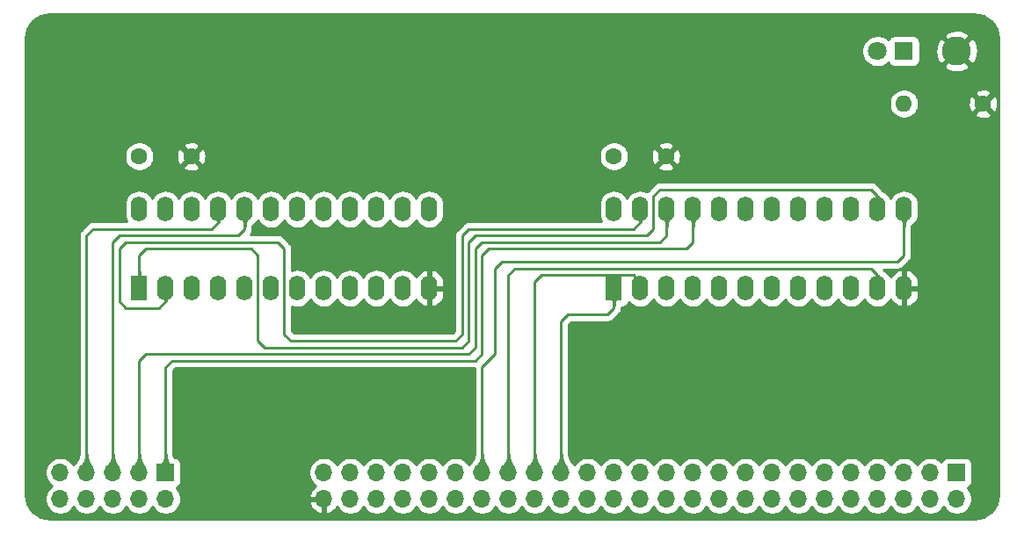
<source format=gbr>
%TF.GenerationSoftware,KiCad,Pcbnew,5.1.9*%
%TF.CreationDate,2021-02-01T10:02:44+01:00*%
%TF.ProjectId,MMU_2x22v10_v1.0,4d4d555f-3278-4323-9276-31305f76312e,1.1*%
%TF.SameCoordinates,Original*%
%TF.FileFunction,Copper,L2,Bot*%
%TF.FilePolarity,Positive*%
%FSLAX46Y46*%
G04 Gerber Fmt 4.6, Leading zero omitted, Abs format (unit mm)*
G04 Created by KiCad (PCBNEW 5.1.9) date 2021-02-01 10:02:44*
%MOMM*%
%LPD*%
G01*
G04 APERTURE LIST*
%TA.AperFunction,ComponentPad*%
%ADD10O,1.600000X2.400000*%
%TD*%
%TA.AperFunction,ComponentPad*%
%ADD11R,1.600000X2.400000*%
%TD*%
%TA.AperFunction,ComponentPad*%
%ADD12O,1.700000X1.700000*%
%TD*%
%TA.AperFunction,ComponentPad*%
%ADD13R,1.700000X1.700000*%
%TD*%
%TA.AperFunction,ComponentPad*%
%ADD14C,1.600000*%
%TD*%
%TA.AperFunction,ComponentPad*%
%ADD15C,2.800000*%
%TD*%
%TA.AperFunction,ComponentPad*%
%ADD16O,1.600000X1.600000*%
%TD*%
%TA.AperFunction,ComponentPad*%
%ADD17C,1.800000*%
%TD*%
%TA.AperFunction,ComponentPad*%
%ADD18R,1.800000X1.800000*%
%TD*%
%TA.AperFunction,Conductor*%
%ADD19C,0.228600*%
%TD*%
%TA.AperFunction,Conductor*%
%ADD20C,0.254000*%
%TD*%
%TA.AperFunction,Conductor*%
%ADD21C,0.100000*%
%TD*%
%TA.AperFunction,Conductor*%
%ADD22C,0.025400*%
%TD*%
G04 APERTURE END LIST*
D10*
%TO.P,U2,24*%
%TO.N,+5V*%
X149860000Y-81280000D03*
%TO.P,U2,12*%
%TO.N,GND*%
X177800000Y-88900000D03*
%TO.P,U2,23*%
%TO.N,/~BANK00*%
X152400000Y-81280000D03*
%TO.P,U2,11*%
%TO.N,/VPA*%
X175260000Y-88900000D03*
%TO.P,U2,22*%
%TO.N,/~WE*%
X154940000Y-81280000D03*
%TO.P,U2,10*%
%TO.N,/A23*%
X172720000Y-88900000D03*
%TO.P,U2,21*%
%TO.N,/~OE*%
X157480000Y-81280000D03*
%TO.P,U2,9*%
%TO.N,/A22*%
X170180000Y-88900000D03*
%TO.P,U2,20*%
%TO.N,/~ROM_HIGH*%
X160020000Y-81280000D03*
%TO.P,U2,8*%
%TO.N,/A21*%
X167640000Y-88900000D03*
%TO.P,U2,19*%
%TO.N,N/C*%
X162560000Y-81280000D03*
%TO.P,U2,7*%
%TO.N,/A20*%
X165100000Y-88900000D03*
%TO.P,U2,18*%
%TO.N,N/C*%
X165100000Y-81280000D03*
%TO.P,U2,6*%
%TO.N,/A19*%
X162560000Y-88900000D03*
%TO.P,U2,17*%
%TO.N,N/C*%
X167640000Y-81280000D03*
%TO.P,U2,5*%
%TO.N,/A18*%
X160020000Y-88900000D03*
%TO.P,U2,16*%
%TO.N,N/C*%
X170180000Y-81280000D03*
%TO.P,U2,4*%
%TO.N,/A17*%
X157480000Y-88900000D03*
%TO.P,U2,15*%
%TO.N,N/C*%
X172720000Y-81280000D03*
%TO.P,U2,3*%
%TO.N,/A16*%
X154940000Y-88900000D03*
%TO.P,U2,14*%
%TO.N,/~AVALID*%
X175260000Y-81280000D03*
%TO.P,U2,2*%
%TO.N,/R~W*%
X152400000Y-88900000D03*
%TO.P,U2,13*%
%TO.N,/VDA*%
X177800000Y-81280000D03*
D11*
%TO.P,U2,1*%
%TO.N,/PHI2*%
X149860000Y-88900000D03*
%TD*%
D10*
%TO.P,U1,24*%
%TO.N,+5V*%
X104140000Y-81280000D03*
%TO.P,U1,12*%
%TO.N,GND*%
X132080000Y-88900000D03*
%TO.P,U1,23*%
%TO.N,N/C*%
X106680000Y-81280000D03*
%TO.P,U1,11*%
%TO.N,/A12*%
X129540000Y-88900000D03*
%TO.P,U1,22*%
%TO.N,/~ROM_HIGH*%
X109220000Y-81280000D03*
%TO.P,U1,10*%
%TO.N,/A11*%
X127000000Y-88900000D03*
%TO.P,U1,21*%
%TO.N,/~RAMSEL*%
X111760000Y-81280000D03*
%TO.P,U1,9*%
%TO.N,/A10*%
X124460000Y-88900000D03*
%TO.P,U1,20*%
%TO.N,/~ROMSEL*%
X114300000Y-81280000D03*
%TO.P,U1,8*%
%TO.N,/A9*%
X121920000Y-88900000D03*
%TO.P,U1,19*%
%TO.N,/~IOSEL0*%
X116840000Y-81280000D03*
%TO.P,U1,7*%
%TO.N,/A8*%
X119380000Y-88900000D03*
%TO.P,U1,18*%
%TO.N,/~IOSEL1*%
X119380000Y-81280000D03*
%TO.P,U1,6*%
%TO.N,/A7*%
X116840000Y-88900000D03*
%TO.P,U1,17*%
%TO.N,/~IOSEL2*%
X121920000Y-81280000D03*
%TO.P,U1,5*%
%TO.N,/A6*%
X114300000Y-88900000D03*
%TO.P,U1,16*%
%TO.N,/~IOSEL3*%
X124460000Y-81280000D03*
%TO.P,U1,4*%
%TO.N,/A5*%
X111760000Y-88900000D03*
%TO.P,U1,15*%
%TO.N,/A13*%
X127000000Y-81280000D03*
%TO.P,U1,3*%
%TO.N,/A4*%
X109220000Y-88900000D03*
%TO.P,U1,14*%
%TO.N,/A14*%
X129540000Y-81280000D03*
%TO.P,U1,2*%
%TO.N,/~BANK00*%
X106680000Y-88900000D03*
%TO.P,U1,13*%
%TO.N,/A15*%
X132080000Y-81280000D03*
D11*
%TO.P,U1,1*%
%TO.N,/~AVALID*%
X104140000Y-88900000D03*
%TD*%
D12*
%TO.P,J2,10*%
%TO.N,N/C*%
X96520000Y-109220000D03*
%TO.P,J2,9*%
X96520000Y-106680000D03*
%TO.P,J2,8*%
%TO.N,/~IOSEL0*%
X99060000Y-109220000D03*
%TO.P,J2,7*%
%TO.N,/~RAMSEL*%
X99060000Y-106680000D03*
%TO.P,J2,6*%
%TO.N,/~IOSEL1*%
X101600000Y-109220000D03*
%TO.P,J2,5*%
%TO.N,/~ROMSEL*%
X101600000Y-106680000D03*
%TO.P,J2,4*%
%TO.N,/~IOSEL2*%
X104140000Y-109220000D03*
%TO.P,J2,3*%
%TO.N,/~WE*%
X104140000Y-106680000D03*
%TO.P,J2,2*%
%TO.N,/~IOSEL3*%
X106680000Y-109220000D03*
D13*
%TO.P,J2,1*%
%TO.N,/~OE*%
X106680000Y-106680000D03*
%TD*%
D14*
%TO.P,C2,2*%
%TO.N,GND*%
X154860000Y-76200000D03*
%TO.P,C2,1*%
%TO.N,+5V*%
X149860000Y-76200000D03*
%TD*%
%TO.P,C1,2*%
%TO.N,GND*%
X109140000Y-76200000D03*
%TO.P,C1,1*%
%TO.N,+5V*%
X104140000Y-76200000D03*
%TD*%
D15*
%TO.P,TP1,1*%
%TO.N,GND*%
X182880000Y-66040000D03*
%TD*%
D16*
%TO.P,R1,2*%
%TO.N,Net-(D1-Pad1)*%
X177800000Y-71120000D03*
D14*
%TO.P,R1,1*%
%TO.N,GND*%
X185420000Y-71120000D03*
%TD*%
D12*
%TO.P,J1,50*%
%TO.N,GND*%
X121920000Y-109220000D03*
%TO.P,J1,49*%
%TO.N,N/C*%
X121920000Y-106680000D03*
%TO.P,J1,48*%
X124460000Y-109220000D03*
%TO.P,J1,47*%
X124460000Y-106680000D03*
%TO.P,J1,46*%
X127000000Y-109220000D03*
%TO.P,J1,45*%
X127000000Y-106680000D03*
%TO.P,J1,44*%
X129540000Y-109220000D03*
%TO.P,J1,43*%
X129540000Y-106680000D03*
%TO.P,J1,42*%
X132080000Y-109220000D03*
%TO.P,J1,41*%
X132080000Y-106680000D03*
%TO.P,J1,40*%
%TO.N,/A4*%
X134620000Y-109220000D03*
%TO.P,J1,39*%
%TO.N,N/C*%
X134620000Y-106680000D03*
%TO.P,J1,38*%
%TO.N,/A5*%
X137160000Y-109220000D03*
%TO.P,J1,37*%
%TO.N,/VDA*%
X137160000Y-106680000D03*
%TO.P,J1,36*%
%TO.N,/A6*%
X139700000Y-109220000D03*
%TO.P,J1,35*%
%TO.N,/VPA*%
X139700000Y-106680000D03*
%TO.P,J1,34*%
%TO.N,/A7*%
X142240000Y-109220000D03*
%TO.P,J1,33*%
%TO.N,/R~W*%
X142240000Y-106680000D03*
%TO.P,J1,32*%
%TO.N,/A8*%
X144780000Y-109220000D03*
%TO.P,J1,31*%
%TO.N,/PHI2*%
X144780000Y-106680000D03*
%TO.P,J1,30*%
%TO.N,/A9*%
X147320000Y-109220000D03*
%TO.P,J1,29*%
%TO.N,N/C*%
X147320000Y-106680000D03*
%TO.P,J1,28*%
%TO.N,/A10*%
X149860000Y-109220000D03*
%TO.P,J1,27*%
%TO.N,N/C*%
X149860000Y-106680000D03*
%TO.P,J1,26*%
%TO.N,/A11*%
X152400000Y-109220000D03*
%TO.P,J1,25*%
%TO.N,N/C*%
X152400000Y-106680000D03*
%TO.P,J1,24*%
%TO.N,/A12*%
X154940000Y-109220000D03*
%TO.P,J1,23*%
%TO.N,N/C*%
X154940000Y-106680000D03*
%TO.P,J1,22*%
%TO.N,/A13*%
X157480000Y-109220000D03*
%TO.P,J1,21*%
%TO.N,N/C*%
X157480000Y-106680000D03*
%TO.P,J1,20*%
%TO.N,/A14*%
X160020000Y-109220000D03*
%TO.P,J1,19*%
%TO.N,N/C*%
X160020000Y-106680000D03*
%TO.P,J1,18*%
%TO.N,/A15*%
X162560000Y-109220000D03*
%TO.P,J1,17*%
%TO.N,N/C*%
X162560000Y-106680000D03*
%TO.P,J1,16*%
%TO.N,/A16*%
X165100000Y-109220000D03*
%TO.P,J1,15*%
%TO.N,N/C*%
X165100000Y-106680000D03*
%TO.P,J1,14*%
%TO.N,/A17*%
X167640000Y-109220000D03*
%TO.P,J1,13*%
%TO.N,N/C*%
X167640000Y-106680000D03*
%TO.P,J1,12*%
%TO.N,/A18*%
X170180000Y-109220000D03*
%TO.P,J1,11*%
%TO.N,N/C*%
X170180000Y-106680000D03*
%TO.P,J1,10*%
%TO.N,/A19*%
X172720000Y-109220000D03*
%TO.P,J1,9*%
%TO.N,N/C*%
X172720000Y-106680000D03*
%TO.P,J1,8*%
%TO.N,/A20*%
X175260000Y-109220000D03*
%TO.P,J1,7*%
%TO.N,N/C*%
X175260000Y-106680000D03*
%TO.P,J1,6*%
%TO.N,/A21*%
X177800000Y-109220000D03*
%TO.P,J1,5*%
%TO.N,N/C*%
X177800000Y-106680000D03*
%TO.P,J1,4*%
%TO.N,/A22*%
X180340000Y-109220000D03*
%TO.P,J1,3*%
%TO.N,N/C*%
X180340000Y-106680000D03*
%TO.P,J1,2*%
%TO.N,/A23*%
X182880000Y-109220000D03*
D13*
%TO.P,J1,1*%
%TO.N,+5V*%
X182880000Y-106680000D03*
%TD*%
D17*
%TO.P,D1,2*%
%TO.N,+5V*%
X175260000Y-66040000D03*
D18*
%TO.P,D1,1*%
%TO.N,Net-(D1-Pad1)*%
X177800000Y-66040000D03*
%TD*%
D19*
%TO.N,/VDA*%
X177800000Y-85725000D02*
X177800000Y-81280000D01*
X177165000Y-86360000D02*
X177800000Y-85725000D01*
X137160000Y-96520000D02*
X138430000Y-95250000D01*
X138430000Y-95250000D02*
X138430000Y-86995000D01*
X137160000Y-106680000D02*
X137160000Y-96520000D01*
X138430000Y-86995000D02*
X139065000Y-86360000D01*
X139065000Y-86360000D02*
X177165000Y-86360000D01*
%TO.N,/VPA*%
X175260000Y-87630000D02*
X175260000Y-88900000D01*
X174625000Y-86995000D02*
X175260000Y-87630000D01*
X139700000Y-106680000D02*
X139700000Y-87630000D01*
X139700000Y-87630000D02*
X140335000Y-86995000D01*
X140335000Y-86995000D02*
X174625000Y-86995000D01*
%TO.N,/R~W*%
X152400000Y-88265000D02*
X151765000Y-87630000D01*
X152400000Y-88900000D02*
X152400000Y-88265000D01*
X142240000Y-106680000D02*
X142240000Y-92075000D01*
X142240000Y-88265000D02*
X142875000Y-87630000D01*
X142240000Y-92075000D02*
X142240000Y-88265000D01*
X151765000Y-87630000D02*
X142875000Y-87630000D01*
%TO.N,/PHI2*%
X149860000Y-90805000D02*
X149860000Y-88900000D01*
X145415000Y-91440000D02*
X149225000Y-91440000D01*
X144780000Y-92075000D02*
X145415000Y-91440000D01*
X149225000Y-91440000D02*
X149860000Y-90805000D01*
X144780000Y-106680000D02*
X144780000Y-92075000D01*
%TO.N,/~ROMSEL*%
X114300000Y-81280000D02*
X114300000Y-83185000D01*
X114300000Y-83185000D02*
X113665000Y-83820000D01*
X113665000Y-83820000D02*
X102235000Y-83820000D01*
X101600000Y-84455000D02*
X101600000Y-106680000D01*
X102235000Y-83820000D02*
X101600000Y-84455000D01*
%TO.N,/~RAMSEL*%
X99060000Y-106680000D02*
X99060000Y-83820000D01*
X99060000Y-83820000D02*
X99695000Y-83185000D01*
X99695000Y-83185000D02*
X111125000Y-83185000D01*
X111760000Y-82550000D02*
X111760000Y-81280000D01*
X111125000Y-83185000D02*
X111760000Y-82550000D01*
%TO.N,/~OE*%
X107315000Y-95885000D02*
X106680000Y-96520000D01*
X137160000Y-95250000D02*
X136525000Y-95885000D01*
X106680000Y-96520000D02*
X106680000Y-106680000D01*
X137795000Y-85090000D02*
X137160000Y-85725000D01*
X156845000Y-85090000D02*
X137795000Y-85090000D01*
X136525000Y-95885000D02*
X107315000Y-95885000D01*
X157480000Y-84455000D02*
X156845000Y-85090000D01*
X137160000Y-85725000D02*
X137160000Y-95250000D01*
X157480000Y-81280000D02*
X157480000Y-84455000D01*
%TO.N,/~WE*%
X137160000Y-84455000D02*
X154305000Y-84455000D01*
X136525000Y-85090000D02*
X137160000Y-84455000D01*
X135890000Y-95250000D02*
X136525000Y-94615000D01*
X104775000Y-95250000D02*
X135890000Y-95250000D01*
X154940000Y-83820000D02*
X154940000Y-81280000D01*
X104140000Y-95885000D02*
X104775000Y-95250000D01*
X154305000Y-84455000D02*
X154940000Y-83820000D01*
X136525000Y-94615000D02*
X136525000Y-85090000D01*
X104140000Y-106680000D02*
X104140000Y-95885000D01*
%TO.N,/~BANK00*%
X106045000Y-90805000D02*
X106680000Y-90170000D01*
X102235000Y-90170000D02*
X102870000Y-90805000D01*
X152400000Y-81280000D02*
X152400000Y-82550000D01*
X102870000Y-90805000D02*
X106045000Y-90805000D01*
X152400000Y-82550000D02*
X151765000Y-83185000D01*
X118110000Y-85090000D02*
X117475000Y-84455000D01*
X106680000Y-90170000D02*
X106680000Y-88900000D01*
X135890000Y-83185000D02*
X135255000Y-83820000D01*
X135255000Y-93345000D02*
X134620000Y-93980000D01*
X117475000Y-84455000D02*
X102870000Y-84455000D01*
X151765000Y-83185000D02*
X135890000Y-83185000D01*
X102870000Y-84455000D02*
X102235000Y-85090000D01*
X134620000Y-93980000D02*
X118745000Y-93980000D01*
X118745000Y-93980000D02*
X118110000Y-93345000D01*
X135255000Y-83820000D02*
X135255000Y-93345000D01*
X118110000Y-93345000D02*
X118110000Y-85090000D01*
X102235000Y-85090000D02*
X102235000Y-90170000D01*
%TO.N,/~AVALID*%
X104775000Y-85090000D02*
X104140000Y-85725000D01*
X175260000Y-80010000D02*
X174625000Y-79375000D01*
X114935000Y-85090000D02*
X104775000Y-85090000D01*
X154305000Y-79375000D02*
X153670000Y-80010000D01*
X175260000Y-81280000D02*
X175260000Y-80010000D01*
X135890000Y-84455000D02*
X135890000Y-93980000D01*
X116205000Y-94615000D02*
X115570000Y-93980000D01*
X104140000Y-85725000D02*
X104140000Y-88900000D01*
X115570000Y-93980000D02*
X115570000Y-85725000D01*
X153035000Y-83820000D02*
X136525000Y-83820000D01*
X153670000Y-80010000D02*
X153670000Y-83185000D01*
X115570000Y-85725000D02*
X114935000Y-85090000D01*
X135890000Y-93980000D02*
X135255000Y-94615000D01*
X135255000Y-94615000D02*
X116205000Y-94615000D01*
X174625000Y-79375000D02*
X154305000Y-79375000D01*
X153670000Y-83185000D02*
X153035000Y-83820000D01*
X136525000Y-83820000D02*
X135890000Y-84455000D01*
%TD*%
D20*
%TO.N,GND*%
X184993893Y-62527670D02*
X185430498Y-62659489D01*
X185833185Y-62873600D01*
X186186612Y-63161848D01*
X186477327Y-63513261D01*
X186694242Y-63914439D01*
X186829106Y-64350113D01*
X186880000Y-64834344D01*
X186880001Y-108787711D01*
X186832330Y-109273894D01*
X186700512Y-109710497D01*
X186486399Y-110113186D01*
X186198150Y-110466613D01*
X185846739Y-110757327D01*
X185445564Y-110974240D01*
X185009886Y-111109106D01*
X184525664Y-111160000D01*
X95572279Y-111160000D01*
X95086106Y-111112330D01*
X94649503Y-110980512D01*
X94246814Y-110766399D01*
X93893387Y-110478150D01*
X93602673Y-110126739D01*
X93385760Y-109725564D01*
X93250894Y-109289886D01*
X93200000Y-108805664D01*
X93200000Y-106533740D01*
X95035000Y-106533740D01*
X95035000Y-106826260D01*
X95092068Y-107113158D01*
X95204010Y-107383411D01*
X95366525Y-107626632D01*
X95573368Y-107833475D01*
X95747760Y-107950000D01*
X95573368Y-108066525D01*
X95366525Y-108273368D01*
X95204010Y-108516589D01*
X95092068Y-108786842D01*
X95035000Y-109073740D01*
X95035000Y-109366260D01*
X95092068Y-109653158D01*
X95204010Y-109923411D01*
X95366525Y-110166632D01*
X95573368Y-110373475D01*
X95816589Y-110535990D01*
X96086842Y-110647932D01*
X96373740Y-110705000D01*
X96666260Y-110705000D01*
X96953158Y-110647932D01*
X97223411Y-110535990D01*
X97466632Y-110373475D01*
X97673475Y-110166632D01*
X97790000Y-109992240D01*
X97906525Y-110166632D01*
X98113368Y-110373475D01*
X98356589Y-110535990D01*
X98626842Y-110647932D01*
X98913740Y-110705000D01*
X99206260Y-110705000D01*
X99493158Y-110647932D01*
X99763411Y-110535990D01*
X100006632Y-110373475D01*
X100213475Y-110166632D01*
X100330000Y-109992240D01*
X100446525Y-110166632D01*
X100653368Y-110373475D01*
X100896589Y-110535990D01*
X101166842Y-110647932D01*
X101453740Y-110705000D01*
X101746260Y-110705000D01*
X102033158Y-110647932D01*
X102303411Y-110535990D01*
X102546632Y-110373475D01*
X102753475Y-110166632D01*
X102870000Y-109992240D01*
X102986525Y-110166632D01*
X103193368Y-110373475D01*
X103436589Y-110535990D01*
X103706842Y-110647932D01*
X103993740Y-110705000D01*
X104286260Y-110705000D01*
X104573158Y-110647932D01*
X104843411Y-110535990D01*
X105086632Y-110373475D01*
X105293475Y-110166632D01*
X105410000Y-109992240D01*
X105526525Y-110166632D01*
X105733368Y-110373475D01*
X105976589Y-110535990D01*
X106246842Y-110647932D01*
X106533740Y-110705000D01*
X106826260Y-110705000D01*
X107113158Y-110647932D01*
X107383411Y-110535990D01*
X107626632Y-110373475D01*
X107833475Y-110166632D01*
X107995990Y-109923411D01*
X108107932Y-109653158D01*
X108123102Y-109576891D01*
X120478519Y-109576891D01*
X120575843Y-109851252D01*
X120724822Y-110101355D01*
X120919731Y-110317588D01*
X121153080Y-110491641D01*
X121415901Y-110616825D01*
X121563110Y-110661476D01*
X121793000Y-110540155D01*
X121793000Y-109347000D01*
X120599186Y-109347000D01*
X120478519Y-109576891D01*
X108123102Y-109576891D01*
X108165000Y-109366260D01*
X108165000Y-109073740D01*
X108107932Y-108786842D01*
X107995990Y-108516589D01*
X107833475Y-108273368D01*
X107701620Y-108141513D01*
X107774180Y-108119502D01*
X107884494Y-108060537D01*
X107981185Y-107981185D01*
X108060537Y-107884494D01*
X108119502Y-107774180D01*
X108155812Y-107654482D01*
X108168072Y-107530000D01*
X108168072Y-105830000D01*
X108155812Y-105705518D01*
X108119502Y-105585820D01*
X108060537Y-105475506D01*
X107981185Y-105378815D01*
X107884494Y-105299463D01*
X107774180Y-105240498D01*
X107654482Y-105204188D01*
X107530000Y-105191928D01*
X107465634Y-105191928D01*
X107456999Y-105160183D01*
X107442172Y-105081071D01*
X107432904Y-104995735D01*
X107429300Y-104892771D01*
X107429300Y-96830370D01*
X107625370Y-96634300D01*
X136410701Y-96634300D01*
X136410700Y-104892766D01*
X136407096Y-104995735D01*
X136397828Y-105081071D01*
X136383001Y-105160183D01*
X136362939Y-105233941D01*
X136337736Y-105303368D01*
X136307212Y-105369550D01*
X136270916Y-105433501D01*
X136228169Y-105496091D01*
X136178150Y-105557935D01*
X136110884Y-105629009D01*
X136006525Y-105733368D01*
X135890000Y-105907760D01*
X135773475Y-105733368D01*
X135566632Y-105526525D01*
X135323411Y-105364010D01*
X135053158Y-105252068D01*
X134766260Y-105195000D01*
X134473740Y-105195000D01*
X134186842Y-105252068D01*
X133916589Y-105364010D01*
X133673368Y-105526525D01*
X133466525Y-105733368D01*
X133350000Y-105907760D01*
X133233475Y-105733368D01*
X133026632Y-105526525D01*
X132783411Y-105364010D01*
X132513158Y-105252068D01*
X132226260Y-105195000D01*
X131933740Y-105195000D01*
X131646842Y-105252068D01*
X131376589Y-105364010D01*
X131133368Y-105526525D01*
X130926525Y-105733368D01*
X130810000Y-105907760D01*
X130693475Y-105733368D01*
X130486632Y-105526525D01*
X130243411Y-105364010D01*
X129973158Y-105252068D01*
X129686260Y-105195000D01*
X129393740Y-105195000D01*
X129106842Y-105252068D01*
X128836589Y-105364010D01*
X128593368Y-105526525D01*
X128386525Y-105733368D01*
X128270000Y-105907760D01*
X128153475Y-105733368D01*
X127946632Y-105526525D01*
X127703411Y-105364010D01*
X127433158Y-105252068D01*
X127146260Y-105195000D01*
X126853740Y-105195000D01*
X126566842Y-105252068D01*
X126296589Y-105364010D01*
X126053368Y-105526525D01*
X125846525Y-105733368D01*
X125730000Y-105907760D01*
X125613475Y-105733368D01*
X125406632Y-105526525D01*
X125163411Y-105364010D01*
X124893158Y-105252068D01*
X124606260Y-105195000D01*
X124313740Y-105195000D01*
X124026842Y-105252068D01*
X123756589Y-105364010D01*
X123513368Y-105526525D01*
X123306525Y-105733368D01*
X123190000Y-105907760D01*
X123073475Y-105733368D01*
X122866632Y-105526525D01*
X122623411Y-105364010D01*
X122353158Y-105252068D01*
X122066260Y-105195000D01*
X121773740Y-105195000D01*
X121486842Y-105252068D01*
X121216589Y-105364010D01*
X120973368Y-105526525D01*
X120766525Y-105733368D01*
X120604010Y-105976589D01*
X120492068Y-106246842D01*
X120435000Y-106533740D01*
X120435000Y-106826260D01*
X120492068Y-107113158D01*
X120604010Y-107383411D01*
X120766525Y-107626632D01*
X120973368Y-107833475D01*
X121149406Y-107951100D01*
X120919731Y-108122412D01*
X120724822Y-108338645D01*
X120575843Y-108588748D01*
X120478519Y-108863109D01*
X120599186Y-109093000D01*
X121793000Y-109093000D01*
X121793000Y-109073000D01*
X122047000Y-109073000D01*
X122047000Y-109093000D01*
X122067000Y-109093000D01*
X122067000Y-109347000D01*
X122047000Y-109347000D01*
X122047000Y-110540155D01*
X122276890Y-110661476D01*
X122424099Y-110616825D01*
X122686920Y-110491641D01*
X122920269Y-110317588D01*
X123115178Y-110101355D01*
X123184805Y-109984466D01*
X123306525Y-110166632D01*
X123513368Y-110373475D01*
X123756589Y-110535990D01*
X124026842Y-110647932D01*
X124313740Y-110705000D01*
X124606260Y-110705000D01*
X124893158Y-110647932D01*
X125163411Y-110535990D01*
X125406632Y-110373475D01*
X125613475Y-110166632D01*
X125730000Y-109992240D01*
X125846525Y-110166632D01*
X126053368Y-110373475D01*
X126296589Y-110535990D01*
X126566842Y-110647932D01*
X126853740Y-110705000D01*
X127146260Y-110705000D01*
X127433158Y-110647932D01*
X127703411Y-110535990D01*
X127946632Y-110373475D01*
X128153475Y-110166632D01*
X128270000Y-109992240D01*
X128386525Y-110166632D01*
X128593368Y-110373475D01*
X128836589Y-110535990D01*
X129106842Y-110647932D01*
X129393740Y-110705000D01*
X129686260Y-110705000D01*
X129973158Y-110647932D01*
X130243411Y-110535990D01*
X130486632Y-110373475D01*
X130693475Y-110166632D01*
X130810000Y-109992240D01*
X130926525Y-110166632D01*
X131133368Y-110373475D01*
X131376589Y-110535990D01*
X131646842Y-110647932D01*
X131933740Y-110705000D01*
X132226260Y-110705000D01*
X132513158Y-110647932D01*
X132783411Y-110535990D01*
X133026632Y-110373475D01*
X133233475Y-110166632D01*
X133350000Y-109992240D01*
X133466525Y-110166632D01*
X133673368Y-110373475D01*
X133916589Y-110535990D01*
X134186842Y-110647932D01*
X134473740Y-110705000D01*
X134766260Y-110705000D01*
X135053158Y-110647932D01*
X135323411Y-110535990D01*
X135566632Y-110373475D01*
X135773475Y-110166632D01*
X135890000Y-109992240D01*
X136006525Y-110166632D01*
X136213368Y-110373475D01*
X136456589Y-110535990D01*
X136726842Y-110647932D01*
X137013740Y-110705000D01*
X137306260Y-110705000D01*
X137593158Y-110647932D01*
X137863411Y-110535990D01*
X138106632Y-110373475D01*
X138313475Y-110166632D01*
X138430000Y-109992240D01*
X138546525Y-110166632D01*
X138753368Y-110373475D01*
X138996589Y-110535990D01*
X139266842Y-110647932D01*
X139553740Y-110705000D01*
X139846260Y-110705000D01*
X140133158Y-110647932D01*
X140403411Y-110535990D01*
X140646632Y-110373475D01*
X140853475Y-110166632D01*
X140970000Y-109992240D01*
X141086525Y-110166632D01*
X141293368Y-110373475D01*
X141536589Y-110535990D01*
X141806842Y-110647932D01*
X142093740Y-110705000D01*
X142386260Y-110705000D01*
X142673158Y-110647932D01*
X142943411Y-110535990D01*
X143186632Y-110373475D01*
X143393475Y-110166632D01*
X143510000Y-109992240D01*
X143626525Y-110166632D01*
X143833368Y-110373475D01*
X144076589Y-110535990D01*
X144346842Y-110647932D01*
X144633740Y-110705000D01*
X144926260Y-110705000D01*
X145213158Y-110647932D01*
X145483411Y-110535990D01*
X145726632Y-110373475D01*
X145933475Y-110166632D01*
X146050000Y-109992240D01*
X146166525Y-110166632D01*
X146373368Y-110373475D01*
X146616589Y-110535990D01*
X146886842Y-110647932D01*
X147173740Y-110705000D01*
X147466260Y-110705000D01*
X147753158Y-110647932D01*
X148023411Y-110535990D01*
X148266632Y-110373475D01*
X148473475Y-110166632D01*
X148590000Y-109992240D01*
X148706525Y-110166632D01*
X148913368Y-110373475D01*
X149156589Y-110535990D01*
X149426842Y-110647932D01*
X149713740Y-110705000D01*
X150006260Y-110705000D01*
X150293158Y-110647932D01*
X150563411Y-110535990D01*
X150806632Y-110373475D01*
X151013475Y-110166632D01*
X151130000Y-109992240D01*
X151246525Y-110166632D01*
X151453368Y-110373475D01*
X151696589Y-110535990D01*
X151966842Y-110647932D01*
X152253740Y-110705000D01*
X152546260Y-110705000D01*
X152833158Y-110647932D01*
X153103411Y-110535990D01*
X153346632Y-110373475D01*
X153553475Y-110166632D01*
X153670000Y-109992240D01*
X153786525Y-110166632D01*
X153993368Y-110373475D01*
X154236589Y-110535990D01*
X154506842Y-110647932D01*
X154793740Y-110705000D01*
X155086260Y-110705000D01*
X155373158Y-110647932D01*
X155643411Y-110535990D01*
X155886632Y-110373475D01*
X156093475Y-110166632D01*
X156210000Y-109992240D01*
X156326525Y-110166632D01*
X156533368Y-110373475D01*
X156776589Y-110535990D01*
X157046842Y-110647932D01*
X157333740Y-110705000D01*
X157626260Y-110705000D01*
X157913158Y-110647932D01*
X158183411Y-110535990D01*
X158426632Y-110373475D01*
X158633475Y-110166632D01*
X158750000Y-109992240D01*
X158866525Y-110166632D01*
X159073368Y-110373475D01*
X159316589Y-110535990D01*
X159586842Y-110647932D01*
X159873740Y-110705000D01*
X160166260Y-110705000D01*
X160453158Y-110647932D01*
X160723411Y-110535990D01*
X160966632Y-110373475D01*
X161173475Y-110166632D01*
X161290000Y-109992240D01*
X161406525Y-110166632D01*
X161613368Y-110373475D01*
X161856589Y-110535990D01*
X162126842Y-110647932D01*
X162413740Y-110705000D01*
X162706260Y-110705000D01*
X162993158Y-110647932D01*
X163263411Y-110535990D01*
X163506632Y-110373475D01*
X163713475Y-110166632D01*
X163830000Y-109992240D01*
X163946525Y-110166632D01*
X164153368Y-110373475D01*
X164396589Y-110535990D01*
X164666842Y-110647932D01*
X164953740Y-110705000D01*
X165246260Y-110705000D01*
X165533158Y-110647932D01*
X165803411Y-110535990D01*
X166046632Y-110373475D01*
X166253475Y-110166632D01*
X166370000Y-109992240D01*
X166486525Y-110166632D01*
X166693368Y-110373475D01*
X166936589Y-110535990D01*
X167206842Y-110647932D01*
X167493740Y-110705000D01*
X167786260Y-110705000D01*
X168073158Y-110647932D01*
X168343411Y-110535990D01*
X168586632Y-110373475D01*
X168793475Y-110166632D01*
X168910000Y-109992240D01*
X169026525Y-110166632D01*
X169233368Y-110373475D01*
X169476589Y-110535990D01*
X169746842Y-110647932D01*
X170033740Y-110705000D01*
X170326260Y-110705000D01*
X170613158Y-110647932D01*
X170883411Y-110535990D01*
X171126632Y-110373475D01*
X171333475Y-110166632D01*
X171450000Y-109992240D01*
X171566525Y-110166632D01*
X171773368Y-110373475D01*
X172016589Y-110535990D01*
X172286842Y-110647932D01*
X172573740Y-110705000D01*
X172866260Y-110705000D01*
X173153158Y-110647932D01*
X173423411Y-110535990D01*
X173666632Y-110373475D01*
X173873475Y-110166632D01*
X173990000Y-109992240D01*
X174106525Y-110166632D01*
X174313368Y-110373475D01*
X174556589Y-110535990D01*
X174826842Y-110647932D01*
X175113740Y-110705000D01*
X175406260Y-110705000D01*
X175693158Y-110647932D01*
X175963411Y-110535990D01*
X176206632Y-110373475D01*
X176413475Y-110166632D01*
X176530000Y-109992240D01*
X176646525Y-110166632D01*
X176853368Y-110373475D01*
X177096589Y-110535990D01*
X177366842Y-110647932D01*
X177653740Y-110705000D01*
X177946260Y-110705000D01*
X178233158Y-110647932D01*
X178503411Y-110535990D01*
X178746632Y-110373475D01*
X178953475Y-110166632D01*
X179070000Y-109992240D01*
X179186525Y-110166632D01*
X179393368Y-110373475D01*
X179636589Y-110535990D01*
X179906842Y-110647932D01*
X180193740Y-110705000D01*
X180486260Y-110705000D01*
X180773158Y-110647932D01*
X181043411Y-110535990D01*
X181286632Y-110373475D01*
X181493475Y-110166632D01*
X181610000Y-109992240D01*
X181726525Y-110166632D01*
X181933368Y-110373475D01*
X182176589Y-110535990D01*
X182446842Y-110647932D01*
X182733740Y-110705000D01*
X183026260Y-110705000D01*
X183313158Y-110647932D01*
X183583411Y-110535990D01*
X183826632Y-110373475D01*
X184033475Y-110166632D01*
X184195990Y-109923411D01*
X184307932Y-109653158D01*
X184365000Y-109366260D01*
X184365000Y-109073740D01*
X184307932Y-108786842D01*
X184195990Y-108516589D01*
X184033475Y-108273368D01*
X183901620Y-108141513D01*
X183974180Y-108119502D01*
X184084494Y-108060537D01*
X184181185Y-107981185D01*
X184260537Y-107884494D01*
X184319502Y-107774180D01*
X184355812Y-107654482D01*
X184368072Y-107530000D01*
X184368072Y-105830000D01*
X184355812Y-105705518D01*
X184319502Y-105585820D01*
X184260537Y-105475506D01*
X184181185Y-105378815D01*
X184084494Y-105299463D01*
X183974180Y-105240498D01*
X183854482Y-105204188D01*
X183730000Y-105191928D01*
X182030000Y-105191928D01*
X181905518Y-105204188D01*
X181785820Y-105240498D01*
X181675506Y-105299463D01*
X181578815Y-105378815D01*
X181499463Y-105475506D01*
X181440498Y-105585820D01*
X181418487Y-105658380D01*
X181286632Y-105526525D01*
X181043411Y-105364010D01*
X180773158Y-105252068D01*
X180486260Y-105195000D01*
X180193740Y-105195000D01*
X179906842Y-105252068D01*
X179636589Y-105364010D01*
X179393368Y-105526525D01*
X179186525Y-105733368D01*
X179070000Y-105907760D01*
X178953475Y-105733368D01*
X178746632Y-105526525D01*
X178503411Y-105364010D01*
X178233158Y-105252068D01*
X177946260Y-105195000D01*
X177653740Y-105195000D01*
X177366842Y-105252068D01*
X177096589Y-105364010D01*
X176853368Y-105526525D01*
X176646525Y-105733368D01*
X176530000Y-105907760D01*
X176413475Y-105733368D01*
X176206632Y-105526525D01*
X175963411Y-105364010D01*
X175693158Y-105252068D01*
X175406260Y-105195000D01*
X175113740Y-105195000D01*
X174826842Y-105252068D01*
X174556589Y-105364010D01*
X174313368Y-105526525D01*
X174106525Y-105733368D01*
X173990000Y-105907760D01*
X173873475Y-105733368D01*
X173666632Y-105526525D01*
X173423411Y-105364010D01*
X173153158Y-105252068D01*
X172866260Y-105195000D01*
X172573740Y-105195000D01*
X172286842Y-105252068D01*
X172016589Y-105364010D01*
X171773368Y-105526525D01*
X171566525Y-105733368D01*
X171450000Y-105907760D01*
X171333475Y-105733368D01*
X171126632Y-105526525D01*
X170883411Y-105364010D01*
X170613158Y-105252068D01*
X170326260Y-105195000D01*
X170033740Y-105195000D01*
X169746842Y-105252068D01*
X169476589Y-105364010D01*
X169233368Y-105526525D01*
X169026525Y-105733368D01*
X168910000Y-105907760D01*
X168793475Y-105733368D01*
X168586632Y-105526525D01*
X168343411Y-105364010D01*
X168073158Y-105252068D01*
X167786260Y-105195000D01*
X167493740Y-105195000D01*
X167206842Y-105252068D01*
X166936589Y-105364010D01*
X166693368Y-105526525D01*
X166486525Y-105733368D01*
X166370000Y-105907760D01*
X166253475Y-105733368D01*
X166046632Y-105526525D01*
X165803411Y-105364010D01*
X165533158Y-105252068D01*
X165246260Y-105195000D01*
X164953740Y-105195000D01*
X164666842Y-105252068D01*
X164396589Y-105364010D01*
X164153368Y-105526525D01*
X163946525Y-105733368D01*
X163830000Y-105907760D01*
X163713475Y-105733368D01*
X163506632Y-105526525D01*
X163263411Y-105364010D01*
X162993158Y-105252068D01*
X162706260Y-105195000D01*
X162413740Y-105195000D01*
X162126842Y-105252068D01*
X161856589Y-105364010D01*
X161613368Y-105526525D01*
X161406525Y-105733368D01*
X161290000Y-105907760D01*
X161173475Y-105733368D01*
X160966632Y-105526525D01*
X160723411Y-105364010D01*
X160453158Y-105252068D01*
X160166260Y-105195000D01*
X159873740Y-105195000D01*
X159586842Y-105252068D01*
X159316589Y-105364010D01*
X159073368Y-105526525D01*
X158866525Y-105733368D01*
X158750000Y-105907760D01*
X158633475Y-105733368D01*
X158426632Y-105526525D01*
X158183411Y-105364010D01*
X157913158Y-105252068D01*
X157626260Y-105195000D01*
X157333740Y-105195000D01*
X157046842Y-105252068D01*
X156776589Y-105364010D01*
X156533368Y-105526525D01*
X156326525Y-105733368D01*
X156210000Y-105907760D01*
X156093475Y-105733368D01*
X155886632Y-105526525D01*
X155643411Y-105364010D01*
X155373158Y-105252068D01*
X155086260Y-105195000D01*
X154793740Y-105195000D01*
X154506842Y-105252068D01*
X154236589Y-105364010D01*
X153993368Y-105526525D01*
X153786525Y-105733368D01*
X153670000Y-105907760D01*
X153553475Y-105733368D01*
X153346632Y-105526525D01*
X153103411Y-105364010D01*
X152833158Y-105252068D01*
X152546260Y-105195000D01*
X152253740Y-105195000D01*
X151966842Y-105252068D01*
X151696589Y-105364010D01*
X151453368Y-105526525D01*
X151246525Y-105733368D01*
X151130000Y-105907760D01*
X151013475Y-105733368D01*
X150806632Y-105526525D01*
X150563411Y-105364010D01*
X150293158Y-105252068D01*
X150006260Y-105195000D01*
X149713740Y-105195000D01*
X149426842Y-105252068D01*
X149156589Y-105364010D01*
X148913368Y-105526525D01*
X148706525Y-105733368D01*
X148590000Y-105907760D01*
X148473475Y-105733368D01*
X148266632Y-105526525D01*
X148023411Y-105364010D01*
X147753158Y-105252068D01*
X147466260Y-105195000D01*
X147173740Y-105195000D01*
X146886842Y-105252068D01*
X146616589Y-105364010D01*
X146373368Y-105526525D01*
X146166525Y-105733368D01*
X146050000Y-105907760D01*
X145933475Y-105733368D01*
X145829116Y-105629009D01*
X145761850Y-105557935D01*
X145711831Y-105496091D01*
X145669084Y-105433501D01*
X145632788Y-105369550D01*
X145602264Y-105303368D01*
X145577061Y-105233941D01*
X145556999Y-105160183D01*
X145542172Y-105081071D01*
X145532904Y-104995735D01*
X145529300Y-104892771D01*
X145529300Y-92385370D01*
X145725370Y-92189300D01*
X149188205Y-92189300D01*
X149225000Y-92192924D01*
X149261795Y-92189300D01*
X149261806Y-92189300D01*
X149371888Y-92178458D01*
X149513132Y-92135612D01*
X149643303Y-92066034D01*
X149757398Y-91972398D01*
X149780862Y-91943807D01*
X150363817Y-91360853D01*
X150392398Y-91337398D01*
X150415854Y-91308817D01*
X150415861Y-91308810D01*
X150486034Y-91223303D01*
X150555612Y-91093132D01*
X150598458Y-90951888D01*
X150600963Y-90926451D01*
X150609300Y-90841806D01*
X150609300Y-90841798D01*
X150612924Y-90805000D01*
X150609300Y-90768202D01*
X150609300Y-90738072D01*
X150660000Y-90738072D01*
X150784482Y-90725812D01*
X150904180Y-90689502D01*
X151014494Y-90630537D01*
X151111185Y-90551185D01*
X151190537Y-90454494D01*
X151249502Y-90344180D01*
X151285812Y-90224482D01*
X151287581Y-90206517D01*
X151380393Y-90319608D01*
X151598900Y-90498932D01*
X151848193Y-90632182D01*
X152118692Y-90714236D01*
X152400000Y-90741943D01*
X152681309Y-90714236D01*
X152951808Y-90632182D01*
X153201101Y-90498932D01*
X153419608Y-90319608D01*
X153598932Y-90101101D01*
X153670000Y-89968142D01*
X153741068Y-90101101D01*
X153920393Y-90319608D01*
X154138900Y-90498932D01*
X154388193Y-90632182D01*
X154658692Y-90714236D01*
X154940000Y-90741943D01*
X155221309Y-90714236D01*
X155491808Y-90632182D01*
X155741101Y-90498932D01*
X155959608Y-90319608D01*
X156138932Y-90101101D01*
X156210000Y-89968142D01*
X156281068Y-90101101D01*
X156460393Y-90319608D01*
X156678900Y-90498932D01*
X156928193Y-90632182D01*
X157198692Y-90714236D01*
X157480000Y-90741943D01*
X157761309Y-90714236D01*
X158031808Y-90632182D01*
X158281101Y-90498932D01*
X158499608Y-90319608D01*
X158678932Y-90101101D01*
X158750000Y-89968142D01*
X158821068Y-90101101D01*
X159000393Y-90319608D01*
X159218900Y-90498932D01*
X159468193Y-90632182D01*
X159738692Y-90714236D01*
X160020000Y-90741943D01*
X160301309Y-90714236D01*
X160571808Y-90632182D01*
X160821101Y-90498932D01*
X161039608Y-90319608D01*
X161218932Y-90101101D01*
X161290000Y-89968142D01*
X161361068Y-90101101D01*
X161540393Y-90319608D01*
X161758900Y-90498932D01*
X162008193Y-90632182D01*
X162278692Y-90714236D01*
X162560000Y-90741943D01*
X162841309Y-90714236D01*
X163111808Y-90632182D01*
X163361101Y-90498932D01*
X163579608Y-90319608D01*
X163758932Y-90101101D01*
X163830000Y-89968142D01*
X163901068Y-90101101D01*
X164080393Y-90319608D01*
X164298900Y-90498932D01*
X164548193Y-90632182D01*
X164818692Y-90714236D01*
X165100000Y-90741943D01*
X165381309Y-90714236D01*
X165651808Y-90632182D01*
X165901101Y-90498932D01*
X166119608Y-90319608D01*
X166298932Y-90101101D01*
X166370000Y-89968142D01*
X166441068Y-90101101D01*
X166620393Y-90319608D01*
X166838900Y-90498932D01*
X167088193Y-90632182D01*
X167358692Y-90714236D01*
X167640000Y-90741943D01*
X167921309Y-90714236D01*
X168191808Y-90632182D01*
X168441101Y-90498932D01*
X168659608Y-90319608D01*
X168838932Y-90101101D01*
X168910000Y-89968142D01*
X168981068Y-90101101D01*
X169160393Y-90319608D01*
X169378900Y-90498932D01*
X169628193Y-90632182D01*
X169898692Y-90714236D01*
X170180000Y-90741943D01*
X170461309Y-90714236D01*
X170731808Y-90632182D01*
X170981101Y-90498932D01*
X171199608Y-90319608D01*
X171378932Y-90101101D01*
X171450000Y-89968142D01*
X171521068Y-90101101D01*
X171700393Y-90319608D01*
X171918900Y-90498932D01*
X172168193Y-90632182D01*
X172438692Y-90714236D01*
X172720000Y-90741943D01*
X173001309Y-90714236D01*
X173271808Y-90632182D01*
X173521101Y-90498932D01*
X173739608Y-90319608D01*
X173918932Y-90101101D01*
X173990000Y-89968142D01*
X174061068Y-90101101D01*
X174240393Y-90319608D01*
X174458900Y-90498932D01*
X174708193Y-90632182D01*
X174978692Y-90714236D01*
X175260000Y-90741943D01*
X175541309Y-90714236D01*
X175811808Y-90632182D01*
X176061101Y-90498932D01*
X176279608Y-90319608D01*
X176458932Y-90101101D01*
X176527265Y-89973259D01*
X176677399Y-90202839D01*
X176875105Y-90404500D01*
X177108354Y-90563715D01*
X177368182Y-90674367D01*
X177450961Y-90691904D01*
X177673000Y-90569915D01*
X177673000Y-89027000D01*
X177927000Y-89027000D01*
X177927000Y-90569915D01*
X178149039Y-90691904D01*
X178231818Y-90674367D01*
X178491646Y-90563715D01*
X178724895Y-90404500D01*
X178922601Y-90202839D01*
X179077166Y-89966483D01*
X179182650Y-89704514D01*
X179235000Y-89427000D01*
X179235000Y-89027000D01*
X177927000Y-89027000D01*
X177673000Y-89027000D01*
X177653000Y-89027000D01*
X177653000Y-88773000D01*
X177673000Y-88773000D01*
X177673000Y-87230085D01*
X177927000Y-87230085D01*
X177927000Y-88773000D01*
X179235000Y-88773000D01*
X179235000Y-88373000D01*
X179182650Y-88095486D01*
X179077166Y-87833517D01*
X178922601Y-87597161D01*
X178724895Y-87395500D01*
X178491646Y-87236285D01*
X178231818Y-87125633D01*
X178149039Y-87108096D01*
X177927000Y-87230085D01*
X177673000Y-87230085D01*
X177450961Y-87108096D01*
X177368182Y-87125633D01*
X177108354Y-87236285D01*
X176875105Y-87395500D01*
X176677399Y-87597161D01*
X176527265Y-87826741D01*
X176458932Y-87698899D01*
X176279607Y-87480392D01*
X176061100Y-87301068D01*
X175879888Y-87204208D01*
X175860831Y-87180987D01*
X175815861Y-87126190D01*
X175815854Y-87126183D01*
X175801998Y-87109300D01*
X177128205Y-87109300D01*
X177165000Y-87112924D01*
X177201795Y-87109300D01*
X177201806Y-87109300D01*
X177311888Y-87098458D01*
X177453132Y-87055612D01*
X177583303Y-86986034D01*
X177697398Y-86892398D01*
X177720862Y-86863807D01*
X178303817Y-86280853D01*
X178332398Y-86257398D01*
X178355854Y-86228817D01*
X178355861Y-86228810D01*
X178426034Y-86143303D01*
X178495612Y-86013132D01*
X178538458Y-85871888D01*
X178540004Y-85856191D01*
X178549300Y-85761806D01*
X178549300Y-85761798D01*
X178552924Y-85725000D01*
X178549300Y-85688202D01*
X178549300Y-82946533D01*
X178550723Y-82905860D01*
X178601101Y-82878932D01*
X178819608Y-82699608D01*
X178998932Y-82481101D01*
X179132182Y-82231808D01*
X179214236Y-81961309D01*
X179235000Y-81750491D01*
X179235000Y-80809508D01*
X179214236Y-80598691D01*
X179132182Y-80328192D01*
X178998932Y-80078899D01*
X178819607Y-79860392D01*
X178601100Y-79681068D01*
X178351807Y-79547818D01*
X178081308Y-79465764D01*
X177800000Y-79438057D01*
X177518691Y-79465764D01*
X177248192Y-79547818D01*
X176998899Y-79681068D01*
X176780392Y-79860393D01*
X176601068Y-80078900D01*
X176530000Y-80211858D01*
X176458932Y-80078899D01*
X176279607Y-79860392D01*
X176061100Y-79681068D01*
X175879888Y-79584208D01*
X175860831Y-79560987D01*
X175815861Y-79506190D01*
X175815854Y-79506183D01*
X175792398Y-79477602D01*
X175763816Y-79454145D01*
X175180862Y-78871193D01*
X175157398Y-78842602D01*
X175043303Y-78748966D01*
X174913132Y-78679388D01*
X174771888Y-78636542D01*
X174661806Y-78625700D01*
X174661795Y-78625700D01*
X174625000Y-78622076D01*
X174588205Y-78625700D01*
X154341798Y-78625700D01*
X154305000Y-78622076D01*
X154268202Y-78625700D01*
X154268194Y-78625700D01*
X154158112Y-78636542D01*
X154016868Y-78679388D01*
X153886697Y-78748966D01*
X153801190Y-78819139D01*
X153801183Y-78819146D01*
X153772602Y-78842602D01*
X153749145Y-78871184D01*
X153166193Y-79454138D01*
X153137602Y-79477602D01*
X153098174Y-79525645D01*
X153043966Y-79591697D01*
X153041729Y-79595882D01*
X152951807Y-79547818D01*
X152681308Y-79465764D01*
X152400000Y-79438057D01*
X152118691Y-79465764D01*
X151848192Y-79547818D01*
X151598899Y-79681068D01*
X151380392Y-79860393D01*
X151201068Y-80078900D01*
X151130000Y-80211858D01*
X151058932Y-80078899D01*
X150879607Y-79860392D01*
X150661100Y-79681068D01*
X150411807Y-79547818D01*
X150141308Y-79465764D01*
X149860000Y-79438057D01*
X149578691Y-79465764D01*
X149308192Y-79547818D01*
X149058899Y-79681068D01*
X148840392Y-79860393D01*
X148661068Y-80078900D01*
X148527818Y-80328193D01*
X148445764Y-80598692D01*
X148425000Y-80809509D01*
X148425000Y-81750492D01*
X148445764Y-81961309D01*
X148527818Y-82231808D01*
X148636801Y-82435700D01*
X135926798Y-82435700D01*
X135890000Y-82432076D01*
X135853202Y-82435700D01*
X135853194Y-82435700D01*
X135743112Y-82446542D01*
X135601868Y-82489388D01*
X135471697Y-82558966D01*
X135386190Y-82629139D01*
X135386183Y-82629146D01*
X135357602Y-82652602D01*
X135334145Y-82681184D01*
X134751193Y-83264138D01*
X134722602Y-83287602D01*
X134678412Y-83341447D01*
X134628966Y-83401697D01*
X134589564Y-83475413D01*
X134559388Y-83531869D01*
X134516542Y-83673113D01*
X134505700Y-83783195D01*
X134505700Y-83783205D01*
X134502076Y-83820000D01*
X134505700Y-83856795D01*
X134505701Y-93034629D01*
X134309630Y-93230700D01*
X119055370Y-93230700D01*
X118859300Y-93034630D01*
X118859300Y-90641618D01*
X119098692Y-90714236D01*
X119380000Y-90741943D01*
X119661309Y-90714236D01*
X119931808Y-90632182D01*
X120181101Y-90498932D01*
X120399608Y-90319608D01*
X120578932Y-90101101D01*
X120650000Y-89968142D01*
X120721068Y-90101101D01*
X120900393Y-90319608D01*
X121118900Y-90498932D01*
X121368193Y-90632182D01*
X121638692Y-90714236D01*
X121920000Y-90741943D01*
X122201309Y-90714236D01*
X122471808Y-90632182D01*
X122721101Y-90498932D01*
X122939608Y-90319608D01*
X123118932Y-90101101D01*
X123190000Y-89968142D01*
X123261068Y-90101101D01*
X123440393Y-90319608D01*
X123658900Y-90498932D01*
X123908193Y-90632182D01*
X124178692Y-90714236D01*
X124460000Y-90741943D01*
X124741309Y-90714236D01*
X125011808Y-90632182D01*
X125261101Y-90498932D01*
X125479608Y-90319608D01*
X125658932Y-90101101D01*
X125730000Y-89968142D01*
X125801068Y-90101101D01*
X125980393Y-90319608D01*
X126198900Y-90498932D01*
X126448193Y-90632182D01*
X126718692Y-90714236D01*
X127000000Y-90741943D01*
X127281309Y-90714236D01*
X127551808Y-90632182D01*
X127801101Y-90498932D01*
X128019608Y-90319608D01*
X128198932Y-90101101D01*
X128270000Y-89968142D01*
X128341068Y-90101101D01*
X128520393Y-90319608D01*
X128738900Y-90498932D01*
X128988193Y-90632182D01*
X129258692Y-90714236D01*
X129540000Y-90741943D01*
X129821309Y-90714236D01*
X130091808Y-90632182D01*
X130341101Y-90498932D01*
X130559608Y-90319608D01*
X130738932Y-90101101D01*
X130807265Y-89973259D01*
X130957399Y-90202839D01*
X131155105Y-90404500D01*
X131388354Y-90563715D01*
X131648182Y-90674367D01*
X131730961Y-90691904D01*
X131953000Y-90569915D01*
X131953000Y-89027000D01*
X132207000Y-89027000D01*
X132207000Y-90569915D01*
X132429039Y-90691904D01*
X132511818Y-90674367D01*
X132771646Y-90563715D01*
X133004895Y-90404500D01*
X133202601Y-90202839D01*
X133357166Y-89966483D01*
X133462650Y-89704514D01*
X133515000Y-89427000D01*
X133515000Y-89027000D01*
X132207000Y-89027000D01*
X131953000Y-89027000D01*
X131933000Y-89027000D01*
X131933000Y-88773000D01*
X131953000Y-88773000D01*
X131953000Y-87230085D01*
X132207000Y-87230085D01*
X132207000Y-88773000D01*
X133515000Y-88773000D01*
X133515000Y-88373000D01*
X133462650Y-88095486D01*
X133357166Y-87833517D01*
X133202601Y-87597161D01*
X133004895Y-87395500D01*
X132771646Y-87236285D01*
X132511818Y-87125633D01*
X132429039Y-87108096D01*
X132207000Y-87230085D01*
X131953000Y-87230085D01*
X131730961Y-87108096D01*
X131648182Y-87125633D01*
X131388354Y-87236285D01*
X131155105Y-87395500D01*
X130957399Y-87597161D01*
X130807265Y-87826741D01*
X130738932Y-87698899D01*
X130559607Y-87480392D01*
X130341100Y-87301068D01*
X130091807Y-87167818D01*
X129821308Y-87085764D01*
X129540000Y-87058057D01*
X129258691Y-87085764D01*
X128988192Y-87167818D01*
X128738899Y-87301068D01*
X128520392Y-87480393D01*
X128341068Y-87698900D01*
X128270000Y-87831858D01*
X128198932Y-87698899D01*
X128019607Y-87480392D01*
X127801100Y-87301068D01*
X127551807Y-87167818D01*
X127281308Y-87085764D01*
X127000000Y-87058057D01*
X126718691Y-87085764D01*
X126448192Y-87167818D01*
X126198899Y-87301068D01*
X125980392Y-87480393D01*
X125801068Y-87698900D01*
X125730000Y-87831858D01*
X125658932Y-87698899D01*
X125479607Y-87480392D01*
X125261100Y-87301068D01*
X125011807Y-87167818D01*
X124741308Y-87085764D01*
X124460000Y-87058057D01*
X124178691Y-87085764D01*
X123908192Y-87167818D01*
X123658899Y-87301068D01*
X123440392Y-87480393D01*
X123261068Y-87698900D01*
X123190000Y-87831858D01*
X123118932Y-87698899D01*
X122939607Y-87480392D01*
X122721100Y-87301068D01*
X122471807Y-87167818D01*
X122201308Y-87085764D01*
X121920000Y-87058057D01*
X121638691Y-87085764D01*
X121368192Y-87167818D01*
X121118899Y-87301068D01*
X120900392Y-87480393D01*
X120721068Y-87698900D01*
X120650000Y-87831858D01*
X120578932Y-87698899D01*
X120399607Y-87480392D01*
X120181100Y-87301068D01*
X119931807Y-87167818D01*
X119661308Y-87085764D01*
X119380000Y-87058057D01*
X119098691Y-87085764D01*
X118859300Y-87158382D01*
X118859300Y-85126798D01*
X118862924Y-85090000D01*
X118859300Y-85053202D01*
X118859300Y-85053194D01*
X118848458Y-84943112D01*
X118805612Y-84801868D01*
X118736034Y-84671697D01*
X118665861Y-84586190D01*
X118665854Y-84586183D01*
X118642398Y-84557602D01*
X118613816Y-84534145D01*
X118030862Y-83951193D01*
X118007398Y-83922602D01*
X117893303Y-83828966D01*
X117763132Y-83759388D01*
X117621888Y-83716542D01*
X117511806Y-83705700D01*
X117511795Y-83705700D01*
X117475000Y-83702076D01*
X117438205Y-83705700D01*
X114841998Y-83705700D01*
X114855854Y-83688817D01*
X114855861Y-83688810D01*
X114926034Y-83603303D01*
X114995612Y-83473132D01*
X115038458Y-83331888D01*
X115040963Y-83306451D01*
X115049300Y-83221806D01*
X115049300Y-83221798D01*
X115052924Y-83185000D01*
X115049300Y-83148202D01*
X115049300Y-82946533D01*
X115050723Y-82905860D01*
X115101101Y-82878932D01*
X115319608Y-82699608D01*
X115498932Y-82481101D01*
X115570000Y-82348142D01*
X115641068Y-82481101D01*
X115820393Y-82699608D01*
X116038900Y-82878932D01*
X116288193Y-83012182D01*
X116558692Y-83094236D01*
X116840000Y-83121943D01*
X117121309Y-83094236D01*
X117391808Y-83012182D01*
X117641101Y-82878932D01*
X117859608Y-82699608D01*
X118038932Y-82481101D01*
X118110000Y-82348142D01*
X118181068Y-82481101D01*
X118360393Y-82699608D01*
X118578900Y-82878932D01*
X118828193Y-83012182D01*
X119098692Y-83094236D01*
X119380000Y-83121943D01*
X119661309Y-83094236D01*
X119931808Y-83012182D01*
X120181101Y-82878932D01*
X120399608Y-82699608D01*
X120578932Y-82481101D01*
X120650000Y-82348142D01*
X120721068Y-82481101D01*
X120900393Y-82699608D01*
X121118900Y-82878932D01*
X121368193Y-83012182D01*
X121638692Y-83094236D01*
X121920000Y-83121943D01*
X122201309Y-83094236D01*
X122471808Y-83012182D01*
X122721101Y-82878932D01*
X122939608Y-82699608D01*
X123118932Y-82481101D01*
X123190000Y-82348142D01*
X123261068Y-82481101D01*
X123440393Y-82699608D01*
X123658900Y-82878932D01*
X123908193Y-83012182D01*
X124178692Y-83094236D01*
X124460000Y-83121943D01*
X124741309Y-83094236D01*
X125011808Y-83012182D01*
X125261101Y-82878932D01*
X125479608Y-82699608D01*
X125658932Y-82481101D01*
X125730000Y-82348142D01*
X125801068Y-82481101D01*
X125980393Y-82699608D01*
X126198900Y-82878932D01*
X126448193Y-83012182D01*
X126718692Y-83094236D01*
X127000000Y-83121943D01*
X127281309Y-83094236D01*
X127551808Y-83012182D01*
X127801101Y-82878932D01*
X128019608Y-82699608D01*
X128198932Y-82481101D01*
X128270000Y-82348142D01*
X128341068Y-82481101D01*
X128520393Y-82699608D01*
X128738900Y-82878932D01*
X128988193Y-83012182D01*
X129258692Y-83094236D01*
X129540000Y-83121943D01*
X129821309Y-83094236D01*
X130091808Y-83012182D01*
X130341101Y-82878932D01*
X130559608Y-82699608D01*
X130738932Y-82481101D01*
X130810000Y-82348142D01*
X130881068Y-82481101D01*
X131060393Y-82699608D01*
X131278900Y-82878932D01*
X131528193Y-83012182D01*
X131798692Y-83094236D01*
X132080000Y-83121943D01*
X132361309Y-83094236D01*
X132631808Y-83012182D01*
X132881101Y-82878932D01*
X133099608Y-82699608D01*
X133278932Y-82481101D01*
X133412182Y-82231808D01*
X133494236Y-81961309D01*
X133515000Y-81750491D01*
X133515000Y-80809508D01*
X133494236Y-80598691D01*
X133412182Y-80328192D01*
X133278932Y-80078899D01*
X133099607Y-79860392D01*
X132881100Y-79681068D01*
X132631807Y-79547818D01*
X132361308Y-79465764D01*
X132080000Y-79438057D01*
X131798691Y-79465764D01*
X131528192Y-79547818D01*
X131278899Y-79681068D01*
X131060392Y-79860393D01*
X130881068Y-80078900D01*
X130810000Y-80211858D01*
X130738932Y-80078899D01*
X130559607Y-79860392D01*
X130341100Y-79681068D01*
X130091807Y-79547818D01*
X129821308Y-79465764D01*
X129540000Y-79438057D01*
X129258691Y-79465764D01*
X128988192Y-79547818D01*
X128738899Y-79681068D01*
X128520392Y-79860393D01*
X128341068Y-80078900D01*
X128270000Y-80211858D01*
X128198932Y-80078899D01*
X128019607Y-79860392D01*
X127801100Y-79681068D01*
X127551807Y-79547818D01*
X127281308Y-79465764D01*
X127000000Y-79438057D01*
X126718691Y-79465764D01*
X126448192Y-79547818D01*
X126198899Y-79681068D01*
X125980392Y-79860393D01*
X125801068Y-80078900D01*
X125730000Y-80211858D01*
X125658932Y-80078899D01*
X125479607Y-79860392D01*
X125261100Y-79681068D01*
X125011807Y-79547818D01*
X124741308Y-79465764D01*
X124460000Y-79438057D01*
X124178691Y-79465764D01*
X123908192Y-79547818D01*
X123658899Y-79681068D01*
X123440392Y-79860393D01*
X123261068Y-80078900D01*
X123190000Y-80211858D01*
X123118932Y-80078899D01*
X122939607Y-79860392D01*
X122721100Y-79681068D01*
X122471807Y-79547818D01*
X122201308Y-79465764D01*
X121920000Y-79438057D01*
X121638691Y-79465764D01*
X121368192Y-79547818D01*
X121118899Y-79681068D01*
X120900392Y-79860393D01*
X120721068Y-80078900D01*
X120650000Y-80211858D01*
X120578932Y-80078899D01*
X120399607Y-79860392D01*
X120181100Y-79681068D01*
X119931807Y-79547818D01*
X119661308Y-79465764D01*
X119380000Y-79438057D01*
X119098691Y-79465764D01*
X118828192Y-79547818D01*
X118578899Y-79681068D01*
X118360392Y-79860393D01*
X118181068Y-80078900D01*
X118110000Y-80211858D01*
X118038932Y-80078899D01*
X117859607Y-79860392D01*
X117641100Y-79681068D01*
X117391807Y-79547818D01*
X117121308Y-79465764D01*
X116840000Y-79438057D01*
X116558691Y-79465764D01*
X116288192Y-79547818D01*
X116038899Y-79681068D01*
X115820392Y-79860393D01*
X115641068Y-80078900D01*
X115570000Y-80211858D01*
X115498932Y-80078899D01*
X115319607Y-79860392D01*
X115101100Y-79681068D01*
X114851807Y-79547818D01*
X114581308Y-79465764D01*
X114300000Y-79438057D01*
X114018691Y-79465764D01*
X113748192Y-79547818D01*
X113498899Y-79681068D01*
X113280392Y-79860393D01*
X113101068Y-80078900D01*
X113030000Y-80211858D01*
X112958932Y-80078899D01*
X112779607Y-79860392D01*
X112561100Y-79681068D01*
X112311807Y-79547818D01*
X112041308Y-79465764D01*
X111760000Y-79438057D01*
X111478691Y-79465764D01*
X111208192Y-79547818D01*
X110958899Y-79681068D01*
X110740392Y-79860393D01*
X110561068Y-80078900D01*
X110490000Y-80211858D01*
X110418932Y-80078899D01*
X110239607Y-79860392D01*
X110021100Y-79681068D01*
X109771807Y-79547818D01*
X109501308Y-79465764D01*
X109220000Y-79438057D01*
X108938691Y-79465764D01*
X108668192Y-79547818D01*
X108418899Y-79681068D01*
X108200392Y-79860393D01*
X108021068Y-80078900D01*
X107950000Y-80211858D01*
X107878932Y-80078899D01*
X107699607Y-79860392D01*
X107481100Y-79681068D01*
X107231807Y-79547818D01*
X106961308Y-79465764D01*
X106680000Y-79438057D01*
X106398691Y-79465764D01*
X106128192Y-79547818D01*
X105878899Y-79681068D01*
X105660392Y-79860393D01*
X105481068Y-80078900D01*
X105410000Y-80211858D01*
X105338932Y-80078899D01*
X105159607Y-79860392D01*
X104941100Y-79681068D01*
X104691807Y-79547818D01*
X104421308Y-79465764D01*
X104140000Y-79438057D01*
X103858691Y-79465764D01*
X103588192Y-79547818D01*
X103338899Y-79681068D01*
X103120392Y-79860393D01*
X102941068Y-80078900D01*
X102807818Y-80328193D01*
X102725764Y-80598692D01*
X102705000Y-80809509D01*
X102705000Y-81750492D01*
X102725764Y-81961309D01*
X102807818Y-82231808D01*
X102916801Y-82435700D01*
X99731798Y-82435700D01*
X99695000Y-82432076D01*
X99658202Y-82435700D01*
X99658194Y-82435700D01*
X99548112Y-82446542D01*
X99406868Y-82489388D01*
X99276697Y-82558966D01*
X99191190Y-82629139D01*
X99191183Y-82629146D01*
X99162602Y-82652602D01*
X99139145Y-82681184D01*
X98556189Y-83264142D01*
X98527603Y-83287602D01*
X98504143Y-83316188D01*
X98504140Y-83316191D01*
X98433966Y-83401697D01*
X98364388Y-83531869D01*
X98342719Y-83603303D01*
X98321543Y-83673112D01*
X98313046Y-83759388D01*
X98307076Y-83820000D01*
X98310701Y-83856805D01*
X98310700Y-104892769D01*
X98307096Y-104995735D01*
X98297828Y-105081071D01*
X98283001Y-105160183D01*
X98262939Y-105233941D01*
X98237736Y-105303368D01*
X98207212Y-105369550D01*
X98170916Y-105433501D01*
X98128169Y-105496091D01*
X98078150Y-105557935D01*
X98010884Y-105629009D01*
X97906525Y-105733368D01*
X97790000Y-105907760D01*
X97673475Y-105733368D01*
X97466632Y-105526525D01*
X97223411Y-105364010D01*
X96953158Y-105252068D01*
X96666260Y-105195000D01*
X96373740Y-105195000D01*
X96086842Y-105252068D01*
X95816589Y-105364010D01*
X95573368Y-105526525D01*
X95366525Y-105733368D01*
X95204010Y-105976589D01*
X95092068Y-106246842D01*
X95035000Y-106533740D01*
X93200000Y-106533740D01*
X93200000Y-76058665D01*
X102705000Y-76058665D01*
X102705000Y-76341335D01*
X102760147Y-76618574D01*
X102868320Y-76879727D01*
X103025363Y-77114759D01*
X103225241Y-77314637D01*
X103460273Y-77471680D01*
X103721426Y-77579853D01*
X103998665Y-77635000D01*
X104281335Y-77635000D01*
X104558574Y-77579853D01*
X104819727Y-77471680D01*
X105054759Y-77314637D01*
X105176694Y-77192702D01*
X108326903Y-77192702D01*
X108398486Y-77436671D01*
X108653996Y-77557571D01*
X108928184Y-77626300D01*
X109210512Y-77640217D01*
X109490130Y-77598787D01*
X109756292Y-77503603D01*
X109881514Y-77436671D01*
X109953097Y-77192702D01*
X109140000Y-76379605D01*
X108326903Y-77192702D01*
X105176694Y-77192702D01*
X105254637Y-77114759D01*
X105411680Y-76879727D01*
X105519853Y-76618574D01*
X105575000Y-76341335D01*
X105575000Y-76270512D01*
X107699783Y-76270512D01*
X107741213Y-76550130D01*
X107836397Y-76816292D01*
X107903329Y-76941514D01*
X108147298Y-77013097D01*
X108960395Y-76200000D01*
X109319605Y-76200000D01*
X110132702Y-77013097D01*
X110376671Y-76941514D01*
X110497571Y-76686004D01*
X110566300Y-76411816D01*
X110580217Y-76129488D01*
X110569724Y-76058665D01*
X148425000Y-76058665D01*
X148425000Y-76341335D01*
X148480147Y-76618574D01*
X148588320Y-76879727D01*
X148745363Y-77114759D01*
X148945241Y-77314637D01*
X149180273Y-77471680D01*
X149441426Y-77579853D01*
X149718665Y-77635000D01*
X150001335Y-77635000D01*
X150278574Y-77579853D01*
X150539727Y-77471680D01*
X150774759Y-77314637D01*
X150896694Y-77192702D01*
X154046903Y-77192702D01*
X154118486Y-77436671D01*
X154373996Y-77557571D01*
X154648184Y-77626300D01*
X154930512Y-77640217D01*
X155210130Y-77598787D01*
X155476292Y-77503603D01*
X155601514Y-77436671D01*
X155673097Y-77192702D01*
X154860000Y-76379605D01*
X154046903Y-77192702D01*
X150896694Y-77192702D01*
X150974637Y-77114759D01*
X151131680Y-76879727D01*
X151239853Y-76618574D01*
X151295000Y-76341335D01*
X151295000Y-76270512D01*
X153419783Y-76270512D01*
X153461213Y-76550130D01*
X153556397Y-76816292D01*
X153623329Y-76941514D01*
X153867298Y-77013097D01*
X154680395Y-76200000D01*
X155039605Y-76200000D01*
X155852702Y-77013097D01*
X156096671Y-76941514D01*
X156217571Y-76686004D01*
X156286300Y-76411816D01*
X156300217Y-76129488D01*
X156258787Y-75849870D01*
X156163603Y-75583708D01*
X156096671Y-75458486D01*
X155852702Y-75386903D01*
X155039605Y-76200000D01*
X154680395Y-76200000D01*
X153867298Y-75386903D01*
X153623329Y-75458486D01*
X153502429Y-75713996D01*
X153433700Y-75988184D01*
X153419783Y-76270512D01*
X151295000Y-76270512D01*
X151295000Y-76058665D01*
X151239853Y-75781426D01*
X151131680Y-75520273D01*
X150974637Y-75285241D01*
X150896694Y-75207298D01*
X154046903Y-75207298D01*
X154860000Y-76020395D01*
X155673097Y-75207298D01*
X155601514Y-74963329D01*
X155346004Y-74842429D01*
X155071816Y-74773700D01*
X154789488Y-74759783D01*
X154509870Y-74801213D01*
X154243708Y-74896397D01*
X154118486Y-74963329D01*
X154046903Y-75207298D01*
X150896694Y-75207298D01*
X150774759Y-75085363D01*
X150539727Y-74928320D01*
X150278574Y-74820147D01*
X150001335Y-74765000D01*
X149718665Y-74765000D01*
X149441426Y-74820147D01*
X149180273Y-74928320D01*
X148945241Y-75085363D01*
X148745363Y-75285241D01*
X148588320Y-75520273D01*
X148480147Y-75781426D01*
X148425000Y-76058665D01*
X110569724Y-76058665D01*
X110538787Y-75849870D01*
X110443603Y-75583708D01*
X110376671Y-75458486D01*
X110132702Y-75386903D01*
X109319605Y-76200000D01*
X108960395Y-76200000D01*
X108147298Y-75386903D01*
X107903329Y-75458486D01*
X107782429Y-75713996D01*
X107713700Y-75988184D01*
X107699783Y-76270512D01*
X105575000Y-76270512D01*
X105575000Y-76058665D01*
X105519853Y-75781426D01*
X105411680Y-75520273D01*
X105254637Y-75285241D01*
X105176694Y-75207298D01*
X108326903Y-75207298D01*
X109140000Y-76020395D01*
X109953097Y-75207298D01*
X109881514Y-74963329D01*
X109626004Y-74842429D01*
X109351816Y-74773700D01*
X109069488Y-74759783D01*
X108789870Y-74801213D01*
X108523708Y-74896397D01*
X108398486Y-74963329D01*
X108326903Y-75207298D01*
X105176694Y-75207298D01*
X105054759Y-75085363D01*
X104819727Y-74928320D01*
X104558574Y-74820147D01*
X104281335Y-74765000D01*
X103998665Y-74765000D01*
X103721426Y-74820147D01*
X103460273Y-74928320D01*
X103225241Y-75085363D01*
X103025363Y-75285241D01*
X102868320Y-75520273D01*
X102760147Y-75781426D01*
X102705000Y-76058665D01*
X93200000Y-76058665D01*
X93200000Y-70978665D01*
X176365000Y-70978665D01*
X176365000Y-71261335D01*
X176420147Y-71538574D01*
X176528320Y-71799727D01*
X176685363Y-72034759D01*
X176885241Y-72234637D01*
X177120273Y-72391680D01*
X177381426Y-72499853D01*
X177658665Y-72555000D01*
X177941335Y-72555000D01*
X178218574Y-72499853D01*
X178479727Y-72391680D01*
X178714759Y-72234637D01*
X178836694Y-72112702D01*
X184606903Y-72112702D01*
X184678486Y-72356671D01*
X184933996Y-72477571D01*
X185208184Y-72546300D01*
X185490512Y-72560217D01*
X185770130Y-72518787D01*
X186036292Y-72423603D01*
X186161514Y-72356671D01*
X186233097Y-72112702D01*
X185420000Y-71299605D01*
X184606903Y-72112702D01*
X178836694Y-72112702D01*
X178914637Y-72034759D01*
X179071680Y-71799727D01*
X179179853Y-71538574D01*
X179235000Y-71261335D01*
X179235000Y-71190512D01*
X183979783Y-71190512D01*
X184021213Y-71470130D01*
X184116397Y-71736292D01*
X184183329Y-71861514D01*
X184427298Y-71933097D01*
X185240395Y-71120000D01*
X185599605Y-71120000D01*
X186412702Y-71933097D01*
X186656671Y-71861514D01*
X186777571Y-71606004D01*
X186846300Y-71331816D01*
X186860217Y-71049488D01*
X186818787Y-70769870D01*
X186723603Y-70503708D01*
X186656671Y-70378486D01*
X186412702Y-70306903D01*
X185599605Y-71120000D01*
X185240395Y-71120000D01*
X184427298Y-70306903D01*
X184183329Y-70378486D01*
X184062429Y-70633996D01*
X183993700Y-70908184D01*
X183979783Y-71190512D01*
X179235000Y-71190512D01*
X179235000Y-70978665D01*
X179179853Y-70701426D01*
X179071680Y-70440273D01*
X178914637Y-70205241D01*
X178836694Y-70127298D01*
X184606903Y-70127298D01*
X185420000Y-70940395D01*
X186233097Y-70127298D01*
X186161514Y-69883329D01*
X185906004Y-69762429D01*
X185631816Y-69693700D01*
X185349488Y-69679783D01*
X185069870Y-69721213D01*
X184803708Y-69816397D01*
X184678486Y-69883329D01*
X184606903Y-70127298D01*
X178836694Y-70127298D01*
X178714759Y-70005363D01*
X178479727Y-69848320D01*
X178218574Y-69740147D01*
X177941335Y-69685000D01*
X177658665Y-69685000D01*
X177381426Y-69740147D01*
X177120273Y-69848320D01*
X176885241Y-70005363D01*
X176685363Y-70205241D01*
X176528320Y-70440273D01*
X176420147Y-70701426D01*
X176365000Y-70978665D01*
X93200000Y-70978665D01*
X93200000Y-65888816D01*
X173725000Y-65888816D01*
X173725000Y-66191184D01*
X173783989Y-66487743D01*
X173899701Y-66767095D01*
X174067688Y-67018505D01*
X174281495Y-67232312D01*
X174532905Y-67400299D01*
X174812257Y-67516011D01*
X175108816Y-67575000D01*
X175411184Y-67575000D01*
X175707743Y-67516011D01*
X175987095Y-67400299D01*
X176238505Y-67232312D01*
X176304944Y-67165873D01*
X176310498Y-67184180D01*
X176369463Y-67294494D01*
X176448815Y-67391185D01*
X176545506Y-67470537D01*
X176655820Y-67529502D01*
X176775518Y-67565812D01*
X176900000Y-67578072D01*
X178700000Y-67578072D01*
X178824482Y-67565812D01*
X178944180Y-67529502D01*
X179054494Y-67470537D01*
X179066788Y-67460447D01*
X181639158Y-67460447D01*
X181783135Y-67765770D01*
X182140892Y-67946597D01*
X182527053Y-68054155D01*
X182926777Y-68084310D01*
X183324704Y-68035904D01*
X183705540Y-67910795D01*
X183976865Y-67765770D01*
X184120842Y-67460447D01*
X182880000Y-66219605D01*
X181639158Y-67460447D01*
X179066788Y-67460447D01*
X179151185Y-67391185D01*
X179230537Y-67294494D01*
X179289502Y-67184180D01*
X179325812Y-67064482D01*
X179338072Y-66940000D01*
X179338072Y-66086777D01*
X180835690Y-66086777D01*
X180884096Y-66484704D01*
X181009205Y-66865540D01*
X181154230Y-67136865D01*
X181459553Y-67280842D01*
X182700395Y-66040000D01*
X183059605Y-66040000D01*
X184300447Y-67280842D01*
X184605770Y-67136865D01*
X184786597Y-66779108D01*
X184894155Y-66392947D01*
X184924310Y-65993223D01*
X184875904Y-65595296D01*
X184750795Y-65214460D01*
X184605770Y-64943135D01*
X184300447Y-64799158D01*
X183059605Y-66040000D01*
X182700395Y-66040000D01*
X181459553Y-64799158D01*
X181154230Y-64943135D01*
X180973403Y-65300892D01*
X180865845Y-65687053D01*
X180835690Y-66086777D01*
X179338072Y-66086777D01*
X179338072Y-65140000D01*
X179325812Y-65015518D01*
X179289502Y-64895820D01*
X179230537Y-64785506D01*
X179151185Y-64688815D01*
X179066789Y-64619553D01*
X181639158Y-64619553D01*
X182880000Y-65860395D01*
X184120842Y-64619553D01*
X183976865Y-64314230D01*
X183619108Y-64133403D01*
X183232947Y-64025845D01*
X182833223Y-63995690D01*
X182435296Y-64044096D01*
X182054460Y-64169205D01*
X181783135Y-64314230D01*
X181639158Y-64619553D01*
X179066789Y-64619553D01*
X179054494Y-64609463D01*
X178944180Y-64550498D01*
X178824482Y-64514188D01*
X178700000Y-64501928D01*
X176900000Y-64501928D01*
X176775518Y-64514188D01*
X176655820Y-64550498D01*
X176545506Y-64609463D01*
X176448815Y-64688815D01*
X176369463Y-64785506D01*
X176310498Y-64895820D01*
X176304944Y-64914127D01*
X176238505Y-64847688D01*
X175987095Y-64679701D01*
X175707743Y-64563989D01*
X175411184Y-64505000D01*
X175108816Y-64505000D01*
X174812257Y-64563989D01*
X174532905Y-64679701D01*
X174281495Y-64847688D01*
X174067688Y-65061495D01*
X173899701Y-65312905D01*
X173783989Y-65592257D01*
X173725000Y-65888816D01*
X93200000Y-65888816D01*
X93200000Y-64852279D01*
X93247670Y-64366107D01*
X93379489Y-63929502D01*
X93593600Y-63526815D01*
X93881848Y-63173388D01*
X94233261Y-62882673D01*
X94634439Y-62665758D01*
X95070113Y-62530894D01*
X95554344Y-62480000D01*
X184507721Y-62480000D01*
X184993893Y-62527670D01*
%TA.AperFunction,Conductor*%
D21*
G36*
X184993893Y-62527670D02*
G01*
X185430498Y-62659489D01*
X185833185Y-62873600D01*
X186186612Y-63161848D01*
X186477327Y-63513261D01*
X186694242Y-63914439D01*
X186829106Y-64350113D01*
X186880000Y-64834344D01*
X186880001Y-108787711D01*
X186832330Y-109273894D01*
X186700512Y-109710497D01*
X186486399Y-110113186D01*
X186198150Y-110466613D01*
X185846739Y-110757327D01*
X185445564Y-110974240D01*
X185009886Y-111109106D01*
X184525664Y-111160000D01*
X95572279Y-111160000D01*
X95086106Y-111112330D01*
X94649503Y-110980512D01*
X94246814Y-110766399D01*
X93893387Y-110478150D01*
X93602673Y-110126739D01*
X93385760Y-109725564D01*
X93250894Y-109289886D01*
X93200000Y-108805664D01*
X93200000Y-106533740D01*
X95035000Y-106533740D01*
X95035000Y-106826260D01*
X95092068Y-107113158D01*
X95204010Y-107383411D01*
X95366525Y-107626632D01*
X95573368Y-107833475D01*
X95747760Y-107950000D01*
X95573368Y-108066525D01*
X95366525Y-108273368D01*
X95204010Y-108516589D01*
X95092068Y-108786842D01*
X95035000Y-109073740D01*
X95035000Y-109366260D01*
X95092068Y-109653158D01*
X95204010Y-109923411D01*
X95366525Y-110166632D01*
X95573368Y-110373475D01*
X95816589Y-110535990D01*
X96086842Y-110647932D01*
X96373740Y-110705000D01*
X96666260Y-110705000D01*
X96953158Y-110647932D01*
X97223411Y-110535990D01*
X97466632Y-110373475D01*
X97673475Y-110166632D01*
X97790000Y-109992240D01*
X97906525Y-110166632D01*
X98113368Y-110373475D01*
X98356589Y-110535990D01*
X98626842Y-110647932D01*
X98913740Y-110705000D01*
X99206260Y-110705000D01*
X99493158Y-110647932D01*
X99763411Y-110535990D01*
X100006632Y-110373475D01*
X100213475Y-110166632D01*
X100330000Y-109992240D01*
X100446525Y-110166632D01*
X100653368Y-110373475D01*
X100896589Y-110535990D01*
X101166842Y-110647932D01*
X101453740Y-110705000D01*
X101746260Y-110705000D01*
X102033158Y-110647932D01*
X102303411Y-110535990D01*
X102546632Y-110373475D01*
X102753475Y-110166632D01*
X102870000Y-109992240D01*
X102986525Y-110166632D01*
X103193368Y-110373475D01*
X103436589Y-110535990D01*
X103706842Y-110647932D01*
X103993740Y-110705000D01*
X104286260Y-110705000D01*
X104573158Y-110647932D01*
X104843411Y-110535990D01*
X105086632Y-110373475D01*
X105293475Y-110166632D01*
X105410000Y-109992240D01*
X105526525Y-110166632D01*
X105733368Y-110373475D01*
X105976589Y-110535990D01*
X106246842Y-110647932D01*
X106533740Y-110705000D01*
X106826260Y-110705000D01*
X107113158Y-110647932D01*
X107383411Y-110535990D01*
X107626632Y-110373475D01*
X107833475Y-110166632D01*
X107995990Y-109923411D01*
X108107932Y-109653158D01*
X108123102Y-109576891D01*
X120478519Y-109576891D01*
X120575843Y-109851252D01*
X120724822Y-110101355D01*
X120919731Y-110317588D01*
X121153080Y-110491641D01*
X121415901Y-110616825D01*
X121563110Y-110661476D01*
X121793000Y-110540155D01*
X121793000Y-109347000D01*
X120599186Y-109347000D01*
X120478519Y-109576891D01*
X108123102Y-109576891D01*
X108165000Y-109366260D01*
X108165000Y-109073740D01*
X108107932Y-108786842D01*
X107995990Y-108516589D01*
X107833475Y-108273368D01*
X107701620Y-108141513D01*
X107774180Y-108119502D01*
X107884494Y-108060537D01*
X107981185Y-107981185D01*
X108060537Y-107884494D01*
X108119502Y-107774180D01*
X108155812Y-107654482D01*
X108168072Y-107530000D01*
X108168072Y-105830000D01*
X108155812Y-105705518D01*
X108119502Y-105585820D01*
X108060537Y-105475506D01*
X107981185Y-105378815D01*
X107884494Y-105299463D01*
X107774180Y-105240498D01*
X107654482Y-105204188D01*
X107530000Y-105191928D01*
X107465634Y-105191928D01*
X107456999Y-105160183D01*
X107442172Y-105081071D01*
X107432904Y-104995735D01*
X107429300Y-104892771D01*
X107429300Y-96830370D01*
X107625370Y-96634300D01*
X136410701Y-96634300D01*
X136410700Y-104892766D01*
X136407096Y-104995735D01*
X136397828Y-105081071D01*
X136383001Y-105160183D01*
X136362939Y-105233941D01*
X136337736Y-105303368D01*
X136307212Y-105369550D01*
X136270916Y-105433501D01*
X136228169Y-105496091D01*
X136178150Y-105557935D01*
X136110884Y-105629009D01*
X136006525Y-105733368D01*
X135890000Y-105907760D01*
X135773475Y-105733368D01*
X135566632Y-105526525D01*
X135323411Y-105364010D01*
X135053158Y-105252068D01*
X134766260Y-105195000D01*
X134473740Y-105195000D01*
X134186842Y-105252068D01*
X133916589Y-105364010D01*
X133673368Y-105526525D01*
X133466525Y-105733368D01*
X133350000Y-105907760D01*
X133233475Y-105733368D01*
X133026632Y-105526525D01*
X132783411Y-105364010D01*
X132513158Y-105252068D01*
X132226260Y-105195000D01*
X131933740Y-105195000D01*
X131646842Y-105252068D01*
X131376589Y-105364010D01*
X131133368Y-105526525D01*
X130926525Y-105733368D01*
X130810000Y-105907760D01*
X130693475Y-105733368D01*
X130486632Y-105526525D01*
X130243411Y-105364010D01*
X129973158Y-105252068D01*
X129686260Y-105195000D01*
X129393740Y-105195000D01*
X129106842Y-105252068D01*
X128836589Y-105364010D01*
X128593368Y-105526525D01*
X128386525Y-105733368D01*
X128270000Y-105907760D01*
X128153475Y-105733368D01*
X127946632Y-105526525D01*
X127703411Y-105364010D01*
X127433158Y-105252068D01*
X127146260Y-105195000D01*
X126853740Y-105195000D01*
X126566842Y-105252068D01*
X126296589Y-105364010D01*
X126053368Y-105526525D01*
X125846525Y-105733368D01*
X125730000Y-105907760D01*
X125613475Y-105733368D01*
X125406632Y-105526525D01*
X125163411Y-105364010D01*
X124893158Y-105252068D01*
X124606260Y-105195000D01*
X124313740Y-105195000D01*
X124026842Y-105252068D01*
X123756589Y-105364010D01*
X123513368Y-105526525D01*
X123306525Y-105733368D01*
X123190000Y-105907760D01*
X123073475Y-105733368D01*
X122866632Y-105526525D01*
X122623411Y-105364010D01*
X122353158Y-105252068D01*
X122066260Y-105195000D01*
X121773740Y-105195000D01*
X121486842Y-105252068D01*
X121216589Y-105364010D01*
X120973368Y-105526525D01*
X120766525Y-105733368D01*
X120604010Y-105976589D01*
X120492068Y-106246842D01*
X120435000Y-106533740D01*
X120435000Y-106826260D01*
X120492068Y-107113158D01*
X120604010Y-107383411D01*
X120766525Y-107626632D01*
X120973368Y-107833475D01*
X121149406Y-107951100D01*
X120919731Y-108122412D01*
X120724822Y-108338645D01*
X120575843Y-108588748D01*
X120478519Y-108863109D01*
X120599186Y-109093000D01*
X121793000Y-109093000D01*
X121793000Y-109073000D01*
X122047000Y-109073000D01*
X122047000Y-109093000D01*
X122067000Y-109093000D01*
X122067000Y-109347000D01*
X122047000Y-109347000D01*
X122047000Y-110540155D01*
X122276890Y-110661476D01*
X122424099Y-110616825D01*
X122686920Y-110491641D01*
X122920269Y-110317588D01*
X123115178Y-110101355D01*
X123184805Y-109984466D01*
X123306525Y-110166632D01*
X123513368Y-110373475D01*
X123756589Y-110535990D01*
X124026842Y-110647932D01*
X124313740Y-110705000D01*
X124606260Y-110705000D01*
X124893158Y-110647932D01*
X125163411Y-110535990D01*
X125406632Y-110373475D01*
X125613475Y-110166632D01*
X125730000Y-109992240D01*
X125846525Y-110166632D01*
X126053368Y-110373475D01*
X126296589Y-110535990D01*
X126566842Y-110647932D01*
X126853740Y-110705000D01*
X127146260Y-110705000D01*
X127433158Y-110647932D01*
X127703411Y-110535990D01*
X127946632Y-110373475D01*
X128153475Y-110166632D01*
X128270000Y-109992240D01*
X128386525Y-110166632D01*
X128593368Y-110373475D01*
X128836589Y-110535990D01*
X129106842Y-110647932D01*
X129393740Y-110705000D01*
X129686260Y-110705000D01*
X129973158Y-110647932D01*
X130243411Y-110535990D01*
X130486632Y-110373475D01*
X130693475Y-110166632D01*
X130810000Y-109992240D01*
X130926525Y-110166632D01*
X131133368Y-110373475D01*
X131376589Y-110535990D01*
X131646842Y-110647932D01*
X131933740Y-110705000D01*
X132226260Y-110705000D01*
X132513158Y-110647932D01*
X132783411Y-110535990D01*
X133026632Y-110373475D01*
X133233475Y-110166632D01*
X133350000Y-109992240D01*
X133466525Y-110166632D01*
X133673368Y-110373475D01*
X133916589Y-110535990D01*
X134186842Y-110647932D01*
X134473740Y-110705000D01*
X134766260Y-110705000D01*
X135053158Y-110647932D01*
X135323411Y-110535990D01*
X135566632Y-110373475D01*
X135773475Y-110166632D01*
X135890000Y-109992240D01*
X136006525Y-110166632D01*
X136213368Y-110373475D01*
X136456589Y-110535990D01*
X136726842Y-110647932D01*
X137013740Y-110705000D01*
X137306260Y-110705000D01*
X137593158Y-110647932D01*
X137863411Y-110535990D01*
X138106632Y-110373475D01*
X138313475Y-110166632D01*
X138430000Y-109992240D01*
X138546525Y-110166632D01*
X138753368Y-110373475D01*
X138996589Y-110535990D01*
X139266842Y-110647932D01*
X139553740Y-110705000D01*
X139846260Y-110705000D01*
X140133158Y-110647932D01*
X140403411Y-110535990D01*
X140646632Y-110373475D01*
X140853475Y-110166632D01*
X140970000Y-109992240D01*
X141086525Y-110166632D01*
X141293368Y-110373475D01*
X141536589Y-110535990D01*
X141806842Y-110647932D01*
X142093740Y-110705000D01*
X142386260Y-110705000D01*
X142673158Y-110647932D01*
X142943411Y-110535990D01*
X143186632Y-110373475D01*
X143393475Y-110166632D01*
X143510000Y-109992240D01*
X143626525Y-110166632D01*
X143833368Y-110373475D01*
X144076589Y-110535990D01*
X144346842Y-110647932D01*
X144633740Y-110705000D01*
X144926260Y-110705000D01*
X145213158Y-110647932D01*
X145483411Y-110535990D01*
X145726632Y-110373475D01*
X145933475Y-110166632D01*
X146050000Y-109992240D01*
X146166525Y-110166632D01*
X146373368Y-110373475D01*
X146616589Y-110535990D01*
X146886842Y-110647932D01*
X147173740Y-110705000D01*
X147466260Y-110705000D01*
X147753158Y-110647932D01*
X148023411Y-110535990D01*
X148266632Y-110373475D01*
X148473475Y-110166632D01*
X148590000Y-109992240D01*
X148706525Y-110166632D01*
X148913368Y-110373475D01*
X149156589Y-110535990D01*
X149426842Y-110647932D01*
X149713740Y-110705000D01*
X150006260Y-110705000D01*
X150293158Y-110647932D01*
X150563411Y-110535990D01*
X150806632Y-110373475D01*
X151013475Y-110166632D01*
X151130000Y-109992240D01*
X151246525Y-110166632D01*
X151453368Y-110373475D01*
X151696589Y-110535990D01*
X151966842Y-110647932D01*
X152253740Y-110705000D01*
X152546260Y-110705000D01*
X152833158Y-110647932D01*
X153103411Y-110535990D01*
X153346632Y-110373475D01*
X153553475Y-110166632D01*
X153670000Y-109992240D01*
X153786525Y-110166632D01*
X153993368Y-110373475D01*
X154236589Y-110535990D01*
X154506842Y-110647932D01*
X154793740Y-110705000D01*
X155086260Y-110705000D01*
X155373158Y-110647932D01*
X155643411Y-110535990D01*
X155886632Y-110373475D01*
X156093475Y-110166632D01*
X156210000Y-109992240D01*
X156326525Y-110166632D01*
X156533368Y-110373475D01*
X156776589Y-110535990D01*
X157046842Y-110647932D01*
X157333740Y-110705000D01*
X157626260Y-110705000D01*
X157913158Y-110647932D01*
X158183411Y-110535990D01*
X158426632Y-110373475D01*
X158633475Y-110166632D01*
X158750000Y-109992240D01*
X158866525Y-110166632D01*
X159073368Y-110373475D01*
X159316589Y-110535990D01*
X159586842Y-110647932D01*
X159873740Y-110705000D01*
X160166260Y-110705000D01*
X160453158Y-110647932D01*
X160723411Y-110535990D01*
X160966632Y-110373475D01*
X161173475Y-110166632D01*
X161290000Y-109992240D01*
X161406525Y-110166632D01*
X161613368Y-110373475D01*
X161856589Y-110535990D01*
X162126842Y-110647932D01*
X162413740Y-110705000D01*
X162706260Y-110705000D01*
X162993158Y-110647932D01*
X163263411Y-110535990D01*
X163506632Y-110373475D01*
X163713475Y-110166632D01*
X163830000Y-109992240D01*
X163946525Y-110166632D01*
X164153368Y-110373475D01*
X164396589Y-110535990D01*
X164666842Y-110647932D01*
X164953740Y-110705000D01*
X165246260Y-110705000D01*
X165533158Y-110647932D01*
X165803411Y-110535990D01*
X166046632Y-110373475D01*
X166253475Y-110166632D01*
X166370000Y-109992240D01*
X166486525Y-110166632D01*
X166693368Y-110373475D01*
X166936589Y-110535990D01*
X167206842Y-110647932D01*
X167493740Y-110705000D01*
X167786260Y-110705000D01*
X168073158Y-110647932D01*
X168343411Y-110535990D01*
X168586632Y-110373475D01*
X168793475Y-110166632D01*
X168910000Y-109992240D01*
X169026525Y-110166632D01*
X169233368Y-110373475D01*
X169476589Y-110535990D01*
X169746842Y-110647932D01*
X170033740Y-110705000D01*
X170326260Y-110705000D01*
X170613158Y-110647932D01*
X170883411Y-110535990D01*
X171126632Y-110373475D01*
X171333475Y-110166632D01*
X171450000Y-109992240D01*
X171566525Y-110166632D01*
X171773368Y-110373475D01*
X172016589Y-110535990D01*
X172286842Y-110647932D01*
X172573740Y-110705000D01*
X172866260Y-110705000D01*
X173153158Y-110647932D01*
X173423411Y-110535990D01*
X173666632Y-110373475D01*
X173873475Y-110166632D01*
X173990000Y-109992240D01*
X174106525Y-110166632D01*
X174313368Y-110373475D01*
X174556589Y-110535990D01*
X174826842Y-110647932D01*
X175113740Y-110705000D01*
X175406260Y-110705000D01*
X175693158Y-110647932D01*
X175963411Y-110535990D01*
X176206632Y-110373475D01*
X176413475Y-110166632D01*
X176530000Y-109992240D01*
X176646525Y-110166632D01*
X176853368Y-110373475D01*
X177096589Y-110535990D01*
X177366842Y-110647932D01*
X177653740Y-110705000D01*
X177946260Y-110705000D01*
X178233158Y-110647932D01*
X178503411Y-110535990D01*
X178746632Y-110373475D01*
X178953475Y-110166632D01*
X179070000Y-109992240D01*
X179186525Y-110166632D01*
X179393368Y-110373475D01*
X179636589Y-110535990D01*
X179906842Y-110647932D01*
X180193740Y-110705000D01*
X180486260Y-110705000D01*
X180773158Y-110647932D01*
X181043411Y-110535990D01*
X181286632Y-110373475D01*
X181493475Y-110166632D01*
X181610000Y-109992240D01*
X181726525Y-110166632D01*
X181933368Y-110373475D01*
X182176589Y-110535990D01*
X182446842Y-110647932D01*
X182733740Y-110705000D01*
X183026260Y-110705000D01*
X183313158Y-110647932D01*
X183583411Y-110535990D01*
X183826632Y-110373475D01*
X184033475Y-110166632D01*
X184195990Y-109923411D01*
X184307932Y-109653158D01*
X184365000Y-109366260D01*
X184365000Y-109073740D01*
X184307932Y-108786842D01*
X184195990Y-108516589D01*
X184033475Y-108273368D01*
X183901620Y-108141513D01*
X183974180Y-108119502D01*
X184084494Y-108060537D01*
X184181185Y-107981185D01*
X184260537Y-107884494D01*
X184319502Y-107774180D01*
X184355812Y-107654482D01*
X184368072Y-107530000D01*
X184368072Y-105830000D01*
X184355812Y-105705518D01*
X184319502Y-105585820D01*
X184260537Y-105475506D01*
X184181185Y-105378815D01*
X184084494Y-105299463D01*
X183974180Y-105240498D01*
X183854482Y-105204188D01*
X183730000Y-105191928D01*
X182030000Y-105191928D01*
X181905518Y-105204188D01*
X181785820Y-105240498D01*
X181675506Y-105299463D01*
X181578815Y-105378815D01*
X181499463Y-105475506D01*
X181440498Y-105585820D01*
X181418487Y-105658380D01*
X181286632Y-105526525D01*
X181043411Y-105364010D01*
X180773158Y-105252068D01*
X180486260Y-105195000D01*
X180193740Y-105195000D01*
X179906842Y-105252068D01*
X179636589Y-105364010D01*
X179393368Y-105526525D01*
X179186525Y-105733368D01*
X179070000Y-105907760D01*
X178953475Y-105733368D01*
X178746632Y-105526525D01*
X178503411Y-105364010D01*
X178233158Y-105252068D01*
X177946260Y-105195000D01*
X177653740Y-105195000D01*
X177366842Y-105252068D01*
X177096589Y-105364010D01*
X176853368Y-105526525D01*
X176646525Y-105733368D01*
X176530000Y-105907760D01*
X176413475Y-105733368D01*
X176206632Y-105526525D01*
X175963411Y-105364010D01*
X175693158Y-105252068D01*
X175406260Y-105195000D01*
X175113740Y-105195000D01*
X174826842Y-105252068D01*
X174556589Y-105364010D01*
X174313368Y-105526525D01*
X174106525Y-105733368D01*
X173990000Y-105907760D01*
X173873475Y-105733368D01*
X173666632Y-105526525D01*
X173423411Y-105364010D01*
X173153158Y-105252068D01*
X172866260Y-105195000D01*
X172573740Y-105195000D01*
X172286842Y-105252068D01*
X172016589Y-105364010D01*
X171773368Y-105526525D01*
X171566525Y-105733368D01*
X171450000Y-105907760D01*
X171333475Y-105733368D01*
X171126632Y-105526525D01*
X170883411Y-105364010D01*
X170613158Y-105252068D01*
X170326260Y-105195000D01*
X170033740Y-105195000D01*
X169746842Y-105252068D01*
X169476589Y-105364010D01*
X169233368Y-105526525D01*
X169026525Y-105733368D01*
X168910000Y-105907760D01*
X168793475Y-105733368D01*
X168586632Y-105526525D01*
X168343411Y-105364010D01*
X168073158Y-105252068D01*
X167786260Y-105195000D01*
X167493740Y-105195000D01*
X167206842Y-105252068D01*
X166936589Y-105364010D01*
X166693368Y-105526525D01*
X166486525Y-105733368D01*
X166370000Y-105907760D01*
X166253475Y-105733368D01*
X166046632Y-105526525D01*
X165803411Y-105364010D01*
X165533158Y-105252068D01*
X165246260Y-105195000D01*
X164953740Y-105195000D01*
X164666842Y-105252068D01*
X164396589Y-105364010D01*
X164153368Y-105526525D01*
X163946525Y-105733368D01*
X163830000Y-105907760D01*
X163713475Y-105733368D01*
X163506632Y-105526525D01*
X163263411Y-105364010D01*
X162993158Y-105252068D01*
X162706260Y-105195000D01*
X162413740Y-105195000D01*
X162126842Y-105252068D01*
X161856589Y-105364010D01*
X161613368Y-105526525D01*
X161406525Y-105733368D01*
X161290000Y-105907760D01*
X161173475Y-105733368D01*
X160966632Y-105526525D01*
X160723411Y-105364010D01*
X160453158Y-105252068D01*
X160166260Y-105195000D01*
X159873740Y-105195000D01*
X159586842Y-105252068D01*
X159316589Y-105364010D01*
X159073368Y-105526525D01*
X158866525Y-105733368D01*
X158750000Y-105907760D01*
X158633475Y-105733368D01*
X158426632Y-105526525D01*
X158183411Y-105364010D01*
X157913158Y-105252068D01*
X157626260Y-105195000D01*
X157333740Y-105195000D01*
X157046842Y-105252068D01*
X156776589Y-105364010D01*
X156533368Y-105526525D01*
X156326525Y-105733368D01*
X156210000Y-105907760D01*
X156093475Y-105733368D01*
X155886632Y-105526525D01*
X155643411Y-105364010D01*
X155373158Y-105252068D01*
X155086260Y-105195000D01*
X154793740Y-105195000D01*
X154506842Y-105252068D01*
X154236589Y-105364010D01*
X153993368Y-105526525D01*
X153786525Y-105733368D01*
X153670000Y-105907760D01*
X153553475Y-105733368D01*
X153346632Y-105526525D01*
X153103411Y-105364010D01*
X152833158Y-105252068D01*
X152546260Y-105195000D01*
X152253740Y-105195000D01*
X151966842Y-105252068D01*
X151696589Y-105364010D01*
X151453368Y-105526525D01*
X151246525Y-105733368D01*
X151130000Y-105907760D01*
X151013475Y-105733368D01*
X150806632Y-105526525D01*
X150563411Y-105364010D01*
X150293158Y-105252068D01*
X150006260Y-105195000D01*
X149713740Y-105195000D01*
X149426842Y-105252068D01*
X149156589Y-105364010D01*
X148913368Y-105526525D01*
X148706525Y-105733368D01*
X148590000Y-105907760D01*
X148473475Y-105733368D01*
X148266632Y-105526525D01*
X148023411Y-105364010D01*
X147753158Y-105252068D01*
X147466260Y-105195000D01*
X147173740Y-105195000D01*
X146886842Y-105252068D01*
X146616589Y-105364010D01*
X146373368Y-105526525D01*
X146166525Y-105733368D01*
X146050000Y-105907760D01*
X145933475Y-105733368D01*
X145829116Y-105629009D01*
X145761850Y-105557935D01*
X145711831Y-105496091D01*
X145669084Y-105433501D01*
X145632788Y-105369550D01*
X145602264Y-105303368D01*
X145577061Y-105233941D01*
X145556999Y-105160183D01*
X145542172Y-105081071D01*
X145532904Y-104995735D01*
X145529300Y-104892771D01*
X145529300Y-92385370D01*
X145725370Y-92189300D01*
X149188205Y-92189300D01*
X149225000Y-92192924D01*
X149261795Y-92189300D01*
X149261806Y-92189300D01*
X149371888Y-92178458D01*
X149513132Y-92135612D01*
X149643303Y-92066034D01*
X149757398Y-91972398D01*
X149780862Y-91943807D01*
X150363817Y-91360853D01*
X150392398Y-91337398D01*
X150415854Y-91308817D01*
X150415861Y-91308810D01*
X150486034Y-91223303D01*
X150555612Y-91093132D01*
X150598458Y-90951888D01*
X150600963Y-90926451D01*
X150609300Y-90841806D01*
X150609300Y-90841798D01*
X150612924Y-90805000D01*
X150609300Y-90768202D01*
X150609300Y-90738072D01*
X150660000Y-90738072D01*
X150784482Y-90725812D01*
X150904180Y-90689502D01*
X151014494Y-90630537D01*
X151111185Y-90551185D01*
X151190537Y-90454494D01*
X151249502Y-90344180D01*
X151285812Y-90224482D01*
X151287581Y-90206517D01*
X151380393Y-90319608D01*
X151598900Y-90498932D01*
X151848193Y-90632182D01*
X152118692Y-90714236D01*
X152400000Y-90741943D01*
X152681309Y-90714236D01*
X152951808Y-90632182D01*
X153201101Y-90498932D01*
X153419608Y-90319608D01*
X153598932Y-90101101D01*
X153670000Y-89968142D01*
X153741068Y-90101101D01*
X153920393Y-90319608D01*
X154138900Y-90498932D01*
X154388193Y-90632182D01*
X154658692Y-90714236D01*
X154940000Y-90741943D01*
X155221309Y-90714236D01*
X155491808Y-90632182D01*
X155741101Y-90498932D01*
X155959608Y-90319608D01*
X156138932Y-90101101D01*
X156210000Y-89968142D01*
X156281068Y-90101101D01*
X156460393Y-90319608D01*
X156678900Y-90498932D01*
X156928193Y-90632182D01*
X157198692Y-90714236D01*
X157480000Y-90741943D01*
X157761309Y-90714236D01*
X158031808Y-90632182D01*
X158281101Y-90498932D01*
X158499608Y-90319608D01*
X158678932Y-90101101D01*
X158750000Y-89968142D01*
X158821068Y-90101101D01*
X159000393Y-90319608D01*
X159218900Y-90498932D01*
X159468193Y-90632182D01*
X159738692Y-90714236D01*
X160020000Y-90741943D01*
X160301309Y-90714236D01*
X160571808Y-90632182D01*
X160821101Y-90498932D01*
X161039608Y-90319608D01*
X161218932Y-90101101D01*
X161290000Y-89968142D01*
X161361068Y-90101101D01*
X161540393Y-90319608D01*
X161758900Y-90498932D01*
X162008193Y-90632182D01*
X162278692Y-90714236D01*
X162560000Y-90741943D01*
X162841309Y-90714236D01*
X163111808Y-90632182D01*
X163361101Y-90498932D01*
X163579608Y-90319608D01*
X163758932Y-90101101D01*
X163830000Y-89968142D01*
X163901068Y-90101101D01*
X164080393Y-90319608D01*
X164298900Y-90498932D01*
X164548193Y-90632182D01*
X164818692Y-90714236D01*
X165100000Y-90741943D01*
X165381309Y-90714236D01*
X165651808Y-90632182D01*
X165901101Y-90498932D01*
X166119608Y-90319608D01*
X166298932Y-90101101D01*
X166370000Y-89968142D01*
X166441068Y-90101101D01*
X166620393Y-90319608D01*
X166838900Y-90498932D01*
X167088193Y-90632182D01*
X167358692Y-90714236D01*
X167640000Y-90741943D01*
X167921309Y-90714236D01*
X168191808Y-90632182D01*
X168441101Y-90498932D01*
X168659608Y-90319608D01*
X168838932Y-90101101D01*
X168910000Y-89968142D01*
X168981068Y-90101101D01*
X169160393Y-90319608D01*
X169378900Y-90498932D01*
X169628193Y-90632182D01*
X169898692Y-90714236D01*
X170180000Y-90741943D01*
X170461309Y-90714236D01*
X170731808Y-90632182D01*
X170981101Y-90498932D01*
X171199608Y-90319608D01*
X171378932Y-90101101D01*
X171450000Y-89968142D01*
X171521068Y-90101101D01*
X171700393Y-90319608D01*
X171918900Y-90498932D01*
X172168193Y-90632182D01*
X172438692Y-90714236D01*
X172720000Y-90741943D01*
X173001309Y-90714236D01*
X173271808Y-90632182D01*
X173521101Y-90498932D01*
X173739608Y-90319608D01*
X173918932Y-90101101D01*
X173990000Y-89968142D01*
X174061068Y-90101101D01*
X174240393Y-90319608D01*
X174458900Y-90498932D01*
X174708193Y-90632182D01*
X174978692Y-90714236D01*
X175260000Y-90741943D01*
X175541309Y-90714236D01*
X175811808Y-90632182D01*
X176061101Y-90498932D01*
X176279608Y-90319608D01*
X176458932Y-90101101D01*
X176527265Y-89973259D01*
X176677399Y-90202839D01*
X176875105Y-90404500D01*
X177108354Y-90563715D01*
X177368182Y-90674367D01*
X177450961Y-90691904D01*
X177673000Y-90569915D01*
X177673000Y-89027000D01*
X177927000Y-89027000D01*
X177927000Y-90569915D01*
X178149039Y-90691904D01*
X178231818Y-90674367D01*
X178491646Y-90563715D01*
X178724895Y-90404500D01*
X178922601Y-90202839D01*
X179077166Y-89966483D01*
X179182650Y-89704514D01*
X179235000Y-89427000D01*
X179235000Y-89027000D01*
X177927000Y-89027000D01*
X177673000Y-89027000D01*
X177653000Y-89027000D01*
X177653000Y-88773000D01*
X177673000Y-88773000D01*
X177673000Y-87230085D01*
X177927000Y-87230085D01*
X177927000Y-88773000D01*
X179235000Y-88773000D01*
X179235000Y-88373000D01*
X179182650Y-88095486D01*
X179077166Y-87833517D01*
X178922601Y-87597161D01*
X178724895Y-87395500D01*
X178491646Y-87236285D01*
X178231818Y-87125633D01*
X178149039Y-87108096D01*
X177927000Y-87230085D01*
X177673000Y-87230085D01*
X177450961Y-87108096D01*
X177368182Y-87125633D01*
X177108354Y-87236285D01*
X176875105Y-87395500D01*
X176677399Y-87597161D01*
X176527265Y-87826741D01*
X176458932Y-87698899D01*
X176279607Y-87480392D01*
X176061100Y-87301068D01*
X175879888Y-87204208D01*
X175860831Y-87180987D01*
X175815861Y-87126190D01*
X175815854Y-87126183D01*
X175801998Y-87109300D01*
X177128205Y-87109300D01*
X177165000Y-87112924D01*
X177201795Y-87109300D01*
X177201806Y-87109300D01*
X177311888Y-87098458D01*
X177453132Y-87055612D01*
X177583303Y-86986034D01*
X177697398Y-86892398D01*
X177720862Y-86863807D01*
X178303817Y-86280853D01*
X178332398Y-86257398D01*
X178355854Y-86228817D01*
X178355861Y-86228810D01*
X178426034Y-86143303D01*
X178495612Y-86013132D01*
X178538458Y-85871888D01*
X178540004Y-85856191D01*
X178549300Y-85761806D01*
X178549300Y-85761798D01*
X178552924Y-85725000D01*
X178549300Y-85688202D01*
X178549300Y-82946533D01*
X178550723Y-82905860D01*
X178601101Y-82878932D01*
X178819608Y-82699608D01*
X178998932Y-82481101D01*
X179132182Y-82231808D01*
X179214236Y-81961309D01*
X179235000Y-81750491D01*
X179235000Y-80809508D01*
X179214236Y-80598691D01*
X179132182Y-80328192D01*
X178998932Y-80078899D01*
X178819607Y-79860392D01*
X178601100Y-79681068D01*
X178351807Y-79547818D01*
X178081308Y-79465764D01*
X177800000Y-79438057D01*
X177518691Y-79465764D01*
X177248192Y-79547818D01*
X176998899Y-79681068D01*
X176780392Y-79860393D01*
X176601068Y-80078900D01*
X176530000Y-80211858D01*
X176458932Y-80078899D01*
X176279607Y-79860392D01*
X176061100Y-79681068D01*
X175879888Y-79584208D01*
X175860831Y-79560987D01*
X175815861Y-79506190D01*
X175815854Y-79506183D01*
X175792398Y-79477602D01*
X175763816Y-79454145D01*
X175180862Y-78871193D01*
X175157398Y-78842602D01*
X175043303Y-78748966D01*
X174913132Y-78679388D01*
X174771888Y-78636542D01*
X174661806Y-78625700D01*
X174661795Y-78625700D01*
X174625000Y-78622076D01*
X174588205Y-78625700D01*
X154341798Y-78625700D01*
X154305000Y-78622076D01*
X154268202Y-78625700D01*
X154268194Y-78625700D01*
X154158112Y-78636542D01*
X154016868Y-78679388D01*
X153886697Y-78748966D01*
X153801190Y-78819139D01*
X153801183Y-78819146D01*
X153772602Y-78842602D01*
X153749145Y-78871184D01*
X153166193Y-79454138D01*
X153137602Y-79477602D01*
X153098174Y-79525645D01*
X153043966Y-79591697D01*
X153041729Y-79595882D01*
X152951807Y-79547818D01*
X152681308Y-79465764D01*
X152400000Y-79438057D01*
X152118691Y-79465764D01*
X151848192Y-79547818D01*
X151598899Y-79681068D01*
X151380392Y-79860393D01*
X151201068Y-80078900D01*
X151130000Y-80211858D01*
X151058932Y-80078899D01*
X150879607Y-79860392D01*
X150661100Y-79681068D01*
X150411807Y-79547818D01*
X150141308Y-79465764D01*
X149860000Y-79438057D01*
X149578691Y-79465764D01*
X149308192Y-79547818D01*
X149058899Y-79681068D01*
X148840392Y-79860393D01*
X148661068Y-80078900D01*
X148527818Y-80328193D01*
X148445764Y-80598692D01*
X148425000Y-80809509D01*
X148425000Y-81750492D01*
X148445764Y-81961309D01*
X148527818Y-82231808D01*
X148636801Y-82435700D01*
X135926798Y-82435700D01*
X135890000Y-82432076D01*
X135853202Y-82435700D01*
X135853194Y-82435700D01*
X135743112Y-82446542D01*
X135601868Y-82489388D01*
X135471697Y-82558966D01*
X135386190Y-82629139D01*
X135386183Y-82629146D01*
X135357602Y-82652602D01*
X135334145Y-82681184D01*
X134751193Y-83264138D01*
X134722602Y-83287602D01*
X134678412Y-83341447D01*
X134628966Y-83401697D01*
X134589564Y-83475413D01*
X134559388Y-83531869D01*
X134516542Y-83673113D01*
X134505700Y-83783195D01*
X134505700Y-83783205D01*
X134502076Y-83820000D01*
X134505700Y-83856795D01*
X134505701Y-93034629D01*
X134309630Y-93230700D01*
X119055370Y-93230700D01*
X118859300Y-93034630D01*
X118859300Y-90641618D01*
X119098692Y-90714236D01*
X119380000Y-90741943D01*
X119661309Y-90714236D01*
X119931808Y-90632182D01*
X120181101Y-90498932D01*
X120399608Y-90319608D01*
X120578932Y-90101101D01*
X120650000Y-89968142D01*
X120721068Y-90101101D01*
X120900393Y-90319608D01*
X121118900Y-90498932D01*
X121368193Y-90632182D01*
X121638692Y-90714236D01*
X121920000Y-90741943D01*
X122201309Y-90714236D01*
X122471808Y-90632182D01*
X122721101Y-90498932D01*
X122939608Y-90319608D01*
X123118932Y-90101101D01*
X123190000Y-89968142D01*
X123261068Y-90101101D01*
X123440393Y-90319608D01*
X123658900Y-90498932D01*
X123908193Y-90632182D01*
X124178692Y-90714236D01*
X124460000Y-90741943D01*
X124741309Y-90714236D01*
X125011808Y-90632182D01*
X125261101Y-90498932D01*
X125479608Y-90319608D01*
X125658932Y-90101101D01*
X125730000Y-89968142D01*
X125801068Y-90101101D01*
X125980393Y-90319608D01*
X126198900Y-90498932D01*
X126448193Y-90632182D01*
X126718692Y-90714236D01*
X127000000Y-90741943D01*
X127281309Y-90714236D01*
X127551808Y-90632182D01*
X127801101Y-90498932D01*
X128019608Y-90319608D01*
X128198932Y-90101101D01*
X128270000Y-89968142D01*
X128341068Y-90101101D01*
X128520393Y-90319608D01*
X128738900Y-90498932D01*
X128988193Y-90632182D01*
X129258692Y-90714236D01*
X129540000Y-90741943D01*
X129821309Y-90714236D01*
X130091808Y-90632182D01*
X130341101Y-90498932D01*
X130559608Y-90319608D01*
X130738932Y-90101101D01*
X130807265Y-89973259D01*
X130957399Y-90202839D01*
X131155105Y-90404500D01*
X131388354Y-90563715D01*
X131648182Y-90674367D01*
X131730961Y-90691904D01*
X131953000Y-90569915D01*
X131953000Y-89027000D01*
X132207000Y-89027000D01*
X132207000Y-90569915D01*
X132429039Y-90691904D01*
X132511818Y-90674367D01*
X132771646Y-90563715D01*
X133004895Y-90404500D01*
X133202601Y-90202839D01*
X133357166Y-89966483D01*
X133462650Y-89704514D01*
X133515000Y-89427000D01*
X133515000Y-89027000D01*
X132207000Y-89027000D01*
X131953000Y-89027000D01*
X131933000Y-89027000D01*
X131933000Y-88773000D01*
X131953000Y-88773000D01*
X131953000Y-87230085D01*
X132207000Y-87230085D01*
X132207000Y-88773000D01*
X133515000Y-88773000D01*
X133515000Y-88373000D01*
X133462650Y-88095486D01*
X133357166Y-87833517D01*
X133202601Y-87597161D01*
X133004895Y-87395500D01*
X132771646Y-87236285D01*
X132511818Y-87125633D01*
X132429039Y-87108096D01*
X132207000Y-87230085D01*
X131953000Y-87230085D01*
X131730961Y-87108096D01*
X131648182Y-87125633D01*
X131388354Y-87236285D01*
X131155105Y-87395500D01*
X130957399Y-87597161D01*
X130807265Y-87826741D01*
X130738932Y-87698899D01*
X130559607Y-87480392D01*
X130341100Y-87301068D01*
X130091807Y-87167818D01*
X129821308Y-87085764D01*
X129540000Y-87058057D01*
X129258691Y-87085764D01*
X128988192Y-87167818D01*
X128738899Y-87301068D01*
X128520392Y-87480393D01*
X128341068Y-87698900D01*
X128270000Y-87831858D01*
X128198932Y-87698899D01*
X128019607Y-87480392D01*
X127801100Y-87301068D01*
X127551807Y-87167818D01*
X127281308Y-87085764D01*
X127000000Y-87058057D01*
X126718691Y-87085764D01*
X126448192Y-87167818D01*
X126198899Y-87301068D01*
X125980392Y-87480393D01*
X125801068Y-87698900D01*
X125730000Y-87831858D01*
X125658932Y-87698899D01*
X125479607Y-87480392D01*
X125261100Y-87301068D01*
X125011807Y-87167818D01*
X124741308Y-87085764D01*
X124460000Y-87058057D01*
X124178691Y-87085764D01*
X123908192Y-87167818D01*
X123658899Y-87301068D01*
X123440392Y-87480393D01*
X123261068Y-87698900D01*
X123190000Y-87831858D01*
X123118932Y-87698899D01*
X122939607Y-87480392D01*
X122721100Y-87301068D01*
X122471807Y-87167818D01*
X122201308Y-87085764D01*
X121920000Y-87058057D01*
X121638691Y-87085764D01*
X121368192Y-87167818D01*
X121118899Y-87301068D01*
X120900392Y-87480393D01*
X120721068Y-87698900D01*
X120650000Y-87831858D01*
X120578932Y-87698899D01*
X120399607Y-87480392D01*
X120181100Y-87301068D01*
X119931807Y-87167818D01*
X119661308Y-87085764D01*
X119380000Y-87058057D01*
X119098691Y-87085764D01*
X118859300Y-87158382D01*
X118859300Y-85126798D01*
X118862924Y-85090000D01*
X118859300Y-85053202D01*
X118859300Y-85053194D01*
X118848458Y-84943112D01*
X118805612Y-84801868D01*
X118736034Y-84671697D01*
X118665861Y-84586190D01*
X118665854Y-84586183D01*
X118642398Y-84557602D01*
X118613816Y-84534145D01*
X118030862Y-83951193D01*
X118007398Y-83922602D01*
X117893303Y-83828966D01*
X117763132Y-83759388D01*
X117621888Y-83716542D01*
X117511806Y-83705700D01*
X117511795Y-83705700D01*
X117475000Y-83702076D01*
X117438205Y-83705700D01*
X114841998Y-83705700D01*
X114855854Y-83688817D01*
X114855861Y-83688810D01*
X114926034Y-83603303D01*
X114995612Y-83473132D01*
X115038458Y-83331888D01*
X115040963Y-83306451D01*
X115049300Y-83221806D01*
X115049300Y-83221798D01*
X115052924Y-83185000D01*
X115049300Y-83148202D01*
X115049300Y-82946533D01*
X115050723Y-82905860D01*
X115101101Y-82878932D01*
X115319608Y-82699608D01*
X115498932Y-82481101D01*
X115570000Y-82348142D01*
X115641068Y-82481101D01*
X115820393Y-82699608D01*
X116038900Y-82878932D01*
X116288193Y-83012182D01*
X116558692Y-83094236D01*
X116840000Y-83121943D01*
X117121309Y-83094236D01*
X117391808Y-83012182D01*
X117641101Y-82878932D01*
X117859608Y-82699608D01*
X118038932Y-82481101D01*
X118110000Y-82348142D01*
X118181068Y-82481101D01*
X118360393Y-82699608D01*
X118578900Y-82878932D01*
X118828193Y-83012182D01*
X119098692Y-83094236D01*
X119380000Y-83121943D01*
X119661309Y-83094236D01*
X119931808Y-83012182D01*
X120181101Y-82878932D01*
X120399608Y-82699608D01*
X120578932Y-82481101D01*
X120650000Y-82348142D01*
X120721068Y-82481101D01*
X120900393Y-82699608D01*
X121118900Y-82878932D01*
X121368193Y-83012182D01*
X121638692Y-83094236D01*
X121920000Y-83121943D01*
X122201309Y-83094236D01*
X122471808Y-83012182D01*
X122721101Y-82878932D01*
X122939608Y-82699608D01*
X123118932Y-82481101D01*
X123190000Y-82348142D01*
X123261068Y-82481101D01*
X123440393Y-82699608D01*
X123658900Y-82878932D01*
X123908193Y-83012182D01*
X124178692Y-83094236D01*
X124460000Y-83121943D01*
X124741309Y-83094236D01*
X125011808Y-83012182D01*
X125261101Y-82878932D01*
X125479608Y-82699608D01*
X125658932Y-82481101D01*
X125730000Y-82348142D01*
X125801068Y-82481101D01*
X125980393Y-82699608D01*
X126198900Y-82878932D01*
X126448193Y-83012182D01*
X126718692Y-83094236D01*
X127000000Y-83121943D01*
X127281309Y-83094236D01*
X127551808Y-83012182D01*
X127801101Y-82878932D01*
X128019608Y-82699608D01*
X128198932Y-82481101D01*
X128270000Y-82348142D01*
X128341068Y-82481101D01*
X128520393Y-82699608D01*
X128738900Y-82878932D01*
X128988193Y-83012182D01*
X129258692Y-83094236D01*
X129540000Y-83121943D01*
X129821309Y-83094236D01*
X130091808Y-83012182D01*
X130341101Y-82878932D01*
X130559608Y-82699608D01*
X130738932Y-82481101D01*
X130810000Y-82348142D01*
X130881068Y-82481101D01*
X131060393Y-82699608D01*
X131278900Y-82878932D01*
X131528193Y-83012182D01*
X131798692Y-83094236D01*
X132080000Y-83121943D01*
X132361309Y-83094236D01*
X132631808Y-83012182D01*
X132881101Y-82878932D01*
X133099608Y-82699608D01*
X133278932Y-82481101D01*
X133412182Y-82231808D01*
X133494236Y-81961309D01*
X133515000Y-81750491D01*
X133515000Y-80809508D01*
X133494236Y-80598691D01*
X133412182Y-80328192D01*
X133278932Y-80078899D01*
X133099607Y-79860392D01*
X132881100Y-79681068D01*
X132631807Y-79547818D01*
X132361308Y-79465764D01*
X132080000Y-79438057D01*
X131798691Y-79465764D01*
X131528192Y-79547818D01*
X131278899Y-79681068D01*
X131060392Y-79860393D01*
X130881068Y-80078900D01*
X130810000Y-80211858D01*
X130738932Y-80078899D01*
X130559607Y-79860392D01*
X130341100Y-79681068D01*
X130091807Y-79547818D01*
X129821308Y-79465764D01*
X129540000Y-79438057D01*
X129258691Y-79465764D01*
X128988192Y-79547818D01*
X128738899Y-79681068D01*
X128520392Y-79860393D01*
X128341068Y-80078900D01*
X128270000Y-80211858D01*
X128198932Y-80078899D01*
X128019607Y-79860392D01*
X127801100Y-79681068D01*
X127551807Y-79547818D01*
X127281308Y-79465764D01*
X127000000Y-79438057D01*
X126718691Y-79465764D01*
X126448192Y-79547818D01*
X126198899Y-79681068D01*
X125980392Y-79860393D01*
X125801068Y-80078900D01*
X125730000Y-80211858D01*
X125658932Y-80078899D01*
X125479607Y-79860392D01*
X125261100Y-79681068D01*
X125011807Y-79547818D01*
X124741308Y-79465764D01*
X124460000Y-79438057D01*
X124178691Y-79465764D01*
X123908192Y-79547818D01*
X123658899Y-79681068D01*
X123440392Y-79860393D01*
X123261068Y-80078900D01*
X123190000Y-80211858D01*
X123118932Y-80078899D01*
X122939607Y-79860392D01*
X122721100Y-79681068D01*
X122471807Y-79547818D01*
X122201308Y-79465764D01*
X121920000Y-79438057D01*
X121638691Y-79465764D01*
X121368192Y-79547818D01*
X121118899Y-79681068D01*
X120900392Y-79860393D01*
X120721068Y-80078900D01*
X120650000Y-80211858D01*
X120578932Y-80078899D01*
X120399607Y-79860392D01*
X120181100Y-79681068D01*
X119931807Y-79547818D01*
X119661308Y-79465764D01*
X119380000Y-79438057D01*
X119098691Y-79465764D01*
X118828192Y-79547818D01*
X118578899Y-79681068D01*
X118360392Y-79860393D01*
X118181068Y-80078900D01*
X118110000Y-80211858D01*
X118038932Y-80078899D01*
X117859607Y-79860392D01*
X117641100Y-79681068D01*
X117391807Y-79547818D01*
X117121308Y-79465764D01*
X116840000Y-79438057D01*
X116558691Y-79465764D01*
X116288192Y-79547818D01*
X116038899Y-79681068D01*
X115820392Y-79860393D01*
X115641068Y-80078900D01*
X115570000Y-80211858D01*
X115498932Y-80078899D01*
X115319607Y-79860392D01*
X115101100Y-79681068D01*
X114851807Y-79547818D01*
X114581308Y-79465764D01*
X114300000Y-79438057D01*
X114018691Y-79465764D01*
X113748192Y-79547818D01*
X113498899Y-79681068D01*
X113280392Y-79860393D01*
X113101068Y-80078900D01*
X113030000Y-80211858D01*
X112958932Y-80078899D01*
X112779607Y-79860392D01*
X112561100Y-79681068D01*
X112311807Y-79547818D01*
X112041308Y-79465764D01*
X111760000Y-79438057D01*
X111478691Y-79465764D01*
X111208192Y-79547818D01*
X110958899Y-79681068D01*
X110740392Y-79860393D01*
X110561068Y-80078900D01*
X110490000Y-80211858D01*
X110418932Y-80078899D01*
X110239607Y-79860392D01*
X110021100Y-79681068D01*
X109771807Y-79547818D01*
X109501308Y-79465764D01*
X109220000Y-79438057D01*
X108938691Y-79465764D01*
X108668192Y-79547818D01*
X108418899Y-79681068D01*
X108200392Y-79860393D01*
X108021068Y-80078900D01*
X107950000Y-80211858D01*
X107878932Y-80078899D01*
X107699607Y-79860392D01*
X107481100Y-79681068D01*
X107231807Y-79547818D01*
X106961308Y-79465764D01*
X106680000Y-79438057D01*
X106398691Y-79465764D01*
X106128192Y-79547818D01*
X105878899Y-79681068D01*
X105660392Y-79860393D01*
X105481068Y-80078900D01*
X105410000Y-80211858D01*
X105338932Y-80078899D01*
X105159607Y-79860392D01*
X104941100Y-79681068D01*
X104691807Y-79547818D01*
X104421308Y-79465764D01*
X104140000Y-79438057D01*
X103858691Y-79465764D01*
X103588192Y-79547818D01*
X103338899Y-79681068D01*
X103120392Y-79860393D01*
X102941068Y-80078900D01*
X102807818Y-80328193D01*
X102725764Y-80598692D01*
X102705000Y-80809509D01*
X102705000Y-81750492D01*
X102725764Y-81961309D01*
X102807818Y-82231808D01*
X102916801Y-82435700D01*
X99731798Y-82435700D01*
X99695000Y-82432076D01*
X99658202Y-82435700D01*
X99658194Y-82435700D01*
X99548112Y-82446542D01*
X99406868Y-82489388D01*
X99276697Y-82558966D01*
X99191190Y-82629139D01*
X99191183Y-82629146D01*
X99162602Y-82652602D01*
X99139145Y-82681184D01*
X98556189Y-83264142D01*
X98527603Y-83287602D01*
X98504143Y-83316188D01*
X98504140Y-83316191D01*
X98433966Y-83401697D01*
X98364388Y-83531869D01*
X98342719Y-83603303D01*
X98321543Y-83673112D01*
X98313046Y-83759388D01*
X98307076Y-83820000D01*
X98310701Y-83856805D01*
X98310700Y-104892769D01*
X98307096Y-104995735D01*
X98297828Y-105081071D01*
X98283001Y-105160183D01*
X98262939Y-105233941D01*
X98237736Y-105303368D01*
X98207212Y-105369550D01*
X98170916Y-105433501D01*
X98128169Y-105496091D01*
X98078150Y-105557935D01*
X98010884Y-105629009D01*
X97906525Y-105733368D01*
X97790000Y-105907760D01*
X97673475Y-105733368D01*
X97466632Y-105526525D01*
X97223411Y-105364010D01*
X96953158Y-105252068D01*
X96666260Y-105195000D01*
X96373740Y-105195000D01*
X96086842Y-105252068D01*
X95816589Y-105364010D01*
X95573368Y-105526525D01*
X95366525Y-105733368D01*
X95204010Y-105976589D01*
X95092068Y-106246842D01*
X95035000Y-106533740D01*
X93200000Y-106533740D01*
X93200000Y-76058665D01*
X102705000Y-76058665D01*
X102705000Y-76341335D01*
X102760147Y-76618574D01*
X102868320Y-76879727D01*
X103025363Y-77114759D01*
X103225241Y-77314637D01*
X103460273Y-77471680D01*
X103721426Y-77579853D01*
X103998665Y-77635000D01*
X104281335Y-77635000D01*
X104558574Y-77579853D01*
X104819727Y-77471680D01*
X105054759Y-77314637D01*
X105176694Y-77192702D01*
X108326903Y-77192702D01*
X108398486Y-77436671D01*
X108653996Y-77557571D01*
X108928184Y-77626300D01*
X109210512Y-77640217D01*
X109490130Y-77598787D01*
X109756292Y-77503603D01*
X109881514Y-77436671D01*
X109953097Y-77192702D01*
X109140000Y-76379605D01*
X108326903Y-77192702D01*
X105176694Y-77192702D01*
X105254637Y-77114759D01*
X105411680Y-76879727D01*
X105519853Y-76618574D01*
X105575000Y-76341335D01*
X105575000Y-76270512D01*
X107699783Y-76270512D01*
X107741213Y-76550130D01*
X107836397Y-76816292D01*
X107903329Y-76941514D01*
X108147298Y-77013097D01*
X108960395Y-76200000D01*
X109319605Y-76200000D01*
X110132702Y-77013097D01*
X110376671Y-76941514D01*
X110497571Y-76686004D01*
X110566300Y-76411816D01*
X110580217Y-76129488D01*
X110569724Y-76058665D01*
X148425000Y-76058665D01*
X148425000Y-76341335D01*
X148480147Y-76618574D01*
X148588320Y-76879727D01*
X148745363Y-77114759D01*
X148945241Y-77314637D01*
X149180273Y-77471680D01*
X149441426Y-77579853D01*
X149718665Y-77635000D01*
X150001335Y-77635000D01*
X150278574Y-77579853D01*
X150539727Y-77471680D01*
X150774759Y-77314637D01*
X150896694Y-77192702D01*
X154046903Y-77192702D01*
X154118486Y-77436671D01*
X154373996Y-77557571D01*
X154648184Y-77626300D01*
X154930512Y-77640217D01*
X155210130Y-77598787D01*
X155476292Y-77503603D01*
X155601514Y-77436671D01*
X155673097Y-77192702D01*
X154860000Y-76379605D01*
X154046903Y-77192702D01*
X150896694Y-77192702D01*
X150974637Y-77114759D01*
X151131680Y-76879727D01*
X151239853Y-76618574D01*
X151295000Y-76341335D01*
X151295000Y-76270512D01*
X153419783Y-76270512D01*
X153461213Y-76550130D01*
X153556397Y-76816292D01*
X153623329Y-76941514D01*
X153867298Y-77013097D01*
X154680395Y-76200000D01*
X155039605Y-76200000D01*
X155852702Y-77013097D01*
X156096671Y-76941514D01*
X156217571Y-76686004D01*
X156286300Y-76411816D01*
X156300217Y-76129488D01*
X156258787Y-75849870D01*
X156163603Y-75583708D01*
X156096671Y-75458486D01*
X155852702Y-75386903D01*
X155039605Y-76200000D01*
X154680395Y-76200000D01*
X153867298Y-75386903D01*
X153623329Y-75458486D01*
X153502429Y-75713996D01*
X153433700Y-75988184D01*
X153419783Y-76270512D01*
X151295000Y-76270512D01*
X151295000Y-76058665D01*
X151239853Y-75781426D01*
X151131680Y-75520273D01*
X150974637Y-75285241D01*
X150896694Y-75207298D01*
X154046903Y-75207298D01*
X154860000Y-76020395D01*
X155673097Y-75207298D01*
X155601514Y-74963329D01*
X155346004Y-74842429D01*
X155071816Y-74773700D01*
X154789488Y-74759783D01*
X154509870Y-74801213D01*
X154243708Y-74896397D01*
X154118486Y-74963329D01*
X154046903Y-75207298D01*
X150896694Y-75207298D01*
X150774759Y-75085363D01*
X150539727Y-74928320D01*
X150278574Y-74820147D01*
X150001335Y-74765000D01*
X149718665Y-74765000D01*
X149441426Y-74820147D01*
X149180273Y-74928320D01*
X148945241Y-75085363D01*
X148745363Y-75285241D01*
X148588320Y-75520273D01*
X148480147Y-75781426D01*
X148425000Y-76058665D01*
X110569724Y-76058665D01*
X110538787Y-75849870D01*
X110443603Y-75583708D01*
X110376671Y-75458486D01*
X110132702Y-75386903D01*
X109319605Y-76200000D01*
X108960395Y-76200000D01*
X108147298Y-75386903D01*
X107903329Y-75458486D01*
X107782429Y-75713996D01*
X107713700Y-75988184D01*
X107699783Y-76270512D01*
X105575000Y-76270512D01*
X105575000Y-76058665D01*
X105519853Y-75781426D01*
X105411680Y-75520273D01*
X105254637Y-75285241D01*
X105176694Y-75207298D01*
X108326903Y-75207298D01*
X109140000Y-76020395D01*
X109953097Y-75207298D01*
X109881514Y-74963329D01*
X109626004Y-74842429D01*
X109351816Y-74773700D01*
X109069488Y-74759783D01*
X108789870Y-74801213D01*
X108523708Y-74896397D01*
X108398486Y-74963329D01*
X108326903Y-75207298D01*
X105176694Y-75207298D01*
X105054759Y-75085363D01*
X104819727Y-74928320D01*
X104558574Y-74820147D01*
X104281335Y-74765000D01*
X103998665Y-74765000D01*
X103721426Y-74820147D01*
X103460273Y-74928320D01*
X103225241Y-75085363D01*
X103025363Y-75285241D01*
X102868320Y-75520273D01*
X102760147Y-75781426D01*
X102705000Y-76058665D01*
X93200000Y-76058665D01*
X93200000Y-70978665D01*
X176365000Y-70978665D01*
X176365000Y-71261335D01*
X176420147Y-71538574D01*
X176528320Y-71799727D01*
X176685363Y-72034759D01*
X176885241Y-72234637D01*
X177120273Y-72391680D01*
X177381426Y-72499853D01*
X177658665Y-72555000D01*
X177941335Y-72555000D01*
X178218574Y-72499853D01*
X178479727Y-72391680D01*
X178714759Y-72234637D01*
X178836694Y-72112702D01*
X184606903Y-72112702D01*
X184678486Y-72356671D01*
X184933996Y-72477571D01*
X185208184Y-72546300D01*
X185490512Y-72560217D01*
X185770130Y-72518787D01*
X186036292Y-72423603D01*
X186161514Y-72356671D01*
X186233097Y-72112702D01*
X185420000Y-71299605D01*
X184606903Y-72112702D01*
X178836694Y-72112702D01*
X178914637Y-72034759D01*
X179071680Y-71799727D01*
X179179853Y-71538574D01*
X179235000Y-71261335D01*
X179235000Y-71190512D01*
X183979783Y-71190512D01*
X184021213Y-71470130D01*
X184116397Y-71736292D01*
X184183329Y-71861514D01*
X184427298Y-71933097D01*
X185240395Y-71120000D01*
X185599605Y-71120000D01*
X186412702Y-71933097D01*
X186656671Y-71861514D01*
X186777571Y-71606004D01*
X186846300Y-71331816D01*
X186860217Y-71049488D01*
X186818787Y-70769870D01*
X186723603Y-70503708D01*
X186656671Y-70378486D01*
X186412702Y-70306903D01*
X185599605Y-71120000D01*
X185240395Y-71120000D01*
X184427298Y-70306903D01*
X184183329Y-70378486D01*
X184062429Y-70633996D01*
X183993700Y-70908184D01*
X183979783Y-71190512D01*
X179235000Y-71190512D01*
X179235000Y-70978665D01*
X179179853Y-70701426D01*
X179071680Y-70440273D01*
X178914637Y-70205241D01*
X178836694Y-70127298D01*
X184606903Y-70127298D01*
X185420000Y-70940395D01*
X186233097Y-70127298D01*
X186161514Y-69883329D01*
X185906004Y-69762429D01*
X185631816Y-69693700D01*
X185349488Y-69679783D01*
X185069870Y-69721213D01*
X184803708Y-69816397D01*
X184678486Y-69883329D01*
X184606903Y-70127298D01*
X178836694Y-70127298D01*
X178714759Y-70005363D01*
X178479727Y-69848320D01*
X178218574Y-69740147D01*
X177941335Y-69685000D01*
X177658665Y-69685000D01*
X177381426Y-69740147D01*
X177120273Y-69848320D01*
X176885241Y-70005363D01*
X176685363Y-70205241D01*
X176528320Y-70440273D01*
X176420147Y-70701426D01*
X176365000Y-70978665D01*
X93200000Y-70978665D01*
X93200000Y-65888816D01*
X173725000Y-65888816D01*
X173725000Y-66191184D01*
X173783989Y-66487743D01*
X173899701Y-66767095D01*
X174067688Y-67018505D01*
X174281495Y-67232312D01*
X174532905Y-67400299D01*
X174812257Y-67516011D01*
X175108816Y-67575000D01*
X175411184Y-67575000D01*
X175707743Y-67516011D01*
X175987095Y-67400299D01*
X176238505Y-67232312D01*
X176304944Y-67165873D01*
X176310498Y-67184180D01*
X176369463Y-67294494D01*
X176448815Y-67391185D01*
X176545506Y-67470537D01*
X176655820Y-67529502D01*
X176775518Y-67565812D01*
X176900000Y-67578072D01*
X178700000Y-67578072D01*
X178824482Y-67565812D01*
X178944180Y-67529502D01*
X179054494Y-67470537D01*
X179066788Y-67460447D01*
X181639158Y-67460447D01*
X181783135Y-67765770D01*
X182140892Y-67946597D01*
X182527053Y-68054155D01*
X182926777Y-68084310D01*
X183324704Y-68035904D01*
X183705540Y-67910795D01*
X183976865Y-67765770D01*
X184120842Y-67460447D01*
X182880000Y-66219605D01*
X181639158Y-67460447D01*
X179066788Y-67460447D01*
X179151185Y-67391185D01*
X179230537Y-67294494D01*
X179289502Y-67184180D01*
X179325812Y-67064482D01*
X179338072Y-66940000D01*
X179338072Y-66086777D01*
X180835690Y-66086777D01*
X180884096Y-66484704D01*
X181009205Y-66865540D01*
X181154230Y-67136865D01*
X181459553Y-67280842D01*
X182700395Y-66040000D01*
X183059605Y-66040000D01*
X184300447Y-67280842D01*
X184605770Y-67136865D01*
X184786597Y-66779108D01*
X184894155Y-66392947D01*
X184924310Y-65993223D01*
X184875904Y-65595296D01*
X184750795Y-65214460D01*
X184605770Y-64943135D01*
X184300447Y-64799158D01*
X183059605Y-66040000D01*
X182700395Y-66040000D01*
X181459553Y-64799158D01*
X181154230Y-64943135D01*
X180973403Y-65300892D01*
X180865845Y-65687053D01*
X180835690Y-66086777D01*
X179338072Y-66086777D01*
X179338072Y-65140000D01*
X179325812Y-65015518D01*
X179289502Y-64895820D01*
X179230537Y-64785506D01*
X179151185Y-64688815D01*
X179066789Y-64619553D01*
X181639158Y-64619553D01*
X182880000Y-65860395D01*
X184120842Y-64619553D01*
X183976865Y-64314230D01*
X183619108Y-64133403D01*
X183232947Y-64025845D01*
X182833223Y-63995690D01*
X182435296Y-64044096D01*
X182054460Y-64169205D01*
X181783135Y-64314230D01*
X181639158Y-64619553D01*
X179066789Y-64619553D01*
X179054494Y-64609463D01*
X178944180Y-64550498D01*
X178824482Y-64514188D01*
X178700000Y-64501928D01*
X176900000Y-64501928D01*
X176775518Y-64514188D01*
X176655820Y-64550498D01*
X176545506Y-64609463D01*
X176448815Y-64688815D01*
X176369463Y-64785506D01*
X176310498Y-64895820D01*
X176304944Y-64914127D01*
X176238505Y-64847688D01*
X175987095Y-64679701D01*
X175707743Y-64563989D01*
X175411184Y-64505000D01*
X175108816Y-64505000D01*
X174812257Y-64563989D01*
X174532905Y-64679701D01*
X174281495Y-64847688D01*
X174067688Y-65061495D01*
X173899701Y-65312905D01*
X173783989Y-65592257D01*
X173725000Y-65888816D01*
X93200000Y-65888816D01*
X93200000Y-64852279D01*
X93247670Y-64366107D01*
X93379489Y-63929502D01*
X93593600Y-63526815D01*
X93881848Y-63173388D01*
X94233261Y-62882673D01*
X94634439Y-62665758D01*
X95070113Y-62530894D01*
X95554344Y-62480000D01*
X184507721Y-62480000D01*
X184993893Y-62527670D01*
G37*
%TD.AperFunction*%
%TD*%
D22*
%TO.N,/VDA*%
X178344271Y-81849458D02*
X178266092Y-81932062D01*
X178265441Y-81932806D01*
X178189672Y-82026491D01*
X178189059Y-82027315D01*
X178122204Y-82125207D01*
X178121647Y-82126101D01*
X178063706Y-82228201D01*
X178063218Y-82229150D01*
X178014191Y-82335457D01*
X178013786Y-82336443D01*
X177973673Y-82446956D01*
X177973356Y-82447956D01*
X177942157Y-82562677D01*
X177941929Y-82563671D01*
X177919644Y-82682599D01*
X177919501Y-82683567D01*
X177906130Y-82806702D01*
X177906064Y-82807629D01*
X177902037Y-82922716D01*
X177697963Y-82922716D01*
X177693935Y-82807629D01*
X177693869Y-82806702D01*
X177680498Y-82683567D01*
X177680355Y-82682599D01*
X177658070Y-82563671D01*
X177657842Y-82562677D01*
X177626643Y-82447956D01*
X177626326Y-82446956D01*
X177586213Y-82336443D01*
X177585808Y-82335457D01*
X177536781Y-82229150D01*
X177536293Y-82228201D01*
X177478352Y-82126101D01*
X177477795Y-82125207D01*
X177410940Y-82027315D01*
X177410327Y-82026491D01*
X177334558Y-81932806D01*
X177333907Y-81932062D01*
X177255729Y-81849458D01*
X177800000Y-80905426D01*
X178344271Y-81849458D01*
%TA.AperFunction,Conductor*%
D21*
G36*
X178344271Y-81849458D02*
G01*
X178266092Y-81932062D01*
X178265441Y-81932806D01*
X178189672Y-82026491D01*
X178189059Y-82027315D01*
X178122204Y-82125207D01*
X178121647Y-82126101D01*
X178063706Y-82228201D01*
X178063218Y-82229150D01*
X178014191Y-82335457D01*
X178013786Y-82336443D01*
X177973673Y-82446956D01*
X177973356Y-82447956D01*
X177942157Y-82562677D01*
X177941929Y-82563671D01*
X177919644Y-82682599D01*
X177919501Y-82683567D01*
X177906130Y-82806702D01*
X177906064Y-82807629D01*
X177902037Y-82922716D01*
X177697963Y-82922716D01*
X177693935Y-82807629D01*
X177693869Y-82806702D01*
X177680498Y-82683567D01*
X177680355Y-82682599D01*
X177658070Y-82563671D01*
X177657842Y-82562677D01*
X177626643Y-82447956D01*
X177626326Y-82446956D01*
X177586213Y-82336443D01*
X177585808Y-82335457D01*
X177536781Y-82229150D01*
X177536293Y-82228201D01*
X177478352Y-82126101D01*
X177477795Y-82125207D01*
X177410940Y-82027315D01*
X177410327Y-82026491D01*
X177334558Y-81932806D01*
X177333907Y-81932062D01*
X177255729Y-81849458D01*
X177800000Y-80905426D01*
X178344271Y-81849458D01*
G37*
%TD.AperFunction*%
%TD*%
D22*
%TO.N,/VDA*%
X137266415Y-105041635D02*
X137266481Y-105042562D01*
X137280902Y-105175345D01*
X137281045Y-105176313D01*
X137305080Y-105304560D01*
X137305308Y-105305554D01*
X137338957Y-105429267D01*
X137339274Y-105430268D01*
X137382537Y-105549446D01*
X137382943Y-105550431D01*
X137435820Y-105665074D01*
X137436307Y-105666024D01*
X137498798Y-105776132D01*
X137499356Y-105777026D01*
X137571461Y-105882600D01*
X137572073Y-105883423D01*
X137653792Y-105984461D01*
X137654443Y-105985205D01*
X137739271Y-106074835D01*
X137160000Y-107079574D01*
X136580729Y-106074835D01*
X136665557Y-105985205D01*
X136666208Y-105984461D01*
X136747927Y-105883423D01*
X136748539Y-105882600D01*
X136820644Y-105777026D01*
X136821202Y-105776132D01*
X136883693Y-105666024D01*
X136884180Y-105665074D01*
X136937057Y-105550431D01*
X136937463Y-105549446D01*
X136980726Y-105430268D01*
X136981043Y-105429267D01*
X137014692Y-105305554D01*
X137014920Y-105304560D01*
X137038955Y-105176313D01*
X137039098Y-105175345D01*
X137053519Y-105042562D01*
X137053585Y-105041635D01*
X137057963Y-104916574D01*
X137262037Y-104916574D01*
X137266415Y-105041635D01*
%TA.AperFunction,Conductor*%
D21*
G36*
X137266415Y-105041635D02*
G01*
X137266481Y-105042562D01*
X137280902Y-105175345D01*
X137281045Y-105176313D01*
X137305080Y-105304560D01*
X137305308Y-105305554D01*
X137338957Y-105429267D01*
X137339274Y-105430268D01*
X137382537Y-105549446D01*
X137382943Y-105550431D01*
X137435820Y-105665074D01*
X137436307Y-105666024D01*
X137498798Y-105776132D01*
X137499356Y-105777026D01*
X137571461Y-105882600D01*
X137572073Y-105883423D01*
X137653792Y-105984461D01*
X137654443Y-105985205D01*
X137739271Y-106074835D01*
X137160000Y-107079574D01*
X136580729Y-106074835D01*
X136665557Y-105985205D01*
X136666208Y-105984461D01*
X136747927Y-105883423D01*
X136748539Y-105882600D01*
X136820644Y-105777026D01*
X136821202Y-105776132D01*
X136883693Y-105666024D01*
X136884180Y-105665074D01*
X136937057Y-105550431D01*
X136937463Y-105549446D01*
X136980726Y-105430268D01*
X136981043Y-105429267D01*
X137014692Y-105305554D01*
X137014920Y-105304560D01*
X137038955Y-105176313D01*
X137039098Y-105175345D01*
X137053519Y-105042562D01*
X137053585Y-105041635D01*
X137057963Y-104916574D01*
X137262037Y-104916574D01*
X137266415Y-105041635D01*
G37*
%TD.AperFunction*%
%TD*%
D22*
%TO.N,/VPA*%
X175366099Y-87685155D02*
X175366385Y-87686984D01*
X175379756Y-87744598D01*
X175380195Y-87746078D01*
X175402480Y-87807194D01*
X175402975Y-87808365D01*
X175434174Y-87872982D01*
X175434667Y-87873904D01*
X175474780Y-87942022D01*
X175475244Y-87942752D01*
X175524271Y-88014371D01*
X175524695Y-88014953D01*
X175582636Y-88090073D01*
X175583017Y-88090544D01*
X175649872Y-88169166D01*
X175650213Y-88169551D01*
X175725982Y-88251674D01*
X175726286Y-88251993D01*
X175804161Y-88330733D01*
X175260000Y-89274574D01*
X174715839Y-88330732D01*
X174793713Y-88251993D01*
X174794017Y-88251674D01*
X174869786Y-88169551D01*
X174870127Y-88169166D01*
X174936982Y-88090544D01*
X174937363Y-88090073D01*
X174995304Y-88014953D01*
X174995728Y-88014371D01*
X175044755Y-87942752D01*
X175045219Y-87942022D01*
X175085332Y-87873904D01*
X175085825Y-87872982D01*
X175117024Y-87808365D01*
X175117519Y-87807194D01*
X175139804Y-87746078D01*
X175140243Y-87744598D01*
X175153614Y-87686984D01*
X175153900Y-87685156D01*
X175157397Y-87642700D01*
X175362603Y-87642700D01*
X175366099Y-87685155D01*
%TA.AperFunction,Conductor*%
D21*
G36*
X175366099Y-87685155D02*
G01*
X175366385Y-87686984D01*
X175379756Y-87744598D01*
X175380195Y-87746078D01*
X175402480Y-87807194D01*
X175402975Y-87808365D01*
X175434174Y-87872982D01*
X175434667Y-87873904D01*
X175474780Y-87942022D01*
X175475244Y-87942752D01*
X175524271Y-88014371D01*
X175524695Y-88014953D01*
X175582636Y-88090073D01*
X175583017Y-88090544D01*
X175649872Y-88169166D01*
X175650213Y-88169551D01*
X175725982Y-88251674D01*
X175726286Y-88251993D01*
X175804161Y-88330733D01*
X175260000Y-89274574D01*
X174715839Y-88330732D01*
X174793713Y-88251993D01*
X174794017Y-88251674D01*
X174869786Y-88169551D01*
X174870127Y-88169166D01*
X174936982Y-88090544D01*
X174937363Y-88090073D01*
X174995304Y-88014953D01*
X174995728Y-88014371D01*
X175044755Y-87942752D01*
X175045219Y-87942022D01*
X175085332Y-87873904D01*
X175085825Y-87872982D01*
X175117024Y-87808365D01*
X175117519Y-87807194D01*
X175139804Y-87746078D01*
X175140243Y-87744598D01*
X175153614Y-87686984D01*
X175153900Y-87685156D01*
X175157397Y-87642700D01*
X175362603Y-87642700D01*
X175366099Y-87685155D01*
G37*
%TD.AperFunction*%
%TD*%
D22*
%TO.N,/VPA*%
X139806415Y-105041635D02*
X139806481Y-105042562D01*
X139820902Y-105175345D01*
X139821045Y-105176313D01*
X139845080Y-105304560D01*
X139845308Y-105305554D01*
X139878957Y-105429267D01*
X139879274Y-105430268D01*
X139922537Y-105549446D01*
X139922943Y-105550431D01*
X139975820Y-105665074D01*
X139976307Y-105666024D01*
X140038798Y-105776132D01*
X140039356Y-105777026D01*
X140111461Y-105882600D01*
X140112073Y-105883423D01*
X140193792Y-105984461D01*
X140194443Y-105985205D01*
X140279271Y-106074835D01*
X139700000Y-107079574D01*
X139120729Y-106074835D01*
X139205557Y-105985205D01*
X139206208Y-105984461D01*
X139287927Y-105883423D01*
X139288539Y-105882600D01*
X139360644Y-105777026D01*
X139361202Y-105776132D01*
X139423693Y-105666024D01*
X139424180Y-105665074D01*
X139477057Y-105550431D01*
X139477463Y-105549446D01*
X139520726Y-105430268D01*
X139521043Y-105429267D01*
X139554692Y-105305554D01*
X139554920Y-105304560D01*
X139578955Y-105176313D01*
X139579098Y-105175345D01*
X139593519Y-105042562D01*
X139593585Y-105041635D01*
X139597963Y-104916574D01*
X139802037Y-104916574D01*
X139806415Y-105041635D01*
%TA.AperFunction,Conductor*%
D21*
G36*
X139806415Y-105041635D02*
G01*
X139806481Y-105042562D01*
X139820902Y-105175345D01*
X139821045Y-105176313D01*
X139845080Y-105304560D01*
X139845308Y-105305554D01*
X139878957Y-105429267D01*
X139879274Y-105430268D01*
X139922537Y-105549446D01*
X139922943Y-105550431D01*
X139975820Y-105665074D01*
X139976307Y-105666024D01*
X140038798Y-105776132D01*
X140039356Y-105777026D01*
X140111461Y-105882600D01*
X140112073Y-105883423D01*
X140193792Y-105984461D01*
X140194443Y-105985205D01*
X140279271Y-106074835D01*
X139700000Y-107079574D01*
X139120729Y-106074835D01*
X139205557Y-105985205D01*
X139206208Y-105984461D01*
X139287927Y-105883423D01*
X139288539Y-105882600D01*
X139360644Y-105777026D01*
X139361202Y-105776132D01*
X139423693Y-105666024D01*
X139424180Y-105665074D01*
X139477057Y-105550431D01*
X139477463Y-105549446D01*
X139520726Y-105430268D01*
X139521043Y-105429267D01*
X139554692Y-105305554D01*
X139554920Y-105304560D01*
X139578955Y-105176313D01*
X139579098Y-105175345D01*
X139593519Y-105042562D01*
X139593585Y-105041635D01*
X139597963Y-104916574D01*
X139802037Y-104916574D01*
X139806415Y-105041635D01*
G37*
%TD.AperFunction*%
%TD*%
D22*
%TO.N,/R~W*%
X142346415Y-105041635D02*
X142346481Y-105042562D01*
X142360902Y-105175345D01*
X142361045Y-105176313D01*
X142385080Y-105304560D01*
X142385308Y-105305554D01*
X142418957Y-105429267D01*
X142419274Y-105430268D01*
X142462537Y-105549446D01*
X142462943Y-105550431D01*
X142515820Y-105665074D01*
X142516307Y-105666024D01*
X142578798Y-105776132D01*
X142579356Y-105777026D01*
X142651461Y-105882600D01*
X142652073Y-105883423D01*
X142733792Y-105984461D01*
X142734443Y-105985205D01*
X142819271Y-106074835D01*
X142240000Y-107079574D01*
X141660729Y-106074835D01*
X141745557Y-105985205D01*
X141746208Y-105984461D01*
X141827927Y-105883423D01*
X141828539Y-105882600D01*
X141900644Y-105777026D01*
X141901202Y-105776132D01*
X141963693Y-105666024D01*
X141964180Y-105665074D01*
X142017057Y-105550431D01*
X142017463Y-105549446D01*
X142060726Y-105430268D01*
X142061043Y-105429267D01*
X142094692Y-105305554D01*
X142094920Y-105304560D01*
X142118955Y-105176313D01*
X142119098Y-105175345D01*
X142133519Y-105042562D01*
X142133585Y-105041635D01*
X142137963Y-104916574D01*
X142342037Y-104916574D01*
X142346415Y-105041635D01*
%TA.AperFunction,Conductor*%
D21*
G36*
X142346415Y-105041635D02*
G01*
X142346481Y-105042562D01*
X142360902Y-105175345D01*
X142361045Y-105176313D01*
X142385080Y-105304560D01*
X142385308Y-105305554D01*
X142418957Y-105429267D01*
X142419274Y-105430268D01*
X142462537Y-105549446D01*
X142462943Y-105550431D01*
X142515820Y-105665074D01*
X142516307Y-105666024D01*
X142578798Y-105776132D01*
X142579356Y-105777026D01*
X142651461Y-105882600D01*
X142652073Y-105883423D01*
X142733792Y-105984461D01*
X142734443Y-105985205D01*
X142819271Y-106074835D01*
X142240000Y-107079574D01*
X141660729Y-106074835D01*
X141745557Y-105985205D01*
X141746208Y-105984461D01*
X141827927Y-105883423D01*
X141828539Y-105882600D01*
X141900644Y-105777026D01*
X141901202Y-105776132D01*
X141963693Y-105666024D01*
X141964180Y-105665074D01*
X142017057Y-105550431D01*
X142017463Y-105549446D01*
X142060726Y-105430268D01*
X142061043Y-105429267D01*
X142094692Y-105305554D01*
X142094920Y-105304560D01*
X142118955Y-105176313D01*
X142119098Y-105175345D01*
X142133519Y-105042562D01*
X142133585Y-105041635D01*
X142137963Y-104916574D01*
X142342037Y-104916574D01*
X142346415Y-105041635D01*
G37*
%TD.AperFunction*%
%TD*%
D22*
%TO.N,/PHI2*%
X150404271Y-89469458D02*
X150326092Y-89552062D01*
X150325441Y-89552806D01*
X150249672Y-89646491D01*
X150249059Y-89647315D01*
X150182204Y-89745207D01*
X150181647Y-89746101D01*
X150123706Y-89848201D01*
X150123218Y-89849150D01*
X150074191Y-89955457D01*
X150073786Y-89956443D01*
X150033673Y-90066956D01*
X150033356Y-90067956D01*
X150002157Y-90182677D01*
X150001929Y-90183671D01*
X149979644Y-90302599D01*
X149979501Y-90303567D01*
X149966130Y-90426702D01*
X149966064Y-90427629D01*
X149962037Y-90542716D01*
X149757963Y-90542716D01*
X149753935Y-90427629D01*
X149753869Y-90426702D01*
X149740498Y-90303567D01*
X149740355Y-90302599D01*
X149718070Y-90183671D01*
X149717842Y-90182677D01*
X149686643Y-90067956D01*
X149686326Y-90066956D01*
X149646213Y-89956443D01*
X149645808Y-89955457D01*
X149596781Y-89849150D01*
X149596293Y-89848201D01*
X149538352Y-89746101D01*
X149537795Y-89745207D01*
X149470940Y-89647315D01*
X149470327Y-89646491D01*
X149394558Y-89552806D01*
X149393907Y-89552062D01*
X149315729Y-89469458D01*
X149860000Y-88525426D01*
X150404271Y-89469458D01*
%TA.AperFunction,Conductor*%
D21*
G36*
X150404271Y-89469458D02*
G01*
X150326092Y-89552062D01*
X150325441Y-89552806D01*
X150249672Y-89646491D01*
X150249059Y-89647315D01*
X150182204Y-89745207D01*
X150181647Y-89746101D01*
X150123706Y-89848201D01*
X150123218Y-89849150D01*
X150074191Y-89955457D01*
X150073786Y-89956443D01*
X150033673Y-90066956D01*
X150033356Y-90067956D01*
X150002157Y-90182677D01*
X150001929Y-90183671D01*
X149979644Y-90302599D01*
X149979501Y-90303567D01*
X149966130Y-90426702D01*
X149966064Y-90427629D01*
X149962037Y-90542716D01*
X149757963Y-90542716D01*
X149753935Y-90427629D01*
X149753869Y-90426702D01*
X149740498Y-90303567D01*
X149740355Y-90302599D01*
X149718070Y-90183671D01*
X149717842Y-90182677D01*
X149686643Y-90067956D01*
X149686326Y-90066956D01*
X149646213Y-89956443D01*
X149645808Y-89955457D01*
X149596781Y-89849150D01*
X149596293Y-89848201D01*
X149538352Y-89746101D01*
X149537795Y-89745207D01*
X149470940Y-89647315D01*
X149470327Y-89646491D01*
X149394558Y-89552806D01*
X149393907Y-89552062D01*
X149315729Y-89469458D01*
X149860000Y-88525426D01*
X150404271Y-89469458D01*
G37*
%TD.AperFunction*%
%TD*%
D22*
%TO.N,/PHI2*%
X144886415Y-105041635D02*
X144886481Y-105042562D01*
X144900902Y-105175345D01*
X144901045Y-105176313D01*
X144925080Y-105304560D01*
X144925308Y-105305554D01*
X144958957Y-105429267D01*
X144959274Y-105430268D01*
X145002537Y-105549446D01*
X145002943Y-105550431D01*
X145055820Y-105665074D01*
X145056307Y-105666024D01*
X145118798Y-105776132D01*
X145119356Y-105777026D01*
X145191461Y-105882600D01*
X145192073Y-105883423D01*
X145273792Y-105984461D01*
X145274443Y-105985205D01*
X145359271Y-106074835D01*
X144780000Y-107079574D01*
X144200729Y-106074835D01*
X144285557Y-105985205D01*
X144286208Y-105984461D01*
X144367927Y-105883423D01*
X144368539Y-105882600D01*
X144440644Y-105777026D01*
X144441202Y-105776132D01*
X144503693Y-105666024D01*
X144504180Y-105665074D01*
X144557057Y-105550431D01*
X144557463Y-105549446D01*
X144600726Y-105430268D01*
X144601043Y-105429267D01*
X144634692Y-105305554D01*
X144634920Y-105304560D01*
X144658955Y-105176313D01*
X144659098Y-105175345D01*
X144673519Y-105042562D01*
X144673585Y-105041635D01*
X144677963Y-104916574D01*
X144882037Y-104916574D01*
X144886415Y-105041635D01*
%TA.AperFunction,Conductor*%
D21*
G36*
X144886415Y-105041635D02*
G01*
X144886481Y-105042562D01*
X144900902Y-105175345D01*
X144901045Y-105176313D01*
X144925080Y-105304560D01*
X144925308Y-105305554D01*
X144958957Y-105429267D01*
X144959274Y-105430268D01*
X145002537Y-105549446D01*
X145002943Y-105550431D01*
X145055820Y-105665074D01*
X145056307Y-105666024D01*
X145118798Y-105776132D01*
X145119356Y-105777026D01*
X145191461Y-105882600D01*
X145192073Y-105883423D01*
X145273792Y-105984461D01*
X145274443Y-105985205D01*
X145359271Y-106074835D01*
X144780000Y-107079574D01*
X144200729Y-106074835D01*
X144285557Y-105985205D01*
X144286208Y-105984461D01*
X144367927Y-105883423D01*
X144368539Y-105882600D01*
X144440644Y-105777026D01*
X144441202Y-105776132D01*
X144503693Y-105666024D01*
X144504180Y-105665074D01*
X144557057Y-105550431D01*
X144557463Y-105549446D01*
X144600726Y-105430268D01*
X144601043Y-105429267D01*
X144634692Y-105305554D01*
X144634920Y-105304560D01*
X144658955Y-105176313D01*
X144659098Y-105175345D01*
X144673519Y-105042562D01*
X144673585Y-105041635D01*
X144677963Y-104916574D01*
X144882037Y-104916574D01*
X144886415Y-105041635D01*
G37*
%TD.AperFunction*%
%TD*%
D22*
%TO.N,/~ROMSEL*%
X114844271Y-81849458D02*
X114766092Y-81932062D01*
X114765441Y-81932806D01*
X114689672Y-82026491D01*
X114689059Y-82027315D01*
X114622204Y-82125207D01*
X114621647Y-82126101D01*
X114563706Y-82228201D01*
X114563218Y-82229150D01*
X114514191Y-82335457D01*
X114513786Y-82336443D01*
X114473673Y-82446956D01*
X114473356Y-82447956D01*
X114442157Y-82562677D01*
X114441929Y-82563671D01*
X114419644Y-82682599D01*
X114419501Y-82683567D01*
X114406130Y-82806702D01*
X114406064Y-82807629D01*
X114402037Y-82922716D01*
X114197963Y-82922716D01*
X114193935Y-82807629D01*
X114193869Y-82806702D01*
X114180498Y-82683567D01*
X114180355Y-82682599D01*
X114158070Y-82563671D01*
X114157842Y-82562677D01*
X114126643Y-82447956D01*
X114126326Y-82446956D01*
X114086213Y-82336443D01*
X114085808Y-82335457D01*
X114036781Y-82229150D01*
X114036293Y-82228201D01*
X113978352Y-82126101D01*
X113977795Y-82125207D01*
X113910940Y-82027315D01*
X113910327Y-82026491D01*
X113834558Y-81932806D01*
X113833907Y-81932062D01*
X113755729Y-81849458D01*
X114300000Y-80905426D01*
X114844271Y-81849458D01*
%TA.AperFunction,Conductor*%
D21*
G36*
X114844271Y-81849458D02*
G01*
X114766092Y-81932062D01*
X114765441Y-81932806D01*
X114689672Y-82026491D01*
X114689059Y-82027315D01*
X114622204Y-82125207D01*
X114621647Y-82126101D01*
X114563706Y-82228201D01*
X114563218Y-82229150D01*
X114514191Y-82335457D01*
X114513786Y-82336443D01*
X114473673Y-82446956D01*
X114473356Y-82447956D01*
X114442157Y-82562677D01*
X114441929Y-82563671D01*
X114419644Y-82682599D01*
X114419501Y-82683567D01*
X114406130Y-82806702D01*
X114406064Y-82807629D01*
X114402037Y-82922716D01*
X114197963Y-82922716D01*
X114193935Y-82807629D01*
X114193869Y-82806702D01*
X114180498Y-82683567D01*
X114180355Y-82682599D01*
X114158070Y-82563671D01*
X114157842Y-82562677D01*
X114126643Y-82447956D01*
X114126326Y-82446956D01*
X114086213Y-82336443D01*
X114085808Y-82335457D01*
X114036781Y-82229150D01*
X114036293Y-82228201D01*
X113978352Y-82126101D01*
X113977795Y-82125207D01*
X113910940Y-82027315D01*
X113910327Y-82026491D01*
X113834558Y-81932806D01*
X113833907Y-81932062D01*
X113755729Y-81849458D01*
X114300000Y-80905426D01*
X114844271Y-81849458D01*
G37*
%TD.AperFunction*%
%TD*%
D22*
%TO.N,/~ROMSEL*%
X101706415Y-105041635D02*
X101706481Y-105042562D01*
X101720902Y-105175345D01*
X101721045Y-105176313D01*
X101745080Y-105304560D01*
X101745308Y-105305554D01*
X101778957Y-105429267D01*
X101779274Y-105430268D01*
X101822537Y-105549446D01*
X101822943Y-105550431D01*
X101875820Y-105665074D01*
X101876307Y-105666024D01*
X101938798Y-105776132D01*
X101939356Y-105777026D01*
X102011461Y-105882600D01*
X102012073Y-105883423D01*
X102093792Y-105984461D01*
X102094443Y-105985205D01*
X102179271Y-106074835D01*
X101600000Y-107079574D01*
X101020729Y-106074835D01*
X101105557Y-105985205D01*
X101106208Y-105984461D01*
X101187927Y-105883423D01*
X101188539Y-105882600D01*
X101260644Y-105777026D01*
X101261202Y-105776132D01*
X101323693Y-105666024D01*
X101324180Y-105665074D01*
X101377057Y-105550431D01*
X101377463Y-105549446D01*
X101420726Y-105430268D01*
X101421043Y-105429267D01*
X101454692Y-105305554D01*
X101454920Y-105304560D01*
X101478955Y-105176313D01*
X101479098Y-105175345D01*
X101493519Y-105042562D01*
X101493585Y-105041635D01*
X101497963Y-104916574D01*
X101702037Y-104916574D01*
X101706415Y-105041635D01*
%TA.AperFunction,Conductor*%
D21*
G36*
X101706415Y-105041635D02*
G01*
X101706481Y-105042562D01*
X101720902Y-105175345D01*
X101721045Y-105176313D01*
X101745080Y-105304560D01*
X101745308Y-105305554D01*
X101778957Y-105429267D01*
X101779274Y-105430268D01*
X101822537Y-105549446D01*
X101822943Y-105550431D01*
X101875820Y-105665074D01*
X101876307Y-105666024D01*
X101938798Y-105776132D01*
X101939356Y-105777026D01*
X102011461Y-105882600D01*
X102012073Y-105883423D01*
X102093792Y-105984461D01*
X102094443Y-105985205D01*
X102179271Y-106074835D01*
X101600000Y-107079574D01*
X101020729Y-106074835D01*
X101105557Y-105985205D01*
X101106208Y-105984461D01*
X101187927Y-105883423D01*
X101188539Y-105882600D01*
X101260644Y-105777026D01*
X101261202Y-105776132D01*
X101323693Y-105666024D01*
X101324180Y-105665074D01*
X101377057Y-105550431D01*
X101377463Y-105549446D01*
X101420726Y-105430268D01*
X101421043Y-105429267D01*
X101454692Y-105305554D01*
X101454920Y-105304560D01*
X101478955Y-105176313D01*
X101479098Y-105175345D01*
X101493519Y-105042562D01*
X101493585Y-105041635D01*
X101497963Y-104916574D01*
X101702037Y-104916574D01*
X101706415Y-105041635D01*
G37*
%TD.AperFunction*%
%TD*%
D22*
%TO.N,/~RAMSEL*%
X99166415Y-105041635D02*
X99166481Y-105042562D01*
X99180902Y-105175345D01*
X99181045Y-105176313D01*
X99205080Y-105304560D01*
X99205308Y-105305554D01*
X99238957Y-105429267D01*
X99239274Y-105430268D01*
X99282537Y-105549446D01*
X99282943Y-105550431D01*
X99335820Y-105665074D01*
X99336307Y-105666024D01*
X99398798Y-105776132D01*
X99399356Y-105777026D01*
X99471461Y-105882600D01*
X99472073Y-105883423D01*
X99553792Y-105984461D01*
X99554443Y-105985205D01*
X99639271Y-106074835D01*
X99060000Y-107079574D01*
X98480729Y-106074835D01*
X98565557Y-105985205D01*
X98566208Y-105984461D01*
X98647927Y-105883423D01*
X98648539Y-105882600D01*
X98720644Y-105777026D01*
X98721202Y-105776132D01*
X98783693Y-105666024D01*
X98784180Y-105665074D01*
X98837057Y-105550431D01*
X98837463Y-105549446D01*
X98880726Y-105430268D01*
X98881043Y-105429267D01*
X98914692Y-105305554D01*
X98914920Y-105304560D01*
X98938955Y-105176313D01*
X98939098Y-105175345D01*
X98953519Y-105042562D01*
X98953585Y-105041635D01*
X98957963Y-104916574D01*
X99162037Y-104916574D01*
X99166415Y-105041635D01*
%TA.AperFunction,Conductor*%
D21*
G36*
X99166415Y-105041635D02*
G01*
X99166481Y-105042562D01*
X99180902Y-105175345D01*
X99181045Y-105176313D01*
X99205080Y-105304560D01*
X99205308Y-105305554D01*
X99238957Y-105429267D01*
X99239274Y-105430268D01*
X99282537Y-105549446D01*
X99282943Y-105550431D01*
X99335820Y-105665074D01*
X99336307Y-105666024D01*
X99398798Y-105776132D01*
X99399356Y-105777026D01*
X99471461Y-105882600D01*
X99472073Y-105883423D01*
X99553792Y-105984461D01*
X99554443Y-105985205D01*
X99639271Y-106074835D01*
X99060000Y-107079574D01*
X98480729Y-106074835D01*
X98565557Y-105985205D01*
X98566208Y-105984461D01*
X98647927Y-105883423D01*
X98648539Y-105882600D01*
X98720644Y-105777026D01*
X98721202Y-105776132D01*
X98783693Y-105666024D01*
X98784180Y-105665074D01*
X98837057Y-105550431D01*
X98837463Y-105549446D01*
X98880726Y-105430268D01*
X98881043Y-105429267D01*
X98914692Y-105305554D01*
X98914920Y-105304560D01*
X98938955Y-105176313D01*
X98939098Y-105175345D01*
X98953519Y-105042562D01*
X98953585Y-105041635D01*
X98957963Y-104916574D01*
X99162037Y-104916574D01*
X99166415Y-105041635D01*
G37*
%TD.AperFunction*%
%TD*%
D22*
%TO.N,/~RAMSEL*%
X112304161Y-81849267D02*
X112226286Y-81928007D01*
X112225982Y-81928326D01*
X112150213Y-82010448D01*
X112149872Y-82010833D01*
X112083017Y-82089455D01*
X112082636Y-82089926D01*
X112024695Y-82165046D01*
X112024271Y-82165628D01*
X111975244Y-82237248D01*
X111974780Y-82237978D01*
X111934667Y-82306096D01*
X111934174Y-82307018D01*
X111902975Y-82371634D01*
X111902480Y-82372805D01*
X111880195Y-82433921D01*
X111879756Y-82435401D01*
X111866385Y-82493015D01*
X111866099Y-82494844D01*
X111862603Y-82537300D01*
X111657397Y-82537300D01*
X111653900Y-82494844D01*
X111653614Y-82493015D01*
X111640243Y-82435401D01*
X111639804Y-82433921D01*
X111617519Y-82372805D01*
X111617024Y-82371634D01*
X111585825Y-82307018D01*
X111585332Y-82306096D01*
X111545219Y-82237978D01*
X111544755Y-82237248D01*
X111495728Y-82165628D01*
X111495304Y-82165046D01*
X111437363Y-82089926D01*
X111436982Y-82089455D01*
X111370127Y-82010833D01*
X111369786Y-82010448D01*
X111294017Y-81928326D01*
X111293713Y-81928007D01*
X111215839Y-81849268D01*
X111760000Y-80905426D01*
X112304161Y-81849267D01*
%TA.AperFunction,Conductor*%
D21*
G36*
X112304161Y-81849267D02*
G01*
X112226286Y-81928007D01*
X112225982Y-81928326D01*
X112150213Y-82010448D01*
X112149872Y-82010833D01*
X112083017Y-82089455D01*
X112082636Y-82089926D01*
X112024695Y-82165046D01*
X112024271Y-82165628D01*
X111975244Y-82237248D01*
X111974780Y-82237978D01*
X111934667Y-82306096D01*
X111934174Y-82307018D01*
X111902975Y-82371634D01*
X111902480Y-82372805D01*
X111880195Y-82433921D01*
X111879756Y-82435401D01*
X111866385Y-82493015D01*
X111866099Y-82494844D01*
X111862603Y-82537300D01*
X111657397Y-82537300D01*
X111653900Y-82494844D01*
X111653614Y-82493015D01*
X111640243Y-82435401D01*
X111639804Y-82433921D01*
X111617519Y-82372805D01*
X111617024Y-82371634D01*
X111585825Y-82307018D01*
X111585332Y-82306096D01*
X111545219Y-82237978D01*
X111544755Y-82237248D01*
X111495728Y-82165628D01*
X111495304Y-82165046D01*
X111437363Y-82089926D01*
X111436982Y-82089455D01*
X111370127Y-82010833D01*
X111369786Y-82010448D01*
X111294017Y-81928326D01*
X111293713Y-81928007D01*
X111215839Y-81849268D01*
X111760000Y-80905426D01*
X112304161Y-81849267D01*
G37*
%TD.AperFunction*%
%TD*%
D22*
%TO.N,/~OE*%
X106786415Y-105041635D02*
X106786481Y-105042562D01*
X106800902Y-105175345D01*
X106801045Y-105176313D01*
X106825080Y-105304560D01*
X106825308Y-105305554D01*
X106858957Y-105429267D01*
X106859274Y-105430268D01*
X106902537Y-105549446D01*
X106902943Y-105550431D01*
X106955820Y-105665074D01*
X106956307Y-105666024D01*
X107018798Y-105776132D01*
X107019356Y-105777026D01*
X107091461Y-105882600D01*
X107092073Y-105883423D01*
X107173792Y-105984461D01*
X107174443Y-105985205D01*
X107259271Y-106074835D01*
X106680000Y-107079574D01*
X106100729Y-106074835D01*
X106185557Y-105985205D01*
X106186208Y-105984461D01*
X106267927Y-105883423D01*
X106268539Y-105882600D01*
X106340644Y-105777026D01*
X106341202Y-105776132D01*
X106403693Y-105666024D01*
X106404180Y-105665074D01*
X106457057Y-105550431D01*
X106457463Y-105549446D01*
X106500726Y-105430268D01*
X106501043Y-105429267D01*
X106534692Y-105305554D01*
X106534920Y-105304560D01*
X106558955Y-105176313D01*
X106559098Y-105175345D01*
X106573519Y-105042562D01*
X106573585Y-105041635D01*
X106577963Y-104916574D01*
X106782037Y-104916574D01*
X106786415Y-105041635D01*
%TA.AperFunction,Conductor*%
D21*
G36*
X106786415Y-105041635D02*
G01*
X106786481Y-105042562D01*
X106800902Y-105175345D01*
X106801045Y-105176313D01*
X106825080Y-105304560D01*
X106825308Y-105305554D01*
X106858957Y-105429267D01*
X106859274Y-105430268D01*
X106902537Y-105549446D01*
X106902943Y-105550431D01*
X106955820Y-105665074D01*
X106956307Y-105666024D01*
X107018798Y-105776132D01*
X107019356Y-105777026D01*
X107091461Y-105882600D01*
X107092073Y-105883423D01*
X107173792Y-105984461D01*
X107174443Y-105985205D01*
X107259271Y-106074835D01*
X106680000Y-107079574D01*
X106100729Y-106074835D01*
X106185557Y-105985205D01*
X106186208Y-105984461D01*
X106267927Y-105883423D01*
X106268539Y-105882600D01*
X106340644Y-105777026D01*
X106341202Y-105776132D01*
X106403693Y-105666024D01*
X106404180Y-105665074D01*
X106457057Y-105550431D01*
X106457463Y-105549446D01*
X106500726Y-105430268D01*
X106501043Y-105429267D01*
X106534692Y-105305554D01*
X106534920Y-105304560D01*
X106558955Y-105176313D01*
X106559098Y-105175345D01*
X106573519Y-105042562D01*
X106573585Y-105041635D01*
X106577963Y-104916574D01*
X106782037Y-104916574D01*
X106786415Y-105041635D01*
G37*
%TD.AperFunction*%
%TD*%
D22*
%TO.N,/~OE*%
X158024271Y-81849458D02*
X157946092Y-81932062D01*
X157945441Y-81932806D01*
X157869672Y-82026491D01*
X157869059Y-82027315D01*
X157802204Y-82125207D01*
X157801647Y-82126101D01*
X157743706Y-82228201D01*
X157743218Y-82229150D01*
X157694191Y-82335457D01*
X157693786Y-82336443D01*
X157653673Y-82446956D01*
X157653356Y-82447956D01*
X157622157Y-82562677D01*
X157621929Y-82563671D01*
X157599644Y-82682599D01*
X157599501Y-82683567D01*
X157586130Y-82806702D01*
X157586064Y-82807629D01*
X157582037Y-82922716D01*
X157377963Y-82922716D01*
X157373935Y-82807629D01*
X157373869Y-82806702D01*
X157360498Y-82683567D01*
X157360355Y-82682599D01*
X157338070Y-82563671D01*
X157337842Y-82562677D01*
X157306643Y-82447956D01*
X157306326Y-82446956D01*
X157266213Y-82336443D01*
X157265808Y-82335457D01*
X157216781Y-82229150D01*
X157216293Y-82228201D01*
X157158352Y-82126101D01*
X157157795Y-82125207D01*
X157090940Y-82027315D01*
X157090327Y-82026491D01*
X157014558Y-81932806D01*
X157013907Y-81932062D01*
X156935729Y-81849458D01*
X157480000Y-80905426D01*
X158024271Y-81849458D01*
%TA.AperFunction,Conductor*%
D21*
G36*
X158024271Y-81849458D02*
G01*
X157946092Y-81932062D01*
X157945441Y-81932806D01*
X157869672Y-82026491D01*
X157869059Y-82027315D01*
X157802204Y-82125207D01*
X157801647Y-82126101D01*
X157743706Y-82228201D01*
X157743218Y-82229150D01*
X157694191Y-82335457D01*
X157693786Y-82336443D01*
X157653673Y-82446956D01*
X157653356Y-82447956D01*
X157622157Y-82562677D01*
X157621929Y-82563671D01*
X157599644Y-82682599D01*
X157599501Y-82683567D01*
X157586130Y-82806702D01*
X157586064Y-82807629D01*
X157582037Y-82922716D01*
X157377963Y-82922716D01*
X157373935Y-82807629D01*
X157373869Y-82806702D01*
X157360498Y-82683567D01*
X157360355Y-82682599D01*
X157338070Y-82563671D01*
X157337842Y-82562677D01*
X157306643Y-82447956D01*
X157306326Y-82446956D01*
X157266213Y-82336443D01*
X157265808Y-82335457D01*
X157216781Y-82229150D01*
X157216293Y-82228201D01*
X157158352Y-82126101D01*
X157157795Y-82125207D01*
X157090940Y-82027315D01*
X157090327Y-82026491D01*
X157014558Y-81932806D01*
X157013907Y-81932062D01*
X156935729Y-81849458D01*
X157480000Y-80905426D01*
X158024271Y-81849458D01*
G37*
%TD.AperFunction*%
%TD*%
D22*
%TO.N,/~WE*%
X155484271Y-81849458D02*
X155406092Y-81932062D01*
X155405441Y-81932806D01*
X155329672Y-82026491D01*
X155329059Y-82027315D01*
X155262204Y-82125207D01*
X155261647Y-82126101D01*
X155203706Y-82228201D01*
X155203218Y-82229150D01*
X155154191Y-82335457D01*
X155153786Y-82336443D01*
X155113673Y-82446956D01*
X155113356Y-82447956D01*
X155082157Y-82562677D01*
X155081929Y-82563671D01*
X155059644Y-82682599D01*
X155059501Y-82683567D01*
X155046130Y-82806702D01*
X155046064Y-82807629D01*
X155042037Y-82922716D01*
X154837963Y-82922716D01*
X154833935Y-82807629D01*
X154833869Y-82806702D01*
X154820498Y-82683567D01*
X154820355Y-82682599D01*
X154798070Y-82563671D01*
X154797842Y-82562677D01*
X154766643Y-82447956D01*
X154766326Y-82446956D01*
X154726213Y-82336443D01*
X154725808Y-82335457D01*
X154676781Y-82229150D01*
X154676293Y-82228201D01*
X154618352Y-82126101D01*
X154617795Y-82125207D01*
X154550940Y-82027315D01*
X154550327Y-82026491D01*
X154474558Y-81932806D01*
X154473907Y-81932062D01*
X154395729Y-81849458D01*
X154940000Y-80905426D01*
X155484271Y-81849458D01*
%TA.AperFunction,Conductor*%
D21*
G36*
X155484271Y-81849458D02*
G01*
X155406092Y-81932062D01*
X155405441Y-81932806D01*
X155329672Y-82026491D01*
X155329059Y-82027315D01*
X155262204Y-82125207D01*
X155261647Y-82126101D01*
X155203706Y-82228201D01*
X155203218Y-82229150D01*
X155154191Y-82335457D01*
X155153786Y-82336443D01*
X155113673Y-82446956D01*
X155113356Y-82447956D01*
X155082157Y-82562677D01*
X155081929Y-82563671D01*
X155059644Y-82682599D01*
X155059501Y-82683567D01*
X155046130Y-82806702D01*
X155046064Y-82807629D01*
X155042037Y-82922716D01*
X154837963Y-82922716D01*
X154833935Y-82807629D01*
X154833869Y-82806702D01*
X154820498Y-82683567D01*
X154820355Y-82682599D01*
X154798070Y-82563671D01*
X154797842Y-82562677D01*
X154766643Y-82447956D01*
X154766326Y-82446956D01*
X154726213Y-82336443D01*
X154725808Y-82335457D01*
X154676781Y-82229150D01*
X154676293Y-82228201D01*
X154618352Y-82126101D01*
X154617795Y-82125207D01*
X154550940Y-82027315D01*
X154550327Y-82026491D01*
X154474558Y-81932806D01*
X154473907Y-81932062D01*
X154395729Y-81849458D01*
X154940000Y-80905426D01*
X155484271Y-81849458D01*
G37*
%TD.AperFunction*%
%TD*%
D22*
%TO.N,/~WE*%
X104246415Y-105041635D02*
X104246481Y-105042562D01*
X104260902Y-105175345D01*
X104261045Y-105176313D01*
X104285080Y-105304560D01*
X104285308Y-105305554D01*
X104318957Y-105429267D01*
X104319274Y-105430268D01*
X104362537Y-105549446D01*
X104362943Y-105550431D01*
X104415820Y-105665074D01*
X104416307Y-105666024D01*
X104478798Y-105776132D01*
X104479356Y-105777026D01*
X104551461Y-105882600D01*
X104552073Y-105883423D01*
X104633792Y-105984461D01*
X104634443Y-105985205D01*
X104719271Y-106074835D01*
X104140000Y-107079574D01*
X103560729Y-106074835D01*
X103645557Y-105985205D01*
X103646208Y-105984461D01*
X103727927Y-105883423D01*
X103728539Y-105882600D01*
X103800644Y-105777026D01*
X103801202Y-105776132D01*
X103863693Y-105666024D01*
X103864180Y-105665074D01*
X103917057Y-105550431D01*
X103917463Y-105549446D01*
X103960726Y-105430268D01*
X103961043Y-105429267D01*
X103994692Y-105305554D01*
X103994920Y-105304560D01*
X104018955Y-105176313D01*
X104019098Y-105175345D01*
X104033519Y-105042562D01*
X104033585Y-105041635D01*
X104037963Y-104916574D01*
X104242037Y-104916574D01*
X104246415Y-105041635D01*
%TA.AperFunction,Conductor*%
D21*
G36*
X104246415Y-105041635D02*
G01*
X104246481Y-105042562D01*
X104260902Y-105175345D01*
X104261045Y-105176313D01*
X104285080Y-105304560D01*
X104285308Y-105305554D01*
X104318957Y-105429267D01*
X104319274Y-105430268D01*
X104362537Y-105549446D01*
X104362943Y-105550431D01*
X104415820Y-105665074D01*
X104416307Y-105666024D01*
X104478798Y-105776132D01*
X104479356Y-105777026D01*
X104551461Y-105882600D01*
X104552073Y-105883423D01*
X104633792Y-105984461D01*
X104634443Y-105985205D01*
X104719271Y-106074835D01*
X104140000Y-107079574D01*
X103560729Y-106074835D01*
X103645557Y-105985205D01*
X103646208Y-105984461D01*
X103727927Y-105883423D01*
X103728539Y-105882600D01*
X103800644Y-105777026D01*
X103801202Y-105776132D01*
X103863693Y-105666024D01*
X103864180Y-105665074D01*
X103917057Y-105550431D01*
X103917463Y-105549446D01*
X103960726Y-105430268D01*
X103961043Y-105429267D01*
X103994692Y-105305554D01*
X103994920Y-105304560D01*
X104018955Y-105176313D01*
X104019098Y-105175345D01*
X104033519Y-105042562D01*
X104033585Y-105041635D01*
X104037963Y-104916574D01*
X104242037Y-104916574D01*
X104246415Y-105041635D01*
G37*
%TD.AperFunction*%
%TD*%
D22*
%TO.N,/~BANK00*%
X152944161Y-81849267D02*
X152866286Y-81928007D01*
X152865982Y-81928326D01*
X152790213Y-82010448D01*
X152789872Y-82010833D01*
X152723017Y-82089455D01*
X152722636Y-82089926D01*
X152664695Y-82165046D01*
X152664271Y-82165628D01*
X152615244Y-82237248D01*
X152614780Y-82237978D01*
X152574667Y-82306096D01*
X152574174Y-82307018D01*
X152542975Y-82371634D01*
X152542480Y-82372805D01*
X152520195Y-82433921D01*
X152519756Y-82435401D01*
X152506385Y-82493015D01*
X152506099Y-82494844D01*
X152502603Y-82537300D01*
X152297397Y-82537300D01*
X152293900Y-82494844D01*
X152293614Y-82493015D01*
X152280243Y-82435401D01*
X152279804Y-82433921D01*
X152257519Y-82372805D01*
X152257024Y-82371634D01*
X152225825Y-82307018D01*
X152225332Y-82306096D01*
X152185219Y-82237978D01*
X152184755Y-82237248D01*
X152135728Y-82165628D01*
X152135304Y-82165046D01*
X152077363Y-82089926D01*
X152076982Y-82089455D01*
X152010127Y-82010833D01*
X152009786Y-82010448D01*
X151934017Y-81928326D01*
X151933713Y-81928007D01*
X151855839Y-81849268D01*
X152400000Y-80905426D01*
X152944161Y-81849267D01*
%TA.AperFunction,Conductor*%
D21*
G36*
X152944161Y-81849267D02*
G01*
X152866286Y-81928007D01*
X152865982Y-81928326D01*
X152790213Y-82010448D01*
X152789872Y-82010833D01*
X152723017Y-82089455D01*
X152722636Y-82089926D01*
X152664695Y-82165046D01*
X152664271Y-82165628D01*
X152615244Y-82237248D01*
X152614780Y-82237978D01*
X152574667Y-82306096D01*
X152574174Y-82307018D01*
X152542975Y-82371634D01*
X152542480Y-82372805D01*
X152520195Y-82433921D01*
X152519756Y-82435401D01*
X152506385Y-82493015D01*
X152506099Y-82494844D01*
X152502603Y-82537300D01*
X152297397Y-82537300D01*
X152293900Y-82494844D01*
X152293614Y-82493015D01*
X152280243Y-82435401D01*
X152279804Y-82433921D01*
X152257519Y-82372805D01*
X152257024Y-82371634D01*
X152225825Y-82307018D01*
X152225332Y-82306096D01*
X152185219Y-82237978D01*
X152184755Y-82237248D01*
X152135728Y-82165628D01*
X152135304Y-82165046D01*
X152077363Y-82089926D01*
X152076982Y-82089455D01*
X152010127Y-82010833D01*
X152009786Y-82010448D01*
X151934017Y-81928326D01*
X151933713Y-81928007D01*
X151855839Y-81849268D01*
X152400000Y-80905426D01*
X152944161Y-81849267D01*
G37*
%TD.AperFunction*%
%TD*%
D22*
%TO.N,/~BANK00*%
X107224161Y-89469267D02*
X107146286Y-89548007D01*
X107145982Y-89548326D01*
X107070213Y-89630448D01*
X107069872Y-89630833D01*
X107003017Y-89709455D01*
X107002636Y-89709926D01*
X106944695Y-89785046D01*
X106944271Y-89785628D01*
X106895244Y-89857248D01*
X106894780Y-89857978D01*
X106854667Y-89926096D01*
X106854174Y-89927018D01*
X106822975Y-89991634D01*
X106822480Y-89992805D01*
X106800195Y-90053921D01*
X106799756Y-90055401D01*
X106786385Y-90113015D01*
X106786099Y-90114844D01*
X106782603Y-90157300D01*
X106577397Y-90157300D01*
X106573900Y-90114844D01*
X106573614Y-90113015D01*
X106560243Y-90055401D01*
X106559804Y-90053921D01*
X106537519Y-89992805D01*
X106537024Y-89991634D01*
X106505825Y-89927018D01*
X106505332Y-89926096D01*
X106465219Y-89857978D01*
X106464755Y-89857248D01*
X106415728Y-89785628D01*
X106415304Y-89785046D01*
X106357363Y-89709926D01*
X106356982Y-89709455D01*
X106290127Y-89630833D01*
X106289786Y-89630448D01*
X106214017Y-89548326D01*
X106213713Y-89548007D01*
X106135839Y-89469268D01*
X106680000Y-88525426D01*
X107224161Y-89469267D01*
%TA.AperFunction,Conductor*%
D21*
G36*
X107224161Y-89469267D02*
G01*
X107146286Y-89548007D01*
X107145982Y-89548326D01*
X107070213Y-89630448D01*
X107069872Y-89630833D01*
X107003017Y-89709455D01*
X107002636Y-89709926D01*
X106944695Y-89785046D01*
X106944271Y-89785628D01*
X106895244Y-89857248D01*
X106894780Y-89857978D01*
X106854667Y-89926096D01*
X106854174Y-89927018D01*
X106822975Y-89991634D01*
X106822480Y-89992805D01*
X106800195Y-90053921D01*
X106799756Y-90055401D01*
X106786385Y-90113015D01*
X106786099Y-90114844D01*
X106782603Y-90157300D01*
X106577397Y-90157300D01*
X106573900Y-90114844D01*
X106573614Y-90113015D01*
X106560243Y-90055401D01*
X106559804Y-90053921D01*
X106537519Y-89992805D01*
X106537024Y-89991634D01*
X106505825Y-89927018D01*
X106505332Y-89926096D01*
X106465219Y-89857978D01*
X106464755Y-89857248D01*
X106415728Y-89785628D01*
X106415304Y-89785046D01*
X106357363Y-89709926D01*
X106356982Y-89709455D01*
X106290127Y-89630833D01*
X106289786Y-89630448D01*
X106214017Y-89548326D01*
X106213713Y-89548007D01*
X106135839Y-89469268D01*
X106680000Y-88525426D01*
X107224161Y-89469267D01*
G37*
%TD.AperFunction*%
%TD*%
D22*
%TO.N,/~AVALID*%
X175366099Y-80065155D02*
X175366385Y-80066984D01*
X175379756Y-80124598D01*
X175380195Y-80126078D01*
X175402480Y-80187194D01*
X175402975Y-80188365D01*
X175434174Y-80252982D01*
X175434667Y-80253904D01*
X175474780Y-80322022D01*
X175475244Y-80322752D01*
X175524271Y-80394371D01*
X175524695Y-80394953D01*
X175582636Y-80470073D01*
X175583017Y-80470544D01*
X175649872Y-80549166D01*
X175650213Y-80549551D01*
X175725982Y-80631674D01*
X175726286Y-80631993D01*
X175804161Y-80710733D01*
X175260000Y-81654574D01*
X174715839Y-80710732D01*
X174793713Y-80631993D01*
X174794017Y-80631674D01*
X174869786Y-80549551D01*
X174870127Y-80549166D01*
X174936982Y-80470544D01*
X174937363Y-80470073D01*
X174995304Y-80394953D01*
X174995728Y-80394371D01*
X175044755Y-80322752D01*
X175045219Y-80322022D01*
X175085332Y-80253904D01*
X175085825Y-80252982D01*
X175117024Y-80188365D01*
X175117519Y-80187194D01*
X175139804Y-80126078D01*
X175140243Y-80124598D01*
X175153614Y-80066984D01*
X175153900Y-80065156D01*
X175157397Y-80022700D01*
X175362603Y-80022700D01*
X175366099Y-80065155D01*
%TA.AperFunction,Conductor*%
D21*
G36*
X175366099Y-80065155D02*
G01*
X175366385Y-80066984D01*
X175379756Y-80124598D01*
X175380195Y-80126078D01*
X175402480Y-80187194D01*
X175402975Y-80188365D01*
X175434174Y-80252982D01*
X175434667Y-80253904D01*
X175474780Y-80322022D01*
X175475244Y-80322752D01*
X175524271Y-80394371D01*
X175524695Y-80394953D01*
X175582636Y-80470073D01*
X175583017Y-80470544D01*
X175649872Y-80549166D01*
X175650213Y-80549551D01*
X175725982Y-80631674D01*
X175726286Y-80631993D01*
X175804161Y-80710733D01*
X175260000Y-81654574D01*
X174715839Y-80710732D01*
X174793713Y-80631993D01*
X174794017Y-80631674D01*
X174869786Y-80549551D01*
X174870127Y-80549166D01*
X174936982Y-80470544D01*
X174937363Y-80470073D01*
X174995304Y-80394953D01*
X174995728Y-80394371D01*
X175044755Y-80322752D01*
X175045219Y-80322022D01*
X175085332Y-80253904D01*
X175085825Y-80252982D01*
X175117024Y-80188365D01*
X175117519Y-80187194D01*
X175139804Y-80126078D01*
X175140243Y-80124598D01*
X175153614Y-80066984D01*
X175153900Y-80065156D01*
X175157397Y-80022700D01*
X175362603Y-80022700D01*
X175366099Y-80065155D01*
G37*
%TD.AperFunction*%
%TD*%
D22*
%TO.N,/~AVALID*%
X104246064Y-87372370D02*
X104246130Y-87373297D01*
X104259501Y-87496432D01*
X104259644Y-87497400D01*
X104281929Y-87616328D01*
X104282157Y-87617322D01*
X104313356Y-87732043D01*
X104313673Y-87733043D01*
X104353786Y-87843557D01*
X104354191Y-87844543D01*
X104403218Y-87950849D01*
X104403706Y-87951798D01*
X104461647Y-88053898D01*
X104462204Y-88054792D01*
X104529059Y-88152684D01*
X104529672Y-88153508D01*
X104605441Y-88247193D01*
X104606092Y-88247937D01*
X104684271Y-88330542D01*
X104140000Y-89274574D01*
X103595729Y-88330542D01*
X103673907Y-88247937D01*
X103674558Y-88247193D01*
X103750327Y-88153508D01*
X103750940Y-88152684D01*
X103817795Y-88054792D01*
X103818352Y-88053898D01*
X103876293Y-87951798D01*
X103876781Y-87950849D01*
X103925808Y-87844543D01*
X103926213Y-87843557D01*
X103966326Y-87733043D01*
X103966643Y-87732043D01*
X103997842Y-87617322D01*
X103998070Y-87616328D01*
X104020355Y-87497400D01*
X104020498Y-87496432D01*
X104033869Y-87373297D01*
X104033935Y-87372370D01*
X104037963Y-87257284D01*
X104242037Y-87257284D01*
X104246064Y-87372370D01*
%TA.AperFunction,Conductor*%
D21*
G36*
X104246064Y-87372370D02*
G01*
X104246130Y-87373297D01*
X104259501Y-87496432D01*
X104259644Y-87497400D01*
X104281929Y-87616328D01*
X104282157Y-87617322D01*
X104313356Y-87732043D01*
X104313673Y-87733043D01*
X104353786Y-87843557D01*
X104354191Y-87844543D01*
X104403218Y-87950849D01*
X104403706Y-87951798D01*
X104461647Y-88053898D01*
X104462204Y-88054792D01*
X104529059Y-88152684D01*
X104529672Y-88153508D01*
X104605441Y-88247193D01*
X104606092Y-88247937D01*
X104684271Y-88330542D01*
X104140000Y-89274574D01*
X103595729Y-88330542D01*
X103673907Y-88247937D01*
X103674558Y-88247193D01*
X103750327Y-88153508D01*
X103750940Y-88152684D01*
X103817795Y-88054792D01*
X103818352Y-88053898D01*
X103876293Y-87951798D01*
X103876781Y-87950849D01*
X103925808Y-87844543D01*
X103926213Y-87843557D01*
X103966326Y-87733043D01*
X103966643Y-87732043D01*
X103997842Y-87617322D01*
X103998070Y-87616328D01*
X104020355Y-87497400D01*
X104020498Y-87496432D01*
X104033869Y-87373297D01*
X104033935Y-87372370D01*
X104037963Y-87257284D01*
X104242037Y-87257284D01*
X104246064Y-87372370D01*
G37*
%TD.AperFunction*%
%TD*%
M02*

</source>
